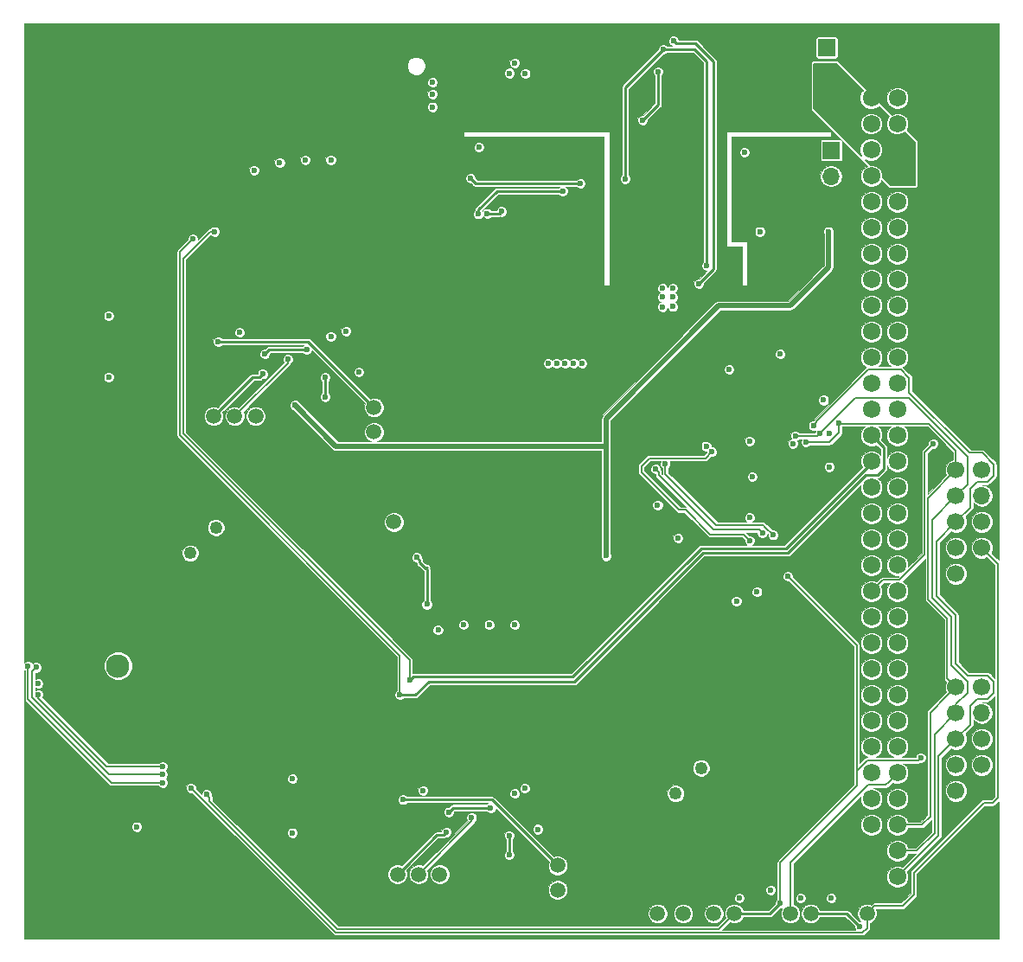
<source format=gbr>
G04 #@! TF.FileFunction,Copper,L4,Bot,Signal*
%FSLAX46Y46*%
G04 Gerber Fmt 4.6, Leading zero omitted, Abs format (unit mm)*
G04 Created by KiCad (PCBNEW 4.0.7-e2-6376~58~ubuntu16.04.1) date Mon Apr 30 12:37:49 2018*
%MOMM*%
%LPD*%
G01*
G04 APERTURE LIST*
%ADD10C,0.100000*%
%ADD11C,1.500000*%
%ADD12C,1.250000*%
%ADD13R,1.700000X1.700000*%
%ADD14C,1.700000*%
%ADD15O,1.700000X1.700000*%
%ADD16C,0.300000*%
%ADD17C,1.720000*%
%ADD18C,6.350000*%
%ADD19C,2.400000*%
%ADD20C,2.300000*%
%ADD21C,0.600000*%
%ADD22C,0.508000*%
%ADD23C,0.254000*%
%ADD24C,0.200000*%
%ADD25C,0.152400*%
%ADD26C,0.025400*%
G04 APERTURE END LIST*
D10*
D11*
X189750000Y-145750000D03*
X195250000Y-145750000D03*
X187750000Y-145750000D03*
X182250000Y-145750000D03*
X157580000Y-61820000D03*
X148920000Y-107420000D03*
X174750000Y-145750000D03*
X180250000Y-145750000D03*
X177250000Y-145750000D03*
D12*
X176500000Y-134000000D03*
X179000000Y-131500000D03*
X176500000Y-129000000D03*
D11*
X146960000Y-98620000D03*
X164970000Y-143450000D03*
X133340000Y-97070000D03*
X131280000Y-97070000D03*
X135400000Y-97070000D03*
X146960000Y-96220000D03*
X151350000Y-141900000D03*
X149290000Y-141900000D03*
X153410000Y-141900000D03*
X164970000Y-141050000D03*
D13*
X206500000Y-112500000D03*
D14*
X203960000Y-112500000D03*
X206500000Y-109960000D03*
X203960000Y-109960000D03*
X206500000Y-107420000D03*
X203960000Y-107420000D03*
D15*
X206500000Y-104880000D03*
D14*
X203960000Y-104880000D03*
X206500000Y-102340000D03*
X203960000Y-102340000D03*
D13*
X206500000Y-133750000D03*
D14*
X203960000Y-133750000D03*
X206500000Y-131210000D03*
X203960000Y-131210000D03*
X206500000Y-128670000D03*
X203960000Y-128670000D03*
D15*
X206500000Y-126130000D03*
D14*
X203960000Y-126130000D03*
X206500000Y-123590000D03*
X203960000Y-123590000D03*
D16*
X153450000Y-113670000D03*
X153450000Y-113060000D03*
X153450000Y-112480000D03*
D17*
X195690000Y-63410000D03*
X195690000Y-65950000D03*
X195690000Y-68490000D03*
X195690000Y-71030000D03*
X195690000Y-73570000D03*
X195690000Y-76110000D03*
X195690000Y-78650000D03*
X195690000Y-81190000D03*
X195690000Y-83730000D03*
X195690000Y-86270000D03*
X195690000Y-88810000D03*
X195690000Y-91350000D03*
X195690000Y-93890000D03*
X195690000Y-96430000D03*
X195690000Y-98970000D03*
X195690000Y-101510000D03*
X195690000Y-104050000D03*
X195690000Y-106590000D03*
X195690000Y-109130000D03*
X195690000Y-111670000D03*
X195690000Y-114210000D03*
X195690000Y-116750000D03*
X195690000Y-119290000D03*
X195690000Y-121830000D03*
X195690000Y-124370000D03*
X195690000Y-126910000D03*
X195690000Y-129450000D03*
X195690000Y-131990000D03*
X195690000Y-134530000D03*
X195690000Y-137070000D03*
X195690000Y-139610000D03*
X195690000Y-142150000D03*
X198230000Y-63410000D03*
X198230000Y-65950000D03*
X198230000Y-68490000D03*
X198230000Y-71030000D03*
X198230000Y-73570000D03*
X198230000Y-76110000D03*
X198230000Y-78650000D03*
X198230000Y-81190000D03*
X198230000Y-83730000D03*
X198230000Y-86270000D03*
X198230000Y-88810000D03*
X198230000Y-91350000D03*
X198230000Y-93890000D03*
X198230000Y-96430000D03*
X198230000Y-98970000D03*
X198230000Y-101510000D03*
X198230000Y-104050000D03*
X198230000Y-106590000D03*
X198230000Y-109130000D03*
X198230000Y-111670000D03*
X198230000Y-114210000D03*
X198230000Y-116750000D03*
X198230000Y-119290000D03*
X198230000Y-121830000D03*
X198230000Y-124370000D03*
X198230000Y-126910000D03*
X198230000Y-129450000D03*
X198230000Y-131990000D03*
X198230000Y-134530000D03*
X198230000Y-137070000D03*
X198230000Y-139610000D03*
X198230000Y-142150000D03*
D18*
X117580000Y-65950000D03*
X203310000Y-63410000D03*
X203310000Y-143420000D03*
X117580000Y-139610000D03*
D19*
X124460000Y-124040000D03*
X124460000Y-118960000D03*
X119380000Y-118960000D03*
D20*
X121920000Y-121500000D03*
D19*
X119380000Y-124040000D03*
D12*
X129000000Y-110480000D03*
X131500000Y-107980000D03*
X129000000Y-105480000D03*
D13*
X191310000Y-61000000D03*
D15*
X191310000Y-63540000D03*
D13*
X191750000Y-71050000D03*
D15*
X191750000Y-73590000D03*
D21*
X151750000Y-136500000D03*
X133750000Y-91750000D03*
X163500000Y-73500000D03*
X136250000Y-121750000D03*
X142250000Y-121750000D03*
X148000000Y-121750000D03*
X142250000Y-102000000D03*
X148250000Y-102000000D03*
X155750000Y-86750000D03*
X157500000Y-88500000D03*
X159250000Y-73500000D03*
X186000000Y-76000000D03*
X152500000Y-62000000D03*
X145000000Y-68250000D03*
X144250000Y-61750000D03*
X132250000Y-128645000D03*
X132250000Y-130500000D03*
X132250000Y-132750000D03*
X132250000Y-134645000D03*
X132250000Y-137750000D03*
X132250000Y-139000000D03*
X132250000Y-140645000D03*
X132250000Y-142500000D03*
X132250000Y-144000000D03*
X132250000Y-145820000D03*
X133275000Y-146845000D03*
X135250000Y-146750000D03*
X137500000Y-146750000D03*
X139250000Y-146250000D03*
X141000000Y-146500000D03*
X143500000Y-146500000D03*
X145150000Y-146691390D03*
X147250000Y-146500000D03*
X149250000Y-146500000D03*
X151150000Y-146691390D03*
X153250000Y-146500000D03*
X155000000Y-146500000D03*
X157150000Y-146691390D03*
X159000000Y-146691390D03*
X161250000Y-146691390D03*
X163150000Y-146691390D03*
X165250000Y-146500000D03*
X167250000Y-146500000D03*
X169125000Y-146691390D03*
X170150000Y-145820000D03*
X170250000Y-142500000D03*
X170150000Y-140645000D03*
X170250000Y-139000000D03*
X170250000Y-136500000D03*
X167750000Y-137500000D03*
X167750000Y-133250000D03*
X170150000Y-134645000D03*
X170250000Y-132750000D03*
X170250000Y-130500000D03*
X170150000Y-128645000D03*
X170150000Y-122670000D03*
X169125000Y-121645000D03*
X166000000Y-121750000D03*
X165000000Y-121750000D03*
X163150000Y-121645000D03*
X160250000Y-121750000D03*
X157150000Y-121645000D03*
X153990000Y-121750000D03*
X151150000Y-121645000D03*
X145150000Y-121645000D03*
X139150000Y-121645000D03*
X133275000Y-121645000D03*
X132250000Y-122670000D03*
X121140000Y-101960000D03*
X123000000Y-102000000D03*
X125250000Y-102000000D03*
X127140000Y-101960000D03*
X129750000Y-102000000D03*
X133140000Y-101960000D03*
X134750000Y-102000000D03*
X139140000Y-101960000D03*
X145140000Y-101960000D03*
X151115000Y-101960000D03*
X152140000Y-100935000D03*
X152250000Y-99246000D03*
X152250000Y-97500000D03*
X152140000Y-95760000D03*
X152250000Y-94000000D03*
X152250000Y-92500000D03*
X152140000Y-89760000D03*
X152250000Y-81500000D03*
X152250000Y-79500000D03*
X152140000Y-77785000D03*
X151115000Y-76760000D03*
X149000000Y-76750000D03*
X147000000Y-76750000D03*
X145140000Y-76760000D03*
X143000000Y-76750000D03*
X140750000Y-76750000D03*
X139140000Y-76760000D03*
X136000000Y-76750000D03*
X133140000Y-76760000D03*
X131250000Y-76750000D03*
X129000000Y-76750000D03*
X127140000Y-76760000D03*
X125000000Y-76750000D03*
X122750000Y-76750000D03*
X121140000Y-76760000D03*
X119500000Y-76750000D03*
X117000000Y-76750000D03*
X115265000Y-76760000D03*
X114240000Y-77785000D03*
X114250000Y-80500000D03*
X114250000Y-82250000D03*
X114240000Y-83760000D03*
X114250000Y-85500000D03*
X114250000Y-86750000D03*
X114250000Y-88250000D03*
X114240000Y-89760000D03*
X114250000Y-91250000D03*
X114250000Y-92750000D03*
X114250000Y-94250000D03*
X114240000Y-95760000D03*
X114250000Y-97750000D03*
X114250000Y-99250000D03*
X148750000Y-136250000D03*
X148250000Y-140500000D03*
X146500000Y-138500000D03*
X148000000Y-135500000D03*
X148750000Y-133000000D03*
X143750000Y-137500000D03*
X137750000Y-132750000D03*
X136500000Y-132750000D03*
X134750000Y-132750000D03*
X134000000Y-132000000D03*
X133000000Y-130750000D03*
X133000000Y-129500000D03*
X133000000Y-128250000D03*
X130250000Y-127750000D03*
X128750000Y-127750000D03*
X128000000Y-128500000D03*
X127000000Y-129250000D03*
X124750000Y-129250000D03*
X122500000Y-129250000D03*
X120000000Y-129250000D03*
X116740735Y-129259265D03*
X115990735Y-128509265D03*
X114750000Y-127500000D03*
X136500000Y-128750000D03*
X137750000Y-128750000D03*
X139000000Y-128750000D03*
X147500000Y-128750000D03*
X145000000Y-128750000D03*
X142500000Y-128750000D03*
X141250000Y-126500000D03*
X141250000Y-125000000D03*
X140250000Y-124000000D03*
X138250000Y-124000000D03*
X135500000Y-124000000D03*
X133500000Y-124000000D03*
X131500000Y-124000000D03*
X129750000Y-124000000D03*
X128000000Y-124000000D03*
X126000000Y-124000000D03*
X122500000Y-125750000D03*
X120500000Y-125750000D03*
X145500000Y-85250000D03*
X146000000Y-115250000D03*
X144500000Y-116750000D03*
X141750000Y-117250000D03*
X135750000Y-117250000D03*
X130750000Y-117250000D03*
X129000000Y-117250000D03*
X127250000Y-117250000D03*
X125500000Y-117250000D03*
X124000000Y-117250000D03*
X122000000Y-117250000D03*
X120500000Y-117250000D03*
X119500000Y-117250000D03*
X129750000Y-88750000D03*
X130500000Y-89750000D03*
X139750000Y-87000000D03*
X139500000Y-87750000D03*
X153250000Y-90750000D03*
X155000000Y-92500000D03*
X157000000Y-94500000D03*
X158750000Y-96250000D03*
X160000000Y-97250000D03*
X161000000Y-98000000D03*
X163250000Y-98000000D03*
X166250000Y-98000000D03*
X168250000Y-98000000D03*
X171750000Y-98000000D03*
X174250000Y-98000000D03*
X176250000Y-98000000D03*
X181750000Y-98750000D03*
X180750000Y-92750000D03*
X179750000Y-93750000D03*
X177000000Y-93750000D03*
X176000000Y-94500000D03*
X174000000Y-94500000D03*
X170000000Y-94500000D03*
X167000000Y-94500000D03*
X165250000Y-94500000D03*
X164250000Y-94500000D03*
X163250000Y-94250000D03*
X162250000Y-93250000D03*
X160750000Y-91750000D03*
X159750000Y-90750000D03*
X154000000Y-85000000D03*
X152750000Y-84750000D03*
X152140000Y-83760000D03*
X151000000Y-83000000D03*
X149750000Y-81750000D03*
X148250000Y-81500000D03*
X148250000Y-80250000D03*
X148250000Y-79000000D03*
X147500000Y-78000000D03*
X146000000Y-77750000D03*
X144750000Y-77750000D03*
X143250000Y-77750000D03*
X142000000Y-77750000D03*
X141000000Y-78750000D03*
X140500000Y-80250000D03*
X140000000Y-81250000D03*
X138500000Y-81250000D03*
X136750000Y-81900002D03*
X135746445Y-81753555D03*
X134750000Y-81750000D03*
X134000000Y-81750000D03*
X133000000Y-81750000D03*
X132500000Y-82500000D03*
X133250000Y-82500000D03*
X134250000Y-82500000D03*
X135000000Y-82500000D03*
X136000000Y-82500000D03*
X136500000Y-83250000D03*
X135500000Y-83250000D03*
X134750000Y-83250000D03*
X133750000Y-83250000D03*
X132750000Y-83250000D03*
X131750000Y-83750000D03*
X130250000Y-83750000D03*
X129000000Y-83750000D03*
X127000000Y-83750000D03*
X125750000Y-83750000D03*
X123750000Y-83750000D03*
X122000000Y-83750000D03*
X120250000Y-83750000D03*
X119000000Y-83750000D03*
X117250000Y-83750000D03*
X116250000Y-84750000D03*
X115750000Y-86000000D03*
X115750000Y-87250000D03*
X115750000Y-88500000D03*
X115750000Y-89750000D03*
X115750000Y-91500000D03*
X115750000Y-93250000D03*
X115750000Y-95000000D03*
X115750000Y-96500000D03*
X115750000Y-97750000D03*
X115750000Y-99500000D03*
X115750000Y-101000000D03*
X113500000Y-120250000D03*
X113500000Y-118750000D03*
X113500000Y-117250000D03*
X113500000Y-115750000D03*
X113500000Y-114500000D03*
X113500000Y-113250000D03*
X113500000Y-111750000D03*
X113500000Y-110750000D03*
X113500000Y-109750000D03*
X113500000Y-108500000D03*
X113500000Y-107000000D03*
X114000000Y-106250000D03*
X114750000Y-105500000D03*
X115750000Y-104500000D03*
X115750000Y-103250000D03*
X124500000Y-93500000D03*
X124500000Y-94500000D03*
X124500000Y-96500000D03*
X124500000Y-97500000D03*
X124500000Y-98750000D03*
X120250000Y-98750000D03*
X120250000Y-100000000D03*
X120250000Y-101000000D03*
X120250000Y-102750000D03*
X120250000Y-104000000D03*
X120250000Y-105250000D03*
X120250000Y-106750000D03*
X118500000Y-108500000D03*
X117250000Y-110000000D03*
X117250000Y-111750000D03*
X117250000Y-113750000D03*
X119500000Y-113750000D03*
X121500000Y-113750000D03*
X123250000Y-113750000D03*
X125750000Y-113750000D03*
X128250000Y-113750000D03*
X130500000Y-113750000D03*
X134250000Y-113750000D03*
X138000000Y-113750000D03*
X140250000Y-113750000D03*
X140983374Y-112766626D03*
X141000000Y-108500000D03*
X142000000Y-107750000D03*
X145000000Y-107750000D03*
X147250000Y-108250000D03*
X150500000Y-108250000D03*
X151500000Y-108250000D03*
X153250000Y-108250000D03*
X155000000Y-108250000D03*
X156750000Y-108250000D03*
X157750000Y-110500000D03*
X147500000Y-116750000D03*
X149750000Y-116750000D03*
X151250000Y-116750000D03*
X153000000Y-116750000D03*
X157750000Y-112000000D03*
X158750000Y-112250000D03*
X159500000Y-113000000D03*
X161000000Y-113000000D03*
X162500000Y-113000000D03*
X164250000Y-113000000D03*
X165750000Y-113000000D03*
X167500000Y-113000000D03*
X169250000Y-113000000D03*
X170250000Y-113750000D03*
X171000000Y-114500000D03*
X172500000Y-115000000D03*
X177250000Y-110000000D03*
X176941644Y-111191644D03*
X178000000Y-114750000D03*
X182500000Y-109250000D03*
X182500000Y-111111010D03*
X183500000Y-114750000D03*
X183750000Y-117000000D03*
X183500000Y-119250000D03*
X183250000Y-121000000D03*
X183250000Y-121750000D03*
X183250000Y-123000000D03*
X183750000Y-124000000D03*
X184500000Y-124750000D03*
X185750000Y-125250000D03*
X188000000Y-127500000D03*
X188000000Y-128750000D03*
X187250000Y-129500000D03*
X186000000Y-130500000D03*
X184500000Y-130500000D03*
X182500000Y-129000000D03*
X182500000Y-128000000D03*
X181750000Y-127250000D03*
X180750000Y-127250000D03*
X179500000Y-127250000D03*
X177750000Y-127250000D03*
X176250000Y-127250000D03*
X174666999Y-127250000D03*
X173750000Y-127250000D03*
X172250000Y-127250000D03*
X170750000Y-127250000D03*
X169250000Y-127250000D03*
X168000000Y-127250000D03*
X167000000Y-127750000D03*
X166250000Y-128500000D03*
X165250000Y-129500000D03*
X166500000Y-130750000D03*
X166500000Y-132250000D03*
X150497844Y-126747844D03*
X151500000Y-126750000D03*
X152250000Y-126750000D03*
X153000000Y-126750000D03*
X154000000Y-126750000D03*
X154500000Y-127500000D03*
X153500000Y-127500000D03*
X152500000Y-127500000D03*
X151750000Y-127500000D03*
X151000000Y-127500000D03*
X150250000Y-127500000D03*
X150250000Y-128250000D03*
X151250000Y-128250000D03*
X152250000Y-128250000D03*
X153250000Y-128250000D03*
X154250000Y-128250000D03*
X155000000Y-126500000D03*
X156500000Y-126500000D03*
X158250000Y-126500000D03*
X161750000Y-126500000D03*
X162750000Y-125750000D03*
X163750000Y-124750000D03*
X165250000Y-123750000D03*
X167500000Y-123500000D03*
X169000000Y-123500000D03*
X155250000Y-116750000D03*
X157750000Y-116750000D03*
X160250000Y-116750000D03*
X162000000Y-116750000D03*
X163750000Y-116750000D03*
X166000000Y-116750000D03*
X166750000Y-117500000D03*
X167500000Y-118250000D03*
X168500000Y-119250000D03*
X170500000Y-121227000D03*
X178500000Y-122750000D03*
X176500000Y-123250000D03*
X174250000Y-123250000D03*
X172250000Y-123250000D03*
X186500000Y-111250000D03*
X183000000Y-130000000D03*
X186750000Y-126250000D03*
X178000000Y-117500000D03*
X183500000Y-120000000D03*
X183500000Y-118250000D03*
X180445000Y-119125000D03*
X171500000Y-115750000D03*
X177000000Y-115250000D03*
X178250000Y-93250000D03*
X177500000Y-113500000D03*
X183000000Y-112000000D03*
X158500000Y-136500000D03*
X159750000Y-126000000D03*
X122500000Y-99750000D03*
X124985000Y-95485000D03*
X130000000Y-91750000D03*
X130000000Y-95500000D03*
X147500000Y-88500000D03*
X149500000Y-92500000D03*
X150500000Y-88750000D03*
X151500000Y-92000000D03*
X148500000Y-86500000D03*
X147250000Y-79500000D03*
X141750000Y-79500000D03*
X141500000Y-81000000D03*
X180500000Y-122250000D03*
X134000000Y-108000000D03*
X184250000Y-135000000D03*
X159500000Y-117500000D03*
X141500000Y-72250000D03*
X139000000Y-72250000D03*
X174020000Y-105020000D03*
X188000237Y-100558944D03*
X183750000Y-100500000D03*
X134530000Y-85990000D03*
X135255000Y-86715000D03*
X135255000Y-85265000D03*
X133805000Y-85265000D03*
X133805000Y-86715000D03*
X153265000Y-130095000D03*
X153265000Y-131545000D03*
X151815000Y-131545000D03*
X152540000Y-130820000D03*
X151815000Y-130095000D03*
X192500000Y-145000000D03*
X185250000Y-144000000D03*
X183508948Y-144502982D03*
X181250000Y-144500000D03*
X175750000Y-144500000D03*
X157500000Y-132250000D03*
X154500000Y-133250000D03*
X178500000Y-116250000D03*
X177250000Y-119000000D03*
X184000000Y-116000000D03*
X140500000Y-92250000D03*
X136500000Y-88500000D03*
X126000000Y-92500000D03*
X181250000Y-109250000D03*
X177750000Y-109250000D03*
X188750000Y-89500000D03*
X183000000Y-89500000D03*
X187370000Y-96280000D03*
X187370000Y-94680000D03*
X185770000Y-94680000D03*
X185770000Y-96280000D03*
X178690000Y-105060000D03*
X180290000Y-105060000D03*
X180290000Y-103460000D03*
X178750000Y-103500000D03*
X173750000Y-102250000D03*
X173750000Y-107750000D03*
X175250000Y-108000000D03*
X176500000Y-107000000D03*
X185750000Y-106000000D03*
X185750000Y-103750000D03*
X178750000Y-98750000D03*
X177500000Y-98750000D03*
X181750000Y-97250000D03*
X181750000Y-93750000D03*
X192250000Y-94750000D03*
X192250000Y-93500000D03*
X184000000Y-92500000D03*
X182750000Y-91250000D03*
X177500000Y-68250000D03*
X178500000Y-67250000D03*
X172750000Y-67000000D03*
X176000000Y-63250000D03*
X125000000Y-137250000D03*
X113500000Y-126500000D03*
X178250000Y-144750000D03*
X134250000Y-73000000D03*
X152250000Y-118000000D03*
X136500000Y-72250000D03*
X157000000Y-117500000D03*
X154500000Y-117500000D03*
X189000000Y-77750000D03*
X186634898Y-81138344D03*
X185270000Y-73520000D03*
X185810000Y-89960000D03*
X155650000Y-109780000D03*
X156650000Y-109780000D03*
X153450000Y-111680000D03*
X153450000Y-114380000D03*
X152750000Y-111580000D03*
X149150000Y-115580000D03*
X154170000Y-116300000D03*
X165950000Y-72540000D03*
X166200000Y-79540000D03*
X167200000Y-82790000D03*
X156450000Y-76540000D03*
X160200000Y-71790000D03*
X161450000Y-71540000D03*
X181050000Y-80340000D03*
X181050000Y-78090000D03*
X170550000Y-82590000D03*
X170550000Y-80340000D03*
X170550000Y-78090000D03*
X187800000Y-68840000D03*
X184550000Y-68840000D03*
X181300000Y-68840000D03*
X163800000Y-68840000D03*
X167050000Y-68840000D03*
X170300000Y-68840000D03*
X182250000Y-81000000D03*
X176300000Y-59310000D03*
X169970000Y-60800000D03*
X190000000Y-98000000D03*
X190638002Y-98750000D03*
X188250000Y-99000000D03*
X189250000Y-99600000D03*
X192500000Y-97750000D03*
X152150000Y-115480000D03*
X151150000Y-110880000D03*
X174750000Y-105760002D03*
X187997018Y-99758948D03*
X183994862Y-102992788D03*
X191550000Y-102030000D03*
X191550000Y-98730000D03*
X188750000Y-144250000D03*
X191750000Y-144250000D03*
X185815687Y-143434313D03*
X182750000Y-144250000D03*
X114110010Y-123250000D03*
X123750000Y-137250000D03*
X142750000Y-72000000D03*
X140250000Y-72000000D03*
X137750000Y-72250000D03*
X135250000Y-73000000D03*
X160750000Y-117500000D03*
X158250000Y-117500000D03*
X155750000Y-117500000D03*
X153250000Y-118000000D03*
X184480000Y-114280000D03*
X182460000Y-115160000D03*
X183750000Y-107000000D03*
X176750000Y-109000000D03*
X179500000Y-100000000D03*
X186750000Y-91000000D03*
X191000000Y-95500000D03*
X183750000Y-99500000D03*
X181750000Y-92500000D03*
X149820000Y-134610000D03*
X142750000Y-89250000D03*
X160750000Y-134000000D03*
X161750000Y-133500000D03*
X163000000Y-137500000D03*
X133820000Y-88880000D03*
X151780000Y-133710000D03*
X175230000Y-84550000D03*
X175230000Y-85420000D03*
X175230000Y-86360000D03*
X176240000Y-86350000D03*
X176240000Y-85420000D03*
X176240000Y-84550000D03*
X139000000Y-137840000D03*
X139000000Y-132560000D03*
X145500000Y-92750000D03*
X144250000Y-88750000D03*
X121000000Y-87250000D03*
X121000000Y-93250000D03*
X183250000Y-71250000D03*
X184750000Y-79000000D03*
X154310000Y-135810000D03*
X158410000Y-135380000D03*
X136300000Y-90980000D03*
X140400000Y-90550000D03*
X160210000Y-138110000D03*
X160210000Y-140010000D03*
X154080000Y-137780000D03*
X156540000Y-136350000D03*
X131720000Y-89780000D03*
X142200000Y-93280000D03*
X142200000Y-95180000D03*
X136070000Y-92950000D03*
X138530000Y-91520000D03*
X149510000Y-124330000D03*
X129240000Y-79720000D03*
X150500000Y-122890000D03*
X131380000Y-79000000D03*
X175500000Y-101750000D03*
X186049265Y-108700735D03*
X174550003Y-102250000D03*
X185000000Y-108500000D03*
X169700000Y-110740000D03*
X191500000Y-79000000D03*
X139250000Y-96000000D03*
X167370000Y-91900000D03*
X166510000Y-91900000D03*
X164030000Y-91900000D03*
X164860000Y-91900000D03*
X165690000Y-91900000D03*
X194500000Y-147000000D03*
X180065687Y-100565687D03*
X183750000Y-109250000D03*
X187500000Y-112750000D03*
X200500000Y-130500000D03*
X130590000Y-134090000D03*
X186750000Y-144750000D03*
X129060000Y-133450000D03*
X157200000Y-77290000D03*
X165450000Y-75040000D03*
X156450000Y-73790000D03*
X167200000Y-74290000D03*
X126294382Y-132939981D03*
X113110000Y-121550000D03*
X113904648Y-121660000D03*
X126300000Y-132140000D03*
X114110010Y-124307208D03*
X126285915Y-131340123D03*
X152720000Y-64400000D03*
X152720000Y-65560000D03*
X152720000Y-66810000D03*
X160250000Y-63500000D03*
X161790000Y-63540000D03*
X160750000Y-62500000D03*
X157250000Y-70750000D03*
X159450000Y-77040000D03*
X158073000Y-77224154D03*
X201750000Y-99750000D03*
X174800000Y-63340000D03*
X173300000Y-68090000D03*
X171550000Y-73840000D03*
X175300000Y-61165002D03*
X179550000Y-82340000D03*
X176300000Y-60340000D03*
X178800000Y-84090000D03*
D22*
X142500000Y-128750000D02*
X145000000Y-128750000D01*
D23*
X147000000Y-102000000D02*
X148250000Y-102000000D01*
X155750000Y-86750000D02*
X154000000Y-85000000D01*
X158750000Y-89750000D02*
X157500000Y-88500000D01*
X132250000Y-132750000D02*
X132250000Y-130500000D01*
X132250000Y-140645000D02*
X132250000Y-139000000D01*
X132250000Y-142500000D02*
X132250000Y-140645000D01*
X132250000Y-145820000D02*
X132250000Y-144000000D01*
X137500000Y-146750000D02*
X135250000Y-146750000D01*
X141000000Y-146500000D02*
X139500000Y-146500000D01*
X139500000Y-146500000D02*
X139250000Y-146250000D01*
X149250000Y-146500000D02*
X147250000Y-146500000D01*
X155000000Y-146500000D02*
X153250000Y-146500000D01*
X161250000Y-146691390D02*
X159000000Y-146691390D01*
X165250000Y-146500000D02*
X163341390Y-146500000D01*
X163341390Y-146500000D02*
X163150000Y-146691390D01*
X169125000Y-146691390D02*
X167441390Y-146691390D01*
X167441390Y-146691390D02*
X167250000Y-146500000D01*
X169635620Y-146864380D02*
X169297990Y-146864380D01*
X169297990Y-146864380D02*
X169125000Y-146691390D01*
X170150000Y-145820000D02*
X170150000Y-146350000D01*
X170150000Y-146350000D02*
X169635620Y-146864380D01*
X170250000Y-142500000D02*
X170250000Y-145720000D01*
X170250000Y-145720000D02*
X170150000Y-145820000D01*
X170150000Y-134645000D02*
X170150000Y-136400000D01*
X170150000Y-136400000D02*
X170250000Y-136500000D01*
X170250000Y-130500000D02*
X170250000Y-132750000D01*
X165000000Y-121750000D02*
X166000000Y-121750000D01*
X157150000Y-121645000D02*
X160145000Y-121645000D01*
X160145000Y-121645000D02*
X160250000Y-121750000D01*
X153999990Y-121750000D02*
X157045000Y-121750000D01*
X157045000Y-121750000D02*
X157150000Y-121645000D01*
X151150000Y-121645000D02*
X153894990Y-121645000D01*
X153894990Y-121645000D02*
X153999990Y-121750000D01*
X125250000Y-102000000D02*
X123000000Y-102000000D01*
X147000000Y-102000000D02*
X145180000Y-102000000D01*
X145180000Y-102000000D02*
X145140000Y-101960000D01*
X152140000Y-100935000D02*
X151115000Y-101960000D01*
X152250000Y-97500000D02*
X152250000Y-99246000D01*
X152250000Y-92500000D02*
X152250000Y-94000000D01*
X152250000Y-79500000D02*
X152250000Y-81500000D01*
X147000000Y-76750000D02*
X149000000Y-76750000D01*
X140750000Y-76750000D02*
X143000000Y-76750000D01*
X139140000Y-76760000D02*
X140740000Y-76760000D01*
X140740000Y-76760000D02*
X140750000Y-76750000D01*
X136000000Y-76750000D02*
X139130000Y-76750000D01*
X139130000Y-76750000D02*
X139140000Y-76760000D01*
X133140000Y-76760000D02*
X135990000Y-76760000D01*
X135990000Y-76760000D02*
X136000000Y-76750000D01*
X131250000Y-76750000D02*
X133130000Y-76750000D01*
X127140000Y-76760000D02*
X128990000Y-76760000D01*
X128990000Y-76760000D02*
X129000000Y-76750000D01*
X125000000Y-76750000D02*
X127130000Y-76750000D01*
X127130000Y-76750000D02*
X127140000Y-76760000D01*
X121140000Y-76760000D02*
X122740000Y-76760000D01*
X122740000Y-76760000D02*
X122750000Y-76750000D01*
X135700001Y-82200001D02*
X136000000Y-82500000D01*
X115265000Y-76760000D02*
X116990000Y-76760000D01*
X116990000Y-76760000D02*
X117000000Y-76750000D01*
X114240000Y-77785000D02*
X115265000Y-76760000D01*
X114250000Y-80500000D02*
X114250000Y-77795000D01*
X114250000Y-77795000D02*
X114240000Y-77785000D01*
X114240000Y-83760000D02*
X114240000Y-82260000D01*
X114240000Y-82260000D02*
X114250000Y-82250000D01*
X114250000Y-85500000D02*
X114250000Y-83770000D01*
X114250000Y-83770000D02*
X114240000Y-83760000D01*
X114250000Y-88250000D02*
X114250000Y-86750000D01*
X114250000Y-92750000D02*
X114250000Y-91250000D01*
X114240000Y-95760000D02*
X114240000Y-94260000D01*
X114240000Y-94260000D02*
X114250000Y-94250000D01*
X114250000Y-99250000D02*
X114250000Y-97750000D01*
X136500000Y-132750000D02*
X137750000Y-132750000D01*
X134000000Y-132000000D02*
X134750000Y-132750000D01*
X133000000Y-129500000D02*
X133000000Y-130750000D01*
X130250000Y-127750000D02*
X132500000Y-127750000D01*
X132500000Y-127750000D02*
X133000000Y-128250000D01*
X128000000Y-128500000D02*
X128750000Y-127750000D01*
X124750000Y-129250000D02*
X127000000Y-129250000D01*
X120000000Y-129250000D02*
X122500000Y-129250000D01*
X115990735Y-128509265D02*
X116740735Y-129259265D01*
X113500000Y-126500000D02*
X113750000Y-126500000D01*
X113750000Y-126500000D02*
X114750000Y-127500000D01*
X139000000Y-128750000D02*
X137750000Y-128750000D01*
X140250000Y-124000000D02*
X141250000Y-125000000D01*
X135500000Y-124000000D02*
X138250000Y-124000000D01*
X131500000Y-124000000D02*
X133500000Y-124000000D01*
X128000000Y-124000000D02*
X129750000Y-124000000D01*
X122500000Y-125750000D02*
X124250000Y-125750000D01*
X124250000Y-125750000D02*
X126000000Y-124000000D01*
X119380000Y-124040000D02*
X119380000Y-125737056D01*
X119392944Y-125750000D02*
X120500000Y-125750000D01*
X119380000Y-125737056D02*
X119392944Y-125750000D01*
X127250000Y-117250000D02*
X129000000Y-117250000D01*
X124000000Y-117250000D02*
X125500000Y-117250000D01*
X120500000Y-117250000D02*
X122000000Y-117250000D01*
X119380000Y-118960000D02*
X119380000Y-117370000D01*
X119380000Y-117370000D02*
X119500000Y-117250000D01*
X157000000Y-94500000D02*
X155000000Y-92500000D01*
X160000000Y-97250000D02*
X159750000Y-97250000D01*
X159750000Y-97250000D02*
X158750000Y-96250000D01*
X163250000Y-98000000D02*
X161000000Y-98000000D01*
X168250000Y-98000000D02*
X166250000Y-98000000D01*
X176250000Y-98000000D02*
X174250000Y-98000000D01*
X181750000Y-97250000D02*
X181750000Y-98750000D01*
X177000000Y-93750000D02*
X179750000Y-93750000D01*
X174000000Y-94500000D02*
X176000000Y-94500000D01*
X165250000Y-94500000D02*
X167000000Y-94500000D01*
X163250000Y-94250000D02*
X164000000Y-94250000D01*
X164000000Y-94250000D02*
X164250000Y-94500000D01*
X160750000Y-91750000D02*
X162250000Y-93250000D01*
X158750000Y-89750000D02*
X159750000Y-90750000D01*
X152750000Y-84750000D02*
X153750000Y-84750000D01*
X153750000Y-84750000D02*
X154000000Y-85000000D01*
X149750000Y-81750000D02*
X151000000Y-83000000D01*
X148250000Y-80250000D02*
X148250000Y-81500000D01*
X147500000Y-78000000D02*
X147500000Y-78250000D01*
X147500000Y-78250000D02*
X148250000Y-79000000D01*
X144750000Y-77750000D02*
X146000000Y-77750000D01*
X142000000Y-77750000D02*
X143250000Y-77750000D01*
X140500000Y-80250000D02*
X140500000Y-79250000D01*
X140500000Y-79250000D02*
X141000000Y-78750000D01*
X138500000Y-81250000D02*
X140000000Y-81250000D01*
X135746445Y-81753555D02*
X136603553Y-81753555D01*
X136603553Y-81753555D02*
X136750000Y-81900002D01*
X134000000Y-81750000D02*
X134750000Y-81750000D01*
X132500000Y-82500000D02*
X132500000Y-82250000D01*
X132500000Y-82250000D02*
X133000000Y-81750000D01*
X134250000Y-82500000D02*
X133250000Y-82500000D01*
X136000000Y-82500000D02*
X135000000Y-82500000D01*
X135500000Y-83250000D02*
X136500000Y-83250000D01*
X133750000Y-83250000D02*
X134750000Y-83250000D01*
X131750000Y-83750000D02*
X132250000Y-83750000D01*
X132250000Y-83750000D02*
X132750000Y-83250000D01*
X129000000Y-83750000D02*
X130250000Y-83750000D01*
X123750000Y-83750000D02*
X125750000Y-83750000D01*
X120250000Y-83750000D02*
X122000000Y-83750000D01*
X117250000Y-83750000D02*
X119000000Y-83750000D01*
X115750000Y-85250000D02*
X116250000Y-84750000D01*
X115750000Y-86000000D02*
X115750000Y-85250000D01*
X115750000Y-88500000D02*
X115750000Y-87250000D01*
X115750000Y-91500000D02*
X115750000Y-89750000D01*
X115750000Y-95000000D02*
X115750000Y-93250000D01*
X115750000Y-97750000D02*
X115750000Y-96500000D01*
X115750000Y-101000000D02*
X115750000Y-99500000D01*
X113500000Y-117250000D02*
X113500000Y-118750000D01*
X113500000Y-114500000D02*
X113500000Y-115750000D01*
X113500000Y-111750000D02*
X113500000Y-113250000D01*
X113500000Y-109750000D02*
X113500000Y-110750000D01*
X113500000Y-107000000D02*
X113500000Y-108500000D01*
X114750000Y-105500000D02*
X114000000Y-106250000D01*
X115750000Y-103250000D02*
X115750000Y-104500000D01*
X124500000Y-96500000D02*
X124500000Y-94500000D01*
X124500000Y-98750000D02*
X124500000Y-97500000D01*
X120250000Y-101000000D02*
X120250000Y-100000000D01*
X120250000Y-104000000D02*
X120250000Y-102750000D01*
X120250000Y-106750000D02*
X120250000Y-105250000D01*
X117250000Y-110000000D02*
X117250000Y-109750000D01*
X117250000Y-109750000D02*
X118500000Y-108500000D01*
X117250000Y-113750000D02*
X117250000Y-111750000D01*
X121500000Y-113750000D02*
X119500000Y-113750000D01*
X125750000Y-113750000D02*
X123250000Y-113750000D01*
X130500000Y-113750000D02*
X128250000Y-113750000D01*
X140983374Y-112766626D02*
X140983374Y-113016626D01*
X140983374Y-113016626D02*
X140250000Y-113750000D01*
X150500000Y-108250000D02*
X150200001Y-108549999D01*
X150200001Y-108549999D02*
X147549999Y-108549999D01*
X147549999Y-108549999D02*
X147250000Y-108250000D01*
X151500000Y-108250000D02*
X150500000Y-108250000D01*
X155000000Y-108250000D02*
X153250000Y-108250000D01*
X157750000Y-110500000D02*
X157750000Y-109250000D01*
X157750000Y-109250000D02*
X156750000Y-108250000D01*
X149750000Y-116750000D02*
X147500000Y-116750000D01*
X153000000Y-116750000D02*
X151250000Y-116750000D01*
X158750000Y-112250000D02*
X158000000Y-112250000D01*
X158000000Y-112250000D02*
X157750000Y-112000000D01*
X161000000Y-113000000D02*
X159500000Y-113000000D01*
X164250000Y-113000000D02*
X162500000Y-113000000D01*
X167500000Y-113000000D02*
X165750000Y-113000000D01*
X170250000Y-113750000D02*
X170000000Y-113750000D01*
X170000000Y-113750000D02*
X169250000Y-113000000D01*
X172500000Y-115000000D02*
X171500000Y-115000000D01*
X171500000Y-115000000D02*
X171000000Y-114500000D01*
X176941644Y-111191644D02*
X176941644Y-110308356D01*
X176941644Y-110308356D02*
X177250000Y-110000000D01*
X178500000Y-116250000D02*
X178500000Y-115250000D01*
X178500000Y-115250000D02*
X178000000Y-114750000D01*
X184000000Y-116000000D02*
X184000000Y-115250000D01*
X184000000Y-115250000D02*
X183500000Y-114750000D01*
D22*
X183250000Y-123000000D02*
X183250000Y-121750000D01*
X184500000Y-124750000D02*
X183750000Y-124000000D01*
X188000000Y-127500000D02*
X185750000Y-125250000D01*
X187250000Y-129500000D02*
X188000000Y-128750000D01*
X184500000Y-130500000D02*
X186000000Y-130500000D01*
X182500000Y-128000000D02*
X182500000Y-129000000D01*
X180750000Y-127250000D02*
X181750000Y-127250000D01*
X177750000Y-127250000D02*
X179500000Y-127250000D01*
X174666999Y-127250000D02*
X176250000Y-127250000D01*
X172250000Y-127250000D02*
X173750000Y-127250000D01*
X169250000Y-127250000D02*
X170750000Y-127250000D01*
X167000000Y-127750000D02*
X167500000Y-127750000D01*
X167500000Y-127750000D02*
X168000000Y-127250000D01*
X165250000Y-129500000D02*
X166250000Y-128500000D01*
D23*
X151500000Y-126750000D02*
X150500000Y-126750000D01*
X150500000Y-126750000D02*
X150497844Y-126747844D01*
X153000000Y-126750000D02*
X152250000Y-126750000D01*
X154500000Y-127500000D02*
X154500000Y-127250000D01*
X154500000Y-127250000D02*
X154000000Y-126750000D01*
X152500000Y-127500000D02*
X153500000Y-127500000D01*
X151000000Y-127500000D02*
X151750000Y-127500000D01*
X150250000Y-128250000D02*
X150250000Y-127500000D01*
X152250000Y-128250000D02*
X151250000Y-128250000D01*
X154250000Y-128250000D02*
X153250000Y-128250000D01*
X158250000Y-126500000D02*
X156500000Y-126500000D01*
X162750000Y-125750000D02*
X162500000Y-125750000D01*
X162500000Y-125750000D02*
X161750000Y-126500000D01*
X165250000Y-123750000D02*
X164750000Y-123750000D01*
X164750000Y-123750000D02*
X163750000Y-124750000D01*
X169000000Y-123500000D02*
X167500000Y-123500000D01*
X160250000Y-116750000D02*
X157750000Y-116750000D01*
X163750000Y-116750000D02*
X162000000Y-116750000D01*
X166750000Y-117500000D02*
X166000000Y-116750000D01*
X168500000Y-119250000D02*
X167500000Y-118250000D01*
X176500000Y-123250000D02*
X178000000Y-123250000D01*
X178000000Y-123250000D02*
X178500000Y-122750000D01*
X172250000Y-123250000D02*
X174250000Y-123250000D01*
D24*
X190000000Y-98000000D02*
X190299999Y-97700001D01*
X207650001Y-101787999D02*
X207650001Y-102892001D01*
X190299999Y-97700001D02*
X190299999Y-97588003D01*
X205275689Y-100644293D02*
X206506295Y-100644293D01*
X190299999Y-97588003D02*
X195378001Y-92510001D01*
X205349999Y-104150001D02*
X205349999Y-106030001D01*
X195378001Y-92510001D02*
X198566803Y-92510001D01*
X198566803Y-92510001D02*
X199390001Y-93333199D01*
X199390001Y-93333199D02*
X199390001Y-94758604D01*
X199390001Y-94758604D02*
X205275689Y-100644293D01*
X207052001Y-103490001D02*
X206009999Y-103490001D01*
X206506295Y-100644293D02*
X207650001Y-101787999D01*
X206009999Y-103490001D02*
X205349999Y-104150001D01*
X207650001Y-102892001D02*
X207052001Y-103490001D01*
X205349999Y-106030001D02*
X203960000Y-107420000D01*
X203960000Y-128670000D02*
X205349999Y-127280001D01*
X207052001Y-124740001D02*
X207650001Y-124142001D01*
X207650001Y-123037999D02*
X207052001Y-122439999D01*
X205349999Y-127280001D02*
X205349999Y-125400001D01*
X207650001Y-124142001D02*
X207650001Y-123037999D01*
X205349999Y-125400001D02*
X206009999Y-124740001D01*
X207052001Y-122439999D02*
X205077699Y-122439999D01*
X202050020Y-114668623D02*
X202050020Y-109329980D01*
X206009999Y-124740001D02*
X207052001Y-124740001D01*
X205077699Y-122439999D02*
X203910021Y-121272321D01*
X203910021Y-121272321D02*
X203910021Y-116528623D01*
X203910021Y-116528623D02*
X202050020Y-114668623D01*
X202050020Y-109329980D02*
X203960000Y-107420000D01*
X198230000Y-142150000D02*
X202250000Y-138130000D01*
X202250000Y-138130000D02*
X202250000Y-130380000D01*
X202250000Y-130380000D02*
X203960000Y-128670000D01*
X194138002Y-95250000D02*
X190638002Y-98750000D01*
X190388002Y-99000000D02*
X190638002Y-98750000D01*
X194250000Y-95250000D02*
X194138002Y-95250000D01*
X190388002Y-99000000D02*
X188250000Y-99000000D01*
X199315698Y-95250000D02*
X194250000Y-95250000D01*
X203960000Y-104880000D02*
X205110001Y-103729999D01*
X205110001Y-103729999D02*
X205110001Y-101044303D01*
X205110001Y-101044303D02*
X199315698Y-95250000D01*
X203960000Y-126130000D02*
X203960000Y-125292002D01*
X203510011Y-121438009D02*
X203510011Y-116694312D01*
X203960000Y-125292002D02*
X205110001Y-124142001D01*
X205110001Y-123037999D02*
X203510011Y-121438009D01*
X205110001Y-124142001D02*
X205110001Y-123037999D01*
X203510011Y-116694312D02*
X201650010Y-114834311D01*
X201650010Y-114834311D02*
X201650010Y-107189990D01*
X201650010Y-107189990D02*
X203960000Y-104880000D01*
X198230000Y-139610000D02*
X200140000Y-139610000D01*
X201849990Y-128240010D02*
X203960000Y-126130000D01*
X200140000Y-139610000D02*
X201849990Y-137900010D01*
X201849990Y-137900010D02*
X201849990Y-128240010D01*
X189250000Y-99600000D02*
X191568002Y-99600000D01*
X191568002Y-99600000D02*
X192500000Y-98668002D01*
X192500000Y-98668002D02*
X192500000Y-98174264D01*
X192500000Y-98174264D02*
X192500000Y-97750000D01*
X194309999Y-97809999D02*
X192559999Y-97809999D01*
X192559999Y-97809999D02*
X192500000Y-97750000D01*
X203960000Y-100460000D02*
X201309999Y-97809999D01*
X201309999Y-97809999D02*
X194309999Y-97809999D01*
X203960000Y-101137919D02*
X203960000Y-100460000D01*
X203960000Y-102340000D02*
X203960000Y-101137919D01*
X203960000Y-123590000D02*
X203110001Y-122740001D01*
X203110001Y-122740001D02*
X203110001Y-116860001D01*
X203110001Y-116860001D02*
X201250000Y-115000000D01*
X201250000Y-115000000D02*
X201250000Y-105000000D01*
X201250000Y-105000000D02*
X201300000Y-105000000D01*
X201300000Y-105000000D02*
X203960000Y-102340000D01*
X200629980Y-137070000D02*
X201449980Y-136250000D01*
X201449980Y-136250000D02*
X201449980Y-126100020D01*
X201449980Y-126100020D02*
X203110001Y-124439999D01*
X203110001Y-124439999D02*
X203960000Y-123590000D01*
X198230000Y-137070000D02*
X200629980Y-137070000D01*
D23*
X151150000Y-110880000D02*
X151449999Y-111179999D01*
X151449999Y-111179999D02*
X151449999Y-111395921D01*
X151449999Y-111395921D02*
X152042039Y-111987961D01*
X152042039Y-111987961D02*
X152150000Y-111880000D01*
X152150000Y-115480000D02*
X152150000Y-112095922D01*
X152150000Y-112095922D02*
X152042039Y-111987961D01*
X158530000Y-134610000D02*
X149820000Y-134610000D01*
X158530000Y-134610000D02*
X164970000Y-141050000D01*
X158410000Y-135380000D02*
X154740000Y-135380000D01*
X154740000Y-135380000D02*
X154310000Y-135810000D01*
X140400000Y-90550000D02*
X136730000Y-90550000D01*
X136730000Y-90550000D02*
X136300000Y-90980000D01*
X160210000Y-140010000D02*
X160210000Y-138110000D01*
X154080000Y-137780000D02*
X153780001Y-138079999D01*
X153110001Y-138079999D02*
X150039999Y-141150001D01*
X153780001Y-138079999D02*
X153110001Y-138079999D01*
X150039999Y-141150001D02*
X149290000Y-141900000D01*
D24*
X151350000Y-141900000D02*
X156540000Y-136710000D01*
X156540000Y-136710000D02*
X156540000Y-136350000D01*
D23*
X132220000Y-89780000D02*
X131720000Y-89780000D01*
X132220000Y-89780000D02*
X140520000Y-89780000D01*
X140520000Y-89780000D02*
X146960000Y-96220000D01*
X142200000Y-95180000D02*
X142200000Y-93280000D01*
X136070000Y-92950000D02*
X135770001Y-93249999D01*
X135100001Y-93249999D02*
X132029999Y-96320001D01*
X135770001Y-93249999D02*
X135100001Y-93249999D01*
X132029999Y-96320001D02*
X131280000Y-97070000D01*
D24*
X133340000Y-97070000D02*
X138530000Y-91880000D01*
X138530000Y-91880000D02*
X138530000Y-91520000D01*
D23*
X195690000Y-98970000D02*
X196877001Y-100157001D01*
X196877001Y-100157001D02*
X196877001Y-102245759D01*
X196877001Y-102245759D02*
X196259761Y-102862999D01*
X196259761Y-102862999D02*
X195120239Y-102862999D01*
X195120239Y-102862999D02*
X187499229Y-110484010D01*
X179178056Y-110484010D02*
X166618056Y-123044011D01*
X187499229Y-110484010D02*
X179178056Y-110484010D01*
X166618056Y-123044011D02*
X152325989Y-123044011D01*
X152325989Y-123044011D02*
X151040000Y-124330000D01*
X151040000Y-124330000D02*
X149510000Y-124330000D01*
D25*
X129240000Y-79720000D02*
X127957590Y-81002410D01*
X127957590Y-81002410D02*
X127957591Y-98925973D01*
X127957591Y-98925973D02*
X149510000Y-120478382D01*
X149510000Y-120478382D02*
X149510000Y-124330000D01*
D23*
X150500000Y-122890000D02*
X150799999Y-122590001D01*
X150799999Y-122590001D02*
X166429999Y-122590001D01*
X166429999Y-122590001D02*
X178990000Y-110030000D01*
X178990000Y-110030000D02*
X187311172Y-110030000D01*
X187311172Y-110030000D02*
X194932182Y-102408990D01*
X194932182Y-102408990D02*
X195250000Y-102091172D01*
X195690000Y-101510000D02*
X195250000Y-101950000D01*
D25*
X128310000Y-98780000D02*
X150500000Y-120970000D01*
X150500000Y-120970000D02*
X150500000Y-122890000D01*
X128310000Y-81645736D02*
X128310000Y-98780000D01*
X131380000Y-79000000D02*
X130955736Y-79000000D01*
X130955736Y-79000000D02*
X128310000Y-81645736D01*
D24*
X175500000Y-101750000D02*
X175500000Y-102758002D01*
X180500000Y-107750000D02*
X185098530Y-107750000D01*
X185098530Y-107750000D02*
X185248529Y-107899999D01*
X175500000Y-102758002D02*
X175508002Y-102758002D01*
X175508002Y-102758002D02*
X180500000Y-107750000D01*
X185248529Y-107899999D02*
X186049265Y-108700735D01*
X187750000Y-145750000D02*
X187750000Y-140753198D01*
X187750000Y-140753198D02*
X195353197Y-133150001D01*
X195353197Y-133150001D02*
X197069999Y-133150001D01*
X197069999Y-133150001D02*
X197370001Y-132849999D01*
X197370001Y-132849999D02*
X198230000Y-131990000D01*
X174550003Y-102250000D02*
X174850002Y-102549999D01*
X174850002Y-102549999D02*
X174850002Y-102850002D01*
X174850002Y-102850002D02*
X180200001Y-108200001D01*
X180200001Y-108200001D02*
X184700001Y-108200001D01*
X184700001Y-108200001D02*
X185000000Y-108500000D01*
D22*
X169702999Y-97297001D02*
X169702999Y-100000000D01*
X169702999Y-100000000D02*
X169702999Y-110737001D01*
X139250000Y-96000000D02*
X143250000Y-100000000D01*
X143250000Y-100000000D02*
X169702999Y-100000000D01*
X169702999Y-110737001D02*
X169700000Y-110740000D01*
X191500000Y-79000000D02*
X191500000Y-82500000D01*
X191250000Y-82750000D02*
X187750000Y-86250000D01*
X191500000Y-82500000D02*
X191250000Y-82750000D01*
X187750000Y-86250000D02*
X180750000Y-86250000D01*
X180750000Y-86250000D02*
X169702999Y-97297001D01*
D23*
X189750000Y-145750000D02*
X193250000Y-145750000D01*
X193250000Y-145750000D02*
X194500000Y-147000000D01*
D24*
X177500000Y-106250000D02*
X176861998Y-106250000D01*
X176861998Y-106250000D02*
X173149999Y-102538001D01*
X173149999Y-102538001D02*
X173149999Y-101961999D01*
X173149999Y-101961999D02*
X173914399Y-101197599D01*
X173914399Y-101197599D02*
X179433775Y-101197599D01*
X179433775Y-101197599D02*
X180065687Y-100565687D01*
X179899999Y-108649999D02*
X177500000Y-106250000D01*
X181250000Y-108649999D02*
X179899999Y-108649999D01*
X181538001Y-108649999D02*
X181250000Y-108649999D01*
X183750000Y-109250000D02*
X183149999Y-108649999D01*
X183149999Y-108649999D02*
X181538001Y-108649999D01*
X194250000Y-131783646D02*
X194250000Y-119500000D01*
X194250000Y-119500000D02*
X187500000Y-112750000D01*
X199000000Y-130750000D02*
X200250000Y-130750000D01*
X200250000Y-130750000D02*
X200500000Y-130500000D01*
X195283646Y-130750000D02*
X199000000Y-130750000D01*
X194250000Y-133250000D02*
X194250000Y-131783646D01*
X194250000Y-131783646D02*
X195283646Y-130750000D01*
X189000000Y-138500000D02*
X194250000Y-133250000D01*
X188000000Y-139500000D02*
X189000000Y-138500000D01*
X186750000Y-140750000D02*
X188000000Y-139500000D01*
X186750000Y-141254816D02*
X186750000Y-140750000D01*
X186750000Y-144750000D02*
X186750000Y-141254816D01*
D25*
X143375972Y-147267590D02*
X180732410Y-147267590D01*
X180732410Y-147267590D02*
X182250000Y-145750000D01*
X130889999Y-134781617D02*
X143375972Y-147267590D01*
X130590000Y-134090000D02*
X130889999Y-134389999D01*
X130889999Y-134389999D02*
X130889999Y-134781617D01*
D23*
X185250000Y-145750000D02*
X185750000Y-145750000D01*
X185750000Y-145750000D02*
X186750000Y-144750000D01*
X182250000Y-145750000D02*
X185250000Y-145750000D01*
D24*
X195250000Y-145750000D02*
X195999999Y-145000001D01*
X195999999Y-145000001D02*
X198749999Y-145000001D01*
X198749999Y-145000001D02*
X199834999Y-143915001D01*
X207590001Y-134900001D02*
X208050011Y-134439991D01*
X199834999Y-143915001D02*
X199834999Y-141751999D01*
X206686997Y-134900001D02*
X207590001Y-134900001D01*
X199834999Y-141751999D02*
X206686997Y-134900001D01*
X208050011Y-134439991D02*
X208050011Y-111510011D01*
X208050011Y-111510011D02*
X207349999Y-110809999D01*
X207349999Y-110809999D02*
X206500000Y-109960000D01*
D25*
X194800000Y-147620000D02*
X143230000Y-147620000D01*
X143230000Y-147620000D02*
X129060000Y-133450000D01*
X195250000Y-147170000D02*
X194800000Y-147620000D01*
X195250000Y-145750000D02*
X195250000Y-147170000D01*
D23*
X157200000Y-77290000D02*
X157200000Y-76865736D01*
X157200000Y-76865736D02*
X159025736Y-75040000D01*
X159025736Y-75040000D02*
X159950000Y-75040000D01*
X165450000Y-75040000D02*
X159950000Y-75040000D01*
X167200000Y-74290000D02*
X156950000Y-74290000D01*
X156950000Y-74290000D02*
X156450000Y-73790000D01*
D24*
X126294382Y-132939981D02*
X121269981Y-132939981D01*
X121269981Y-132939981D02*
X113110000Y-124780000D01*
X113110000Y-124780000D02*
X113110000Y-121550000D01*
X113510010Y-124614312D02*
X121035698Y-132140000D01*
X121035698Y-132140000D02*
X126300000Y-132140000D01*
X113510010Y-122054638D02*
X113510010Y-124614312D01*
X113904648Y-121660000D02*
X113510010Y-122054638D01*
X126285915Y-131340123D02*
X120801519Y-131340123D01*
X120801519Y-131340123D02*
X114110010Y-124648614D01*
X114110010Y-124648614D02*
X114110010Y-124307208D01*
D23*
X158073000Y-77224154D02*
X159265846Y-77224154D01*
X159265846Y-77224154D02*
X159450000Y-77040000D01*
D24*
X195690000Y-114210000D02*
X196802401Y-113097599D01*
X196802401Y-113097599D02*
X198448755Y-113097599D01*
X198448755Y-113097599D02*
X200897590Y-110648764D01*
X200897590Y-110648764D02*
X200897590Y-100602410D01*
X200897590Y-100602410D02*
X201750000Y-99750000D01*
D23*
X173300000Y-68090000D02*
X174800000Y-66590000D01*
X174800000Y-66590000D02*
X174800000Y-63340000D01*
X171550000Y-73840000D02*
X171550000Y-64915002D01*
X171550000Y-64915002D02*
X175300000Y-61165002D01*
X179550000Y-62340000D02*
X178375002Y-61165002D01*
X178375002Y-61165002D02*
X175300000Y-61165002D01*
X179550000Y-82340000D02*
X179550000Y-62340000D01*
X178442066Y-60590000D02*
X176550000Y-60590000D01*
X176550000Y-60590000D02*
X176300000Y-60340000D01*
X178800000Y-84090000D02*
X180177001Y-82712999D01*
X180177001Y-82712999D02*
X180177001Y-62324935D01*
X180177001Y-62324935D02*
X178442066Y-60590000D01*
D26*
G36*
X208127300Y-111145075D02*
X207571111Y-110588887D01*
X207442812Y-110460588D01*
X207562516Y-110172312D01*
X207562885Y-109749543D01*
X207401439Y-109358815D01*
X207102757Y-109059612D01*
X206712312Y-108897484D01*
X206289543Y-108897115D01*
X205898815Y-109058561D01*
X205599612Y-109357243D01*
X205437484Y-109747688D01*
X205437115Y-110170457D01*
X205598561Y-110561185D01*
X205897243Y-110860388D01*
X206287688Y-111022516D01*
X206710457Y-111022885D01*
X207000725Y-110902949D01*
X207128887Y-111031111D01*
X207737311Y-111639536D01*
X207737311Y-122683085D01*
X207273113Y-122218887D01*
X207171666Y-122151102D01*
X207052001Y-122127299D01*
X205207223Y-122127299D01*
X204222721Y-121142797D01*
X204222721Y-116528623D01*
X204198918Y-116408958D01*
X204131133Y-116307511D01*
X202362720Y-114539099D01*
X202362720Y-112710457D01*
X202897115Y-112710457D01*
X203058561Y-113101185D01*
X203357243Y-113400388D01*
X203747688Y-113562516D01*
X204170457Y-113562885D01*
X204561185Y-113401439D01*
X204860388Y-113102757D01*
X205022516Y-112712312D01*
X205022885Y-112289543D01*
X204861439Y-111898815D01*
X204562757Y-111599612D01*
X204172312Y-111437484D01*
X203749543Y-111437115D01*
X203358815Y-111598561D01*
X203059612Y-111897243D01*
X202897484Y-112287688D01*
X202897115Y-112710457D01*
X202362720Y-112710457D01*
X202362720Y-110170457D01*
X202897115Y-110170457D01*
X203058561Y-110561185D01*
X203357243Y-110860388D01*
X203747688Y-111022516D01*
X204170457Y-111022885D01*
X204561185Y-110861439D01*
X204860388Y-110562757D01*
X205022516Y-110172312D01*
X205022885Y-109749543D01*
X204861439Y-109358815D01*
X204562757Y-109059612D01*
X204172312Y-108897484D01*
X203749543Y-108897115D01*
X203358815Y-109058561D01*
X203059612Y-109357243D01*
X202897484Y-109747688D01*
X202897115Y-110170457D01*
X202362720Y-110170457D01*
X202362720Y-109459504D01*
X203459412Y-108362813D01*
X203747688Y-108482516D01*
X204170457Y-108482885D01*
X204561185Y-108321439D01*
X204860388Y-108022757D01*
X205022516Y-107632312D01*
X205022517Y-107630457D01*
X205437115Y-107630457D01*
X205598561Y-108021185D01*
X205897243Y-108320388D01*
X206287688Y-108482516D01*
X206710457Y-108482885D01*
X207101185Y-108321439D01*
X207400388Y-108022757D01*
X207562516Y-107632312D01*
X207562885Y-107209543D01*
X207401439Y-106818815D01*
X207102757Y-106519612D01*
X206712312Y-106357484D01*
X206289543Y-106357115D01*
X205898815Y-106518561D01*
X205599612Y-106817243D01*
X205437484Y-107207688D01*
X205437115Y-107630457D01*
X205022517Y-107630457D01*
X205022885Y-107209543D01*
X204902949Y-106919276D01*
X205571111Y-106251114D01*
X205638896Y-106149666D01*
X205658561Y-106050802D01*
X205662699Y-106030001D01*
X205662699Y-105523766D01*
X205748558Y-105652262D01*
X206093322Y-105882627D01*
X206500000Y-105963520D01*
X206906678Y-105882627D01*
X207251442Y-105652262D01*
X207481807Y-105307498D01*
X207562700Y-104900820D01*
X207562700Y-104859180D01*
X207481807Y-104452502D01*
X207251442Y-104107738D01*
X206906678Y-103877373D01*
X206531275Y-103802701D01*
X207052001Y-103802701D01*
X207171666Y-103778898D01*
X207273113Y-103711113D01*
X207871113Y-103113113D01*
X207938898Y-103011666D01*
X207962701Y-102892001D01*
X207962701Y-101787999D01*
X207938898Y-101668334D01*
X207913508Y-101630335D01*
X207871114Y-101566887D01*
X206727407Y-100423181D01*
X206625960Y-100355396D01*
X206506295Y-100331593D01*
X205405214Y-100331593D01*
X199702701Y-94629080D01*
X199702701Y-93333199D01*
X199678898Y-93213534D01*
X199611113Y-93112087D01*
X198787915Y-92288889D01*
X198779822Y-92283481D01*
X198836842Y-92259921D01*
X199138860Y-91958429D01*
X199302513Y-91564309D01*
X199302885Y-91137563D01*
X199139921Y-90743158D01*
X198838429Y-90441140D01*
X198444309Y-90277487D01*
X198017563Y-90277115D01*
X197623158Y-90440079D01*
X197321140Y-90741571D01*
X197157487Y-91135691D01*
X197157115Y-91562437D01*
X197320079Y-91956842D01*
X197560119Y-92197301D01*
X196359571Y-92197301D01*
X196598860Y-91958429D01*
X196762513Y-91564309D01*
X196762885Y-91137563D01*
X196599921Y-90743158D01*
X196298429Y-90441140D01*
X195904309Y-90277487D01*
X195477563Y-90277115D01*
X195083158Y-90440079D01*
X194781140Y-90741571D01*
X194617487Y-91135691D01*
X194617115Y-91562437D01*
X194780079Y-91956842D01*
X195081571Y-92258860D01*
X195156008Y-92289769D01*
X190078887Y-97366891D01*
X190011102Y-97468338D01*
X190007329Y-97487307D01*
X189898465Y-97487212D01*
X189709958Y-97565101D01*
X189565608Y-97709200D01*
X189487390Y-97897570D01*
X189487212Y-98101535D01*
X189565101Y-98290042D01*
X189709200Y-98434392D01*
X189897570Y-98512610D01*
X190101535Y-98512788D01*
X190197890Y-98472975D01*
X190125392Y-98647570D01*
X190125357Y-98687300D01*
X188662280Y-98687300D01*
X188540800Y-98565608D01*
X188352430Y-98487390D01*
X188148465Y-98487212D01*
X187959958Y-98565101D01*
X187815608Y-98709200D01*
X187737390Y-98897570D01*
X187737212Y-99101535D01*
X187811336Y-99280929D01*
X187706976Y-99324049D01*
X187562626Y-99468148D01*
X187484408Y-99656518D01*
X187484230Y-99860483D01*
X187562119Y-100048990D01*
X187706218Y-100193340D01*
X187894588Y-100271558D01*
X188098553Y-100271736D01*
X188287060Y-100193847D01*
X188431410Y-100049748D01*
X188509628Y-99861378D01*
X188509806Y-99657413D01*
X188435682Y-99478019D01*
X188540042Y-99434899D01*
X188662454Y-99312700D01*
X188814155Y-99312700D01*
X188737390Y-99497570D01*
X188737212Y-99701535D01*
X188815101Y-99890042D01*
X188959200Y-100034392D01*
X189147570Y-100112610D01*
X189351535Y-100112788D01*
X189540042Y-100034899D01*
X189662454Y-99912700D01*
X191568002Y-99912700D01*
X191687667Y-99888897D01*
X191789114Y-99821112D01*
X192721112Y-98889114D01*
X192788897Y-98787667D01*
X192800408Y-98729796D01*
X192812700Y-98668002D01*
X192812700Y-98162280D01*
X192852350Y-98122699D01*
X195020429Y-98122699D01*
X194781140Y-98361571D01*
X194617487Y-98755691D01*
X194617115Y-99182437D01*
X194780079Y-99576842D01*
X195081571Y-99878860D01*
X195475691Y-100042513D01*
X195902437Y-100042885D01*
X196171361Y-99931769D01*
X196537301Y-100297709D01*
X196537301Y-100840429D01*
X196298429Y-100601140D01*
X195904309Y-100437487D01*
X195477563Y-100437115D01*
X195083158Y-100600079D01*
X194781140Y-100901571D01*
X194617487Y-101295691D01*
X194617115Y-101722437D01*
X194769507Y-102091256D01*
X194691978Y-102168786D01*
X187170464Y-109690300D01*
X184026970Y-109690300D01*
X184040042Y-109684899D01*
X184184392Y-109540800D01*
X184262610Y-109352430D01*
X184262788Y-109148465D01*
X184184899Y-108959958D01*
X184040800Y-108815608D01*
X183852430Y-108737390D01*
X183679464Y-108737239D01*
X183454925Y-108512701D01*
X184487290Y-108512701D01*
X184487212Y-108601535D01*
X184565101Y-108790042D01*
X184709200Y-108934392D01*
X184897570Y-109012610D01*
X185101535Y-109012788D01*
X185290042Y-108934899D01*
X185434392Y-108790800D01*
X185511473Y-108605167D01*
X185536627Y-108630321D01*
X185536477Y-108802270D01*
X185614366Y-108990777D01*
X185758465Y-109135127D01*
X185946835Y-109213345D01*
X186150800Y-109213523D01*
X186339307Y-109135634D01*
X186483657Y-108991535D01*
X186561875Y-108803165D01*
X186562053Y-108599200D01*
X186484164Y-108410693D01*
X186340065Y-108266343D01*
X186151695Y-108188125D01*
X185978728Y-108187974D01*
X185469644Y-107678890D01*
X185469642Y-107678887D01*
X185319642Y-107528888D01*
X185218195Y-107461103D01*
X185098530Y-107437300D01*
X184034231Y-107437300D01*
X184040042Y-107434899D01*
X184184392Y-107290800D01*
X184262610Y-107102430D01*
X184262788Y-106898465D01*
X184184899Y-106709958D01*
X184040800Y-106565608D01*
X183852430Y-106487390D01*
X183648465Y-106487212D01*
X183459958Y-106565101D01*
X183315608Y-106709200D01*
X183237390Y-106897570D01*
X183237212Y-107101535D01*
X183315101Y-107290042D01*
X183459200Y-107434392D01*
X183466203Y-107437300D01*
X180629524Y-107437300D01*
X176286547Y-103094323D01*
X183482074Y-103094323D01*
X183559963Y-103282830D01*
X183704062Y-103427180D01*
X183892432Y-103505398D01*
X184096397Y-103505576D01*
X184284904Y-103427687D01*
X184429254Y-103283588D01*
X184507472Y-103095218D01*
X184507650Y-102891253D01*
X184429761Y-102702746D01*
X184285662Y-102558396D01*
X184097292Y-102480178D01*
X183893327Y-102480000D01*
X183704820Y-102557889D01*
X183560470Y-102701988D01*
X183482252Y-102890358D01*
X183482074Y-103094323D01*
X176286547Y-103094323D01*
X175812700Y-102620476D01*
X175812700Y-102162280D01*
X175843498Y-102131535D01*
X191037212Y-102131535D01*
X191115101Y-102320042D01*
X191259200Y-102464392D01*
X191447570Y-102542610D01*
X191651535Y-102542788D01*
X191840042Y-102464899D01*
X191984392Y-102320800D01*
X192062610Y-102132430D01*
X192062788Y-101928465D01*
X191984899Y-101739958D01*
X191840800Y-101595608D01*
X191652430Y-101517390D01*
X191448465Y-101517212D01*
X191259958Y-101595101D01*
X191115608Y-101739200D01*
X191037390Y-101927570D01*
X191037212Y-102131535D01*
X175843498Y-102131535D01*
X175934392Y-102040800D01*
X176012610Y-101852430D01*
X176012788Y-101648465D01*
X175955699Y-101510299D01*
X179433775Y-101510299D01*
X179553440Y-101486496D01*
X179654887Y-101418711D01*
X179995274Y-101078325D01*
X180167222Y-101078475D01*
X180355729Y-101000586D01*
X180500079Y-100856487D01*
X180578297Y-100668117D01*
X180578475Y-100464152D01*
X180500586Y-100275645D01*
X180356487Y-100131295D01*
X180168117Y-100053077D01*
X180012653Y-100052941D01*
X180012788Y-99898465D01*
X179934899Y-99709958D01*
X179826665Y-99601535D01*
X183237212Y-99601535D01*
X183315101Y-99790042D01*
X183459200Y-99934392D01*
X183647570Y-100012610D01*
X183851535Y-100012788D01*
X184040042Y-99934899D01*
X184184392Y-99790800D01*
X184262610Y-99602430D01*
X184262788Y-99398465D01*
X184184899Y-99209958D01*
X184040800Y-99065608D01*
X183852430Y-98987390D01*
X183648465Y-98987212D01*
X183459958Y-99065101D01*
X183315608Y-99209200D01*
X183237390Y-99397570D01*
X183237212Y-99601535D01*
X179826665Y-99601535D01*
X179790800Y-99565608D01*
X179602430Y-99487390D01*
X179398465Y-99487212D01*
X179209958Y-99565101D01*
X179065608Y-99709200D01*
X178987390Y-99897570D01*
X178987212Y-100101535D01*
X179065101Y-100290042D01*
X179209200Y-100434392D01*
X179397570Y-100512610D01*
X179553034Y-100512746D01*
X179552926Y-100636223D01*
X179304251Y-100884899D01*
X173914399Y-100884899D01*
X173794734Y-100908702D01*
X173693287Y-100976487D01*
X172928887Y-101740887D01*
X172861102Y-101842334D01*
X172837299Y-101961999D01*
X172837299Y-102538001D01*
X172861102Y-102657666D01*
X172928887Y-102759113D01*
X176640885Y-106471112D01*
X176711898Y-106518561D01*
X176742333Y-106538897D01*
X176861998Y-106562700D01*
X177370476Y-106562700D01*
X179678887Y-108871111D01*
X179780334Y-108938896D01*
X179899999Y-108962699D01*
X183020475Y-108962699D01*
X183237362Y-109179587D01*
X183237212Y-109351535D01*
X183315101Y-109540042D01*
X183459200Y-109684392D01*
X183473428Y-109690300D01*
X178990000Y-109690300D01*
X178860002Y-109716158D01*
X178749796Y-109789796D01*
X166289291Y-122250301D01*
X150799999Y-122250301D01*
X150788900Y-122252509D01*
X150788900Y-120970000D01*
X150766909Y-120859443D01*
X150766909Y-120859442D01*
X150704283Y-120765717D01*
X148040101Y-118101535D01*
X152737212Y-118101535D01*
X152815101Y-118290042D01*
X152959200Y-118434392D01*
X153147570Y-118512610D01*
X153351535Y-118512788D01*
X153540042Y-118434899D01*
X153684392Y-118290800D01*
X153762610Y-118102430D01*
X153762788Y-117898465D01*
X153684899Y-117709958D01*
X153576665Y-117601535D01*
X155237212Y-117601535D01*
X155315101Y-117790042D01*
X155459200Y-117934392D01*
X155647570Y-118012610D01*
X155851535Y-118012788D01*
X156040042Y-117934899D01*
X156184392Y-117790800D01*
X156262610Y-117602430D01*
X156262610Y-117601535D01*
X157737212Y-117601535D01*
X157815101Y-117790042D01*
X157959200Y-117934392D01*
X158147570Y-118012610D01*
X158351535Y-118012788D01*
X158540042Y-117934899D01*
X158684392Y-117790800D01*
X158762610Y-117602430D01*
X158762610Y-117601535D01*
X160237212Y-117601535D01*
X160315101Y-117790042D01*
X160459200Y-117934392D01*
X160647570Y-118012610D01*
X160851535Y-118012788D01*
X161040042Y-117934899D01*
X161184392Y-117790800D01*
X161262610Y-117602430D01*
X161262788Y-117398465D01*
X161184899Y-117209958D01*
X161040800Y-117065608D01*
X160852430Y-116987390D01*
X160648465Y-116987212D01*
X160459958Y-117065101D01*
X160315608Y-117209200D01*
X160237390Y-117397570D01*
X160237212Y-117601535D01*
X158762610Y-117601535D01*
X158762788Y-117398465D01*
X158684899Y-117209958D01*
X158540800Y-117065608D01*
X158352430Y-116987390D01*
X158148465Y-116987212D01*
X157959958Y-117065101D01*
X157815608Y-117209200D01*
X157737390Y-117397570D01*
X157737212Y-117601535D01*
X156262610Y-117601535D01*
X156262788Y-117398465D01*
X156184899Y-117209958D01*
X156040800Y-117065608D01*
X155852430Y-116987390D01*
X155648465Y-116987212D01*
X155459958Y-117065101D01*
X155315608Y-117209200D01*
X155237390Y-117397570D01*
X155237212Y-117601535D01*
X153576665Y-117601535D01*
X153540800Y-117565608D01*
X153352430Y-117487390D01*
X153148465Y-117487212D01*
X152959958Y-117565101D01*
X152815608Y-117709200D01*
X152737390Y-117897570D01*
X152737212Y-118101535D01*
X148040101Y-118101535D01*
X140920101Y-110981535D01*
X150637212Y-110981535D01*
X150715101Y-111170042D01*
X150859200Y-111314392D01*
X151047570Y-111392610D01*
X151110299Y-111392665D01*
X151110299Y-111395921D01*
X151136157Y-111525919D01*
X151185398Y-111599612D01*
X151209795Y-111636125D01*
X151810300Y-112236630D01*
X151810300Y-115094673D01*
X151715608Y-115189200D01*
X151637390Y-115377570D01*
X151637212Y-115581535D01*
X151715101Y-115770042D01*
X151859200Y-115914392D01*
X152047570Y-115992610D01*
X152251535Y-115992788D01*
X152440042Y-115914899D01*
X152584392Y-115770800D01*
X152662610Y-115582430D01*
X152662788Y-115378465D01*
X152584899Y-115189958D01*
X152489700Y-115094593D01*
X152489700Y-112095922D01*
X152468225Y-111987961D01*
X152489700Y-111880000D01*
X152463842Y-111750003D01*
X152390204Y-111639796D01*
X152279997Y-111566158D01*
X152150000Y-111540300D01*
X152087265Y-111552779D01*
X151789699Y-111255213D01*
X151789699Y-111179999D01*
X151787869Y-111170800D01*
X151763842Y-111050002D01*
X151690203Y-110939795D01*
X151662671Y-110912263D01*
X151662788Y-110778465D01*
X151584899Y-110589958D01*
X151440800Y-110445608D01*
X151252430Y-110367390D01*
X151048465Y-110367212D01*
X150859958Y-110445101D01*
X150715608Y-110589200D01*
X150637390Y-110777570D01*
X150637212Y-110981535D01*
X140920101Y-110981535D01*
X137549219Y-107610653D01*
X147957134Y-107610653D01*
X148103387Y-107964613D01*
X148373962Y-108235661D01*
X148727667Y-108382532D01*
X149110653Y-108382866D01*
X149464613Y-108236613D01*
X149735661Y-107966038D01*
X149882532Y-107612333D01*
X149882866Y-107229347D01*
X149736613Y-106875387D01*
X149466038Y-106604339D01*
X149112333Y-106457468D01*
X148729347Y-106457134D01*
X148375387Y-106603387D01*
X148104339Y-106873962D01*
X147957468Y-107227667D01*
X147957134Y-107610653D01*
X137549219Y-107610653D01*
X128598900Y-98660334D01*
X128598900Y-97260653D01*
X130317134Y-97260653D01*
X130463387Y-97614613D01*
X130733962Y-97885661D01*
X131087667Y-98032532D01*
X131470653Y-98032866D01*
X131824613Y-97886613D01*
X132095661Y-97616038D01*
X132242532Y-97262333D01*
X132242533Y-97260653D01*
X132377134Y-97260653D01*
X132523387Y-97614613D01*
X132793962Y-97885661D01*
X133147667Y-98032532D01*
X133530653Y-98032866D01*
X133884613Y-97886613D01*
X134155661Y-97616038D01*
X134302532Y-97262333D01*
X134302533Y-97260653D01*
X134437134Y-97260653D01*
X134583387Y-97614613D01*
X134853962Y-97885661D01*
X135207667Y-98032532D01*
X135590653Y-98032866D01*
X135944613Y-97886613D01*
X136215661Y-97616038D01*
X136362532Y-97262333D01*
X136362866Y-96879347D01*
X136216613Y-96525387D01*
X135946038Y-96254339D01*
X135592333Y-96107468D01*
X135209347Y-96107134D01*
X134855387Y-96253387D01*
X134584339Y-96523962D01*
X134437468Y-96877667D01*
X134437134Y-97260653D01*
X134302533Y-97260653D01*
X134302866Y-96879347D01*
X134206383Y-96645841D01*
X134750689Y-96101535D01*
X138737212Y-96101535D01*
X138815101Y-96290042D01*
X138959200Y-96434392D01*
X139070660Y-96480674D01*
X142919993Y-100330007D01*
X143071402Y-100431175D01*
X143250000Y-100466700D01*
X169236299Y-100466700D01*
X169236299Y-110519784D01*
X169187390Y-110637570D01*
X169187212Y-110841535D01*
X169265101Y-111030042D01*
X169409200Y-111174392D01*
X169597570Y-111252610D01*
X169801535Y-111252788D01*
X169990042Y-111174899D01*
X170134392Y-111030800D01*
X170212610Y-110842430D01*
X170212788Y-110638465D01*
X170169699Y-110534181D01*
X170169699Y-109101535D01*
X176237212Y-109101535D01*
X176315101Y-109290042D01*
X176459200Y-109434392D01*
X176647570Y-109512610D01*
X176851535Y-109512788D01*
X177040042Y-109434899D01*
X177184392Y-109290800D01*
X177262610Y-109102430D01*
X177262788Y-108898465D01*
X177184899Y-108709958D01*
X177040800Y-108565608D01*
X176852430Y-108487390D01*
X176648465Y-108487212D01*
X176459958Y-108565101D01*
X176315608Y-108709200D01*
X176237390Y-108897570D01*
X176237212Y-109101535D01*
X170169699Y-109101535D01*
X170169699Y-105861537D01*
X174237212Y-105861537D01*
X174315101Y-106050044D01*
X174459200Y-106194394D01*
X174647570Y-106272612D01*
X174851535Y-106272790D01*
X175040042Y-106194901D01*
X175184392Y-106050802D01*
X175262610Y-105862432D01*
X175262788Y-105658467D01*
X175184899Y-105469960D01*
X175040800Y-105325610D01*
X174852430Y-105247392D01*
X174648465Y-105247214D01*
X174459958Y-105325103D01*
X174315608Y-105469202D01*
X174237390Y-105657572D01*
X174237212Y-105861537D01*
X170169699Y-105861537D01*
X170169699Y-97490315D01*
X172058478Y-95601535D01*
X190487212Y-95601535D01*
X190565101Y-95790042D01*
X190709200Y-95934392D01*
X190897570Y-96012610D01*
X191101535Y-96012788D01*
X191290042Y-95934899D01*
X191434392Y-95790800D01*
X191512610Y-95602430D01*
X191512788Y-95398465D01*
X191434899Y-95209958D01*
X191290800Y-95065608D01*
X191102430Y-94987390D01*
X190898465Y-94987212D01*
X190709958Y-95065101D01*
X190565608Y-95209200D01*
X190487390Y-95397570D01*
X190487212Y-95601535D01*
X172058478Y-95601535D01*
X175058478Y-92601535D01*
X181237212Y-92601535D01*
X181315101Y-92790042D01*
X181459200Y-92934392D01*
X181647570Y-93012610D01*
X181851535Y-93012788D01*
X182040042Y-92934899D01*
X182184392Y-92790800D01*
X182262610Y-92602430D01*
X182262788Y-92398465D01*
X182184899Y-92209958D01*
X182040800Y-92065608D01*
X181852430Y-91987390D01*
X181648465Y-91987212D01*
X181459958Y-92065101D01*
X181315608Y-92209200D01*
X181237390Y-92397570D01*
X181237212Y-92601535D01*
X175058478Y-92601535D01*
X176558478Y-91101535D01*
X186237212Y-91101535D01*
X186315101Y-91290042D01*
X186459200Y-91434392D01*
X186647570Y-91512610D01*
X186851535Y-91512788D01*
X187040042Y-91434899D01*
X187184392Y-91290800D01*
X187262610Y-91102430D01*
X187262788Y-90898465D01*
X187184899Y-90709958D01*
X187040800Y-90565608D01*
X186852430Y-90487390D01*
X186648465Y-90487212D01*
X186459958Y-90565101D01*
X186315608Y-90709200D01*
X186237390Y-90897570D01*
X186237212Y-91101535D01*
X176558478Y-91101535D01*
X178637576Y-89022437D01*
X194617115Y-89022437D01*
X194780079Y-89416842D01*
X195081571Y-89718860D01*
X195475691Y-89882513D01*
X195902437Y-89882885D01*
X196296842Y-89719921D01*
X196598860Y-89418429D01*
X196762513Y-89024309D01*
X196762514Y-89022437D01*
X197157115Y-89022437D01*
X197320079Y-89416842D01*
X197621571Y-89718860D01*
X198015691Y-89882513D01*
X198442437Y-89882885D01*
X198836842Y-89719921D01*
X199138860Y-89418429D01*
X199302513Y-89024309D01*
X199302885Y-88597563D01*
X199139921Y-88203158D01*
X198838429Y-87901140D01*
X198444309Y-87737487D01*
X198017563Y-87737115D01*
X197623158Y-87900079D01*
X197321140Y-88201571D01*
X197157487Y-88595691D01*
X197157115Y-89022437D01*
X196762514Y-89022437D01*
X196762885Y-88597563D01*
X196599921Y-88203158D01*
X196298429Y-87901140D01*
X195904309Y-87737487D01*
X195477563Y-87737115D01*
X195083158Y-87900079D01*
X194781140Y-88201571D01*
X194617487Y-88595691D01*
X194617115Y-89022437D01*
X178637576Y-89022437D01*
X180943313Y-86716700D01*
X187750000Y-86716700D01*
X187928599Y-86681175D01*
X188080007Y-86580007D01*
X188177576Y-86482437D01*
X194617115Y-86482437D01*
X194780079Y-86876842D01*
X195081571Y-87178860D01*
X195475691Y-87342513D01*
X195902437Y-87342885D01*
X196296842Y-87179921D01*
X196598860Y-86878429D01*
X196762513Y-86484309D01*
X196762514Y-86482437D01*
X197157115Y-86482437D01*
X197320079Y-86876842D01*
X197621571Y-87178860D01*
X198015691Y-87342513D01*
X198442437Y-87342885D01*
X198836842Y-87179921D01*
X199138860Y-86878429D01*
X199302513Y-86484309D01*
X199302885Y-86057563D01*
X199139921Y-85663158D01*
X198838429Y-85361140D01*
X198444309Y-85197487D01*
X198017563Y-85197115D01*
X197623158Y-85360079D01*
X197321140Y-85661571D01*
X197157487Y-86055691D01*
X197157115Y-86482437D01*
X196762514Y-86482437D01*
X196762885Y-86057563D01*
X196599921Y-85663158D01*
X196298429Y-85361140D01*
X195904309Y-85197487D01*
X195477563Y-85197115D01*
X195083158Y-85360079D01*
X194781140Y-85661571D01*
X194617487Y-86055691D01*
X194617115Y-86482437D01*
X188177576Y-86482437D01*
X190717576Y-83942437D01*
X194617115Y-83942437D01*
X194780079Y-84336842D01*
X195081571Y-84638860D01*
X195475691Y-84802513D01*
X195902437Y-84802885D01*
X196296842Y-84639921D01*
X196598860Y-84338429D01*
X196762513Y-83944309D01*
X196762514Y-83942437D01*
X197157115Y-83942437D01*
X197320079Y-84336842D01*
X197621571Y-84638860D01*
X198015691Y-84802513D01*
X198442437Y-84802885D01*
X198836842Y-84639921D01*
X199138860Y-84338429D01*
X199302513Y-83944309D01*
X199302885Y-83517563D01*
X199139921Y-83123158D01*
X198838429Y-82821140D01*
X198444309Y-82657487D01*
X198017563Y-82657115D01*
X197623158Y-82820079D01*
X197321140Y-83121571D01*
X197157487Y-83515691D01*
X197157115Y-83942437D01*
X196762514Y-83942437D01*
X196762885Y-83517563D01*
X196599921Y-83123158D01*
X196298429Y-82821140D01*
X195904309Y-82657487D01*
X195477563Y-82657115D01*
X195083158Y-82820079D01*
X194781140Y-83121571D01*
X194617487Y-83515691D01*
X194617115Y-83942437D01*
X190717576Y-83942437D01*
X191580004Y-83080009D01*
X191580007Y-83080007D01*
X191830004Y-82830009D01*
X191830007Y-82830007D01*
X191931175Y-82678598D01*
X191966700Y-82500000D01*
X191966700Y-81402437D01*
X194617115Y-81402437D01*
X194780079Y-81796842D01*
X195081571Y-82098860D01*
X195475691Y-82262513D01*
X195902437Y-82262885D01*
X196296842Y-82099921D01*
X196598860Y-81798429D01*
X196762513Y-81404309D01*
X196762514Y-81402437D01*
X197157115Y-81402437D01*
X197320079Y-81796842D01*
X197621571Y-82098860D01*
X198015691Y-82262513D01*
X198442437Y-82262885D01*
X198836842Y-82099921D01*
X199138860Y-81798429D01*
X199302513Y-81404309D01*
X199302885Y-80977563D01*
X199139921Y-80583158D01*
X198838429Y-80281140D01*
X198444309Y-80117487D01*
X198017563Y-80117115D01*
X197623158Y-80280079D01*
X197321140Y-80581571D01*
X197157487Y-80975691D01*
X197157115Y-81402437D01*
X196762514Y-81402437D01*
X196762885Y-80977563D01*
X196599921Y-80583158D01*
X196298429Y-80281140D01*
X195904309Y-80117487D01*
X195477563Y-80117115D01*
X195083158Y-80280079D01*
X194781140Y-80581571D01*
X194617487Y-80975691D01*
X194617115Y-81402437D01*
X191966700Y-81402437D01*
X191966700Y-79212994D01*
X192012610Y-79102430D01*
X192012788Y-78898465D01*
X191997902Y-78862437D01*
X194617115Y-78862437D01*
X194780079Y-79256842D01*
X195081571Y-79558860D01*
X195475691Y-79722513D01*
X195902437Y-79722885D01*
X196296842Y-79559921D01*
X196598860Y-79258429D01*
X196762513Y-78864309D01*
X196762514Y-78862437D01*
X197157115Y-78862437D01*
X197320079Y-79256842D01*
X197621571Y-79558860D01*
X198015691Y-79722513D01*
X198442437Y-79722885D01*
X198836842Y-79559921D01*
X199138860Y-79258429D01*
X199302513Y-78864309D01*
X199302885Y-78437563D01*
X199139921Y-78043158D01*
X198838429Y-77741140D01*
X198444309Y-77577487D01*
X198017563Y-77577115D01*
X197623158Y-77740079D01*
X197321140Y-78041571D01*
X197157487Y-78435691D01*
X197157115Y-78862437D01*
X196762514Y-78862437D01*
X196762885Y-78437563D01*
X196599921Y-78043158D01*
X196298429Y-77741140D01*
X195904309Y-77577487D01*
X195477563Y-77577115D01*
X195083158Y-77740079D01*
X194781140Y-78041571D01*
X194617487Y-78435691D01*
X194617115Y-78862437D01*
X191997902Y-78862437D01*
X191934899Y-78709958D01*
X191790800Y-78565608D01*
X191602430Y-78487390D01*
X191398465Y-78487212D01*
X191209958Y-78565101D01*
X191065608Y-78709200D01*
X190987390Y-78897570D01*
X190987212Y-79101535D01*
X191033300Y-79213077D01*
X191033300Y-82306686D01*
X190919993Y-82419993D01*
X190919991Y-82419996D01*
X187556686Y-85783300D01*
X180750005Y-85783300D01*
X180750000Y-85783299D01*
X180571401Y-85818825D01*
X180528651Y-85847390D01*
X180419993Y-85919993D01*
X180419991Y-85919996D01*
X169372992Y-96966994D01*
X169271824Y-97118402D01*
X169271824Y-97118403D01*
X169236299Y-97297001D01*
X169236299Y-99533300D01*
X147270612Y-99533300D01*
X147504613Y-99436613D01*
X147775661Y-99166038D01*
X147922532Y-98812333D01*
X147922866Y-98429347D01*
X147776613Y-98075387D01*
X147506038Y-97804339D01*
X147152333Y-97657468D01*
X146769347Y-97657134D01*
X146415387Y-97803387D01*
X146144339Y-98073962D01*
X145997468Y-98427667D01*
X145997134Y-98810653D01*
X146143387Y-99164613D01*
X146413962Y-99435661D01*
X146649103Y-99533300D01*
X143443314Y-99533300D01*
X139730616Y-95820602D01*
X139684899Y-95709958D01*
X139540800Y-95565608D01*
X139352430Y-95487390D01*
X139148465Y-95487212D01*
X138959958Y-95565101D01*
X138815608Y-95709200D01*
X138737390Y-95897570D01*
X138737212Y-96101535D01*
X134750689Y-96101535D01*
X137470689Y-93381535D01*
X141687212Y-93381535D01*
X141765101Y-93570042D01*
X141860300Y-93665407D01*
X141860300Y-94794673D01*
X141765608Y-94889200D01*
X141687390Y-95077570D01*
X141687212Y-95281535D01*
X141765101Y-95470042D01*
X141909200Y-95614392D01*
X142097570Y-95692610D01*
X142301535Y-95692788D01*
X142490042Y-95614899D01*
X142634392Y-95470800D01*
X142712610Y-95282430D01*
X142712788Y-95078465D01*
X142634899Y-94889958D01*
X142539700Y-94794593D01*
X142539700Y-93665327D01*
X142634392Y-93570800D01*
X142712610Y-93382430D01*
X142712788Y-93178465D01*
X142634899Y-92989958D01*
X142490800Y-92845608D01*
X142302430Y-92767390D01*
X142098465Y-92767212D01*
X141909958Y-92845101D01*
X141765608Y-92989200D01*
X141687390Y-93177570D01*
X141687212Y-93381535D01*
X137470689Y-93381535D01*
X138751112Y-92101113D01*
X138818897Y-91999665D01*
X138827415Y-91956842D01*
X138829724Y-91945234D01*
X138964392Y-91810800D01*
X139042610Y-91622430D01*
X139042788Y-91418465D01*
X138964899Y-91229958D01*
X138820800Y-91085608D01*
X138632430Y-91007390D01*
X138428465Y-91007212D01*
X138239958Y-91085101D01*
X138095608Y-91229200D01*
X138017390Y-91417570D01*
X138017212Y-91621535D01*
X138095101Y-91810042D01*
X138126390Y-91841385D01*
X133764079Y-96203697D01*
X133532333Y-96107468D01*
X133149347Y-96107134D01*
X132795387Y-96253387D01*
X132524339Y-96523962D01*
X132377468Y-96877667D01*
X132377134Y-97260653D01*
X132242533Y-97260653D01*
X132242866Y-96879347D01*
X132157548Y-96672860D01*
X132270203Y-96560205D01*
X135240710Y-93589699D01*
X135770001Y-93589699D01*
X135899999Y-93563841D01*
X136010205Y-93490203D01*
X136037737Y-93462671D01*
X136171535Y-93462788D01*
X136360042Y-93384899D01*
X136504392Y-93240800D01*
X136582610Y-93052430D01*
X136582788Y-92848465D01*
X136504899Y-92659958D01*
X136360800Y-92515608D01*
X136172430Y-92437390D01*
X135968465Y-92437212D01*
X135779958Y-92515101D01*
X135635608Y-92659200D01*
X135557390Y-92847570D01*
X135557335Y-92910299D01*
X135100001Y-92910299D01*
X134970003Y-92936157D01*
X134859796Y-93009795D01*
X131789795Y-96079797D01*
X131677098Y-96192494D01*
X131472333Y-96107468D01*
X131089347Y-96107134D01*
X130735387Y-96253387D01*
X130464339Y-96523962D01*
X130317468Y-96877667D01*
X130317134Y-97260653D01*
X128598900Y-97260653D01*
X128598900Y-89881535D01*
X131207212Y-89881535D01*
X131285101Y-90070042D01*
X131429200Y-90214392D01*
X131617570Y-90292610D01*
X131821535Y-90292788D01*
X132010042Y-90214899D01*
X132105407Y-90119700D01*
X140105351Y-90119700D01*
X140014593Y-90210300D01*
X136730000Y-90210300D01*
X136600002Y-90236158D01*
X136515250Y-90292788D01*
X136489796Y-90309796D01*
X136332263Y-90467329D01*
X136198465Y-90467212D01*
X136009958Y-90545101D01*
X135865608Y-90689200D01*
X135787390Y-90877570D01*
X135787212Y-91081535D01*
X135865101Y-91270042D01*
X136009200Y-91414392D01*
X136197570Y-91492610D01*
X136401535Y-91492788D01*
X136590042Y-91414899D01*
X136734392Y-91270800D01*
X136812610Y-91082430D01*
X136812728Y-90947680D01*
X136870708Y-90889700D01*
X140014673Y-90889700D01*
X140109200Y-90984392D01*
X140297570Y-91062610D01*
X140501535Y-91062788D01*
X140690042Y-90984899D01*
X140834392Y-90840800D01*
X140912437Y-90652845D01*
X146082494Y-95822902D01*
X145997468Y-96027667D01*
X145997134Y-96410653D01*
X146143387Y-96764613D01*
X146413962Y-97035661D01*
X146767667Y-97182532D01*
X147150653Y-97182866D01*
X147504613Y-97036613D01*
X147775661Y-96766038D01*
X147922532Y-96412333D01*
X147922866Y-96029347D01*
X147776613Y-95675387D01*
X147506038Y-95404339D01*
X147152333Y-95257468D01*
X146769347Y-95257134D01*
X146562860Y-95342452D01*
X144071943Y-92851535D01*
X144987212Y-92851535D01*
X145065101Y-93040042D01*
X145209200Y-93184392D01*
X145397570Y-93262610D01*
X145601535Y-93262788D01*
X145790042Y-93184899D01*
X145934392Y-93040800D01*
X146012610Y-92852430D01*
X146012788Y-92648465D01*
X145934899Y-92459958D01*
X145790800Y-92315608D01*
X145602430Y-92237390D01*
X145398465Y-92237212D01*
X145209958Y-92315101D01*
X145065608Y-92459200D01*
X144987390Y-92647570D01*
X144987212Y-92851535D01*
X144071943Y-92851535D01*
X143221943Y-92001535D01*
X163517212Y-92001535D01*
X163595101Y-92190042D01*
X163739200Y-92334392D01*
X163927570Y-92412610D01*
X164131535Y-92412788D01*
X164320042Y-92334899D01*
X164445091Y-92210067D01*
X164569200Y-92334392D01*
X164757570Y-92412610D01*
X164961535Y-92412788D01*
X165150042Y-92334899D01*
X165275091Y-92210067D01*
X165399200Y-92334392D01*
X165587570Y-92412610D01*
X165791535Y-92412788D01*
X165980042Y-92334899D01*
X166100083Y-92215067D01*
X166219200Y-92334392D01*
X166407570Y-92412610D01*
X166611535Y-92412788D01*
X166800042Y-92334899D01*
X166940117Y-92195067D01*
X167079200Y-92334392D01*
X167267570Y-92412610D01*
X167471535Y-92412788D01*
X167660042Y-92334899D01*
X167804392Y-92190800D01*
X167882610Y-92002430D01*
X167882788Y-91798465D01*
X167804899Y-91609958D01*
X167660800Y-91465608D01*
X167472430Y-91387390D01*
X167268465Y-91387212D01*
X167079958Y-91465101D01*
X166939883Y-91604933D01*
X166800800Y-91465608D01*
X166612430Y-91387390D01*
X166408465Y-91387212D01*
X166219958Y-91465101D01*
X166099917Y-91584933D01*
X165980800Y-91465608D01*
X165792430Y-91387390D01*
X165588465Y-91387212D01*
X165399958Y-91465101D01*
X165274909Y-91589933D01*
X165150800Y-91465608D01*
X164962430Y-91387390D01*
X164758465Y-91387212D01*
X164569958Y-91465101D01*
X164444909Y-91589933D01*
X164320800Y-91465608D01*
X164132430Y-91387390D01*
X163928465Y-91387212D01*
X163739958Y-91465101D01*
X163595608Y-91609200D01*
X163517390Y-91797570D01*
X163517212Y-92001535D01*
X143221943Y-92001535D01*
X140760204Y-89539796D01*
X140649998Y-89466158D01*
X140520000Y-89440300D01*
X132105327Y-89440300D01*
X132010800Y-89345608D01*
X131822430Y-89267390D01*
X131618465Y-89267212D01*
X131429958Y-89345101D01*
X131285608Y-89489200D01*
X131207390Y-89677570D01*
X131207212Y-89881535D01*
X128598900Y-89881535D01*
X128598900Y-88981535D01*
X133307212Y-88981535D01*
X133385101Y-89170042D01*
X133529200Y-89314392D01*
X133717570Y-89392610D01*
X133921535Y-89392788D01*
X134021375Y-89351535D01*
X142237212Y-89351535D01*
X142315101Y-89540042D01*
X142459200Y-89684392D01*
X142647570Y-89762610D01*
X142851535Y-89762788D01*
X143040042Y-89684899D01*
X143184392Y-89540800D01*
X143262610Y-89352430D01*
X143262788Y-89148465D01*
X143184899Y-88959958D01*
X143076665Y-88851535D01*
X143737212Y-88851535D01*
X143815101Y-89040042D01*
X143959200Y-89184392D01*
X144147570Y-89262610D01*
X144351535Y-89262788D01*
X144540042Y-89184899D01*
X144684392Y-89040800D01*
X144762610Y-88852430D01*
X144762788Y-88648465D01*
X144684899Y-88459958D01*
X144540800Y-88315608D01*
X144352430Y-88237390D01*
X144148465Y-88237212D01*
X143959958Y-88315101D01*
X143815608Y-88459200D01*
X143737390Y-88647570D01*
X143737212Y-88851535D01*
X143076665Y-88851535D01*
X143040800Y-88815608D01*
X142852430Y-88737390D01*
X142648465Y-88737212D01*
X142459958Y-88815101D01*
X142315608Y-88959200D01*
X142237390Y-89147570D01*
X142237212Y-89351535D01*
X134021375Y-89351535D01*
X134110042Y-89314899D01*
X134254392Y-89170800D01*
X134332610Y-88982430D01*
X134332788Y-88778465D01*
X134254899Y-88589958D01*
X134110800Y-88445608D01*
X133922430Y-88367390D01*
X133718465Y-88367212D01*
X133529958Y-88445101D01*
X133385608Y-88589200D01*
X133307390Y-88777570D01*
X133307212Y-88981535D01*
X128598900Y-88981535D01*
X128598900Y-84651535D01*
X174717212Y-84651535D01*
X174795101Y-84840042D01*
X174939200Y-84984392D01*
X174940434Y-84984904D01*
X174939958Y-84985101D01*
X174795608Y-85129200D01*
X174717390Y-85317570D01*
X174717212Y-85521535D01*
X174795101Y-85710042D01*
X174939200Y-85854392D01*
X175024932Y-85889991D01*
X174939958Y-85925101D01*
X174795608Y-86069200D01*
X174717390Y-86257570D01*
X174717212Y-86461535D01*
X174795101Y-86650042D01*
X174939200Y-86794392D01*
X175127570Y-86872610D01*
X175331535Y-86872788D01*
X175520042Y-86794899D01*
X175664392Y-86650800D01*
X175737148Y-86475583D01*
X175805101Y-86640042D01*
X175949200Y-86784392D01*
X176137570Y-86862610D01*
X176341535Y-86862788D01*
X176530042Y-86784899D01*
X176674392Y-86640800D01*
X176752610Y-86452430D01*
X176752788Y-86248465D01*
X176674899Y-86059958D01*
X176530800Y-85915608D01*
X176457139Y-85885022D01*
X176530042Y-85854899D01*
X176674392Y-85710800D01*
X176752610Y-85522430D01*
X176752788Y-85318465D01*
X176674899Y-85129958D01*
X176530800Y-84985608D01*
X176529566Y-84985096D01*
X176530042Y-84984899D01*
X176674392Y-84840800D01*
X176752610Y-84652430D01*
X176752788Y-84448465D01*
X176674899Y-84259958D01*
X176530800Y-84115608D01*
X176342430Y-84037390D01*
X176138465Y-84037212D01*
X175949958Y-84115101D01*
X175805608Y-84259200D01*
X175734923Y-84429429D01*
X175664899Y-84259958D01*
X175520800Y-84115608D01*
X175332430Y-84037390D01*
X175128465Y-84037212D01*
X174939958Y-84115101D01*
X174795608Y-84259200D01*
X174717390Y-84447570D01*
X174717212Y-84651535D01*
X128598900Y-84651535D01*
X128598900Y-81765402D01*
X131009624Y-79354678D01*
X131089200Y-79434392D01*
X131277570Y-79512610D01*
X131481535Y-79512788D01*
X131670042Y-79434899D01*
X131814392Y-79290800D01*
X131892610Y-79102430D01*
X131892788Y-78898465D01*
X131814899Y-78709958D01*
X131670800Y-78565608D01*
X131482430Y-78487390D01*
X131278465Y-78487212D01*
X131089958Y-78565101D01*
X130945608Y-78709200D01*
X130943836Y-78713467D01*
X130845179Y-78733091D01*
X130751453Y-78795717D01*
X129752634Y-79794536D01*
X129752788Y-79618465D01*
X129674899Y-79429958D01*
X129530800Y-79285608D01*
X129342430Y-79207390D01*
X129138465Y-79207212D01*
X128949958Y-79285101D01*
X128805608Y-79429200D01*
X128727390Y-79617570D01*
X128727212Y-79821535D01*
X128727998Y-79823436D01*
X127753307Y-80798127D01*
X127690681Y-80891852D01*
X127690681Y-80891853D01*
X127668690Y-81002410D01*
X127668691Y-98925973D01*
X127690682Y-99036531D01*
X127753308Y-99130256D01*
X149221100Y-120598048D01*
X149221100Y-123894629D01*
X149219958Y-123895101D01*
X149075608Y-124039200D01*
X148997390Y-124227570D01*
X148997212Y-124431535D01*
X149075101Y-124620042D01*
X149219200Y-124764392D01*
X149407570Y-124842610D01*
X149611535Y-124842788D01*
X149800042Y-124764899D01*
X149895407Y-124669700D01*
X151040000Y-124669700D01*
X151169998Y-124643842D01*
X151280204Y-124570204D01*
X152466697Y-123383711D01*
X166618056Y-123383711D01*
X166748054Y-123357853D01*
X166858260Y-123284215D01*
X174880939Y-115261535D01*
X181947212Y-115261535D01*
X182025101Y-115450042D01*
X182169200Y-115594392D01*
X182357570Y-115672610D01*
X182561535Y-115672788D01*
X182750042Y-115594899D01*
X182894392Y-115450800D01*
X182972610Y-115262430D01*
X182972788Y-115058465D01*
X182894899Y-114869958D01*
X182750800Y-114725608D01*
X182562430Y-114647390D01*
X182358465Y-114647212D01*
X182169958Y-114725101D01*
X182025608Y-114869200D01*
X181947390Y-115057570D01*
X181947212Y-115261535D01*
X174880939Y-115261535D01*
X175760939Y-114381535D01*
X183967212Y-114381535D01*
X184045101Y-114570042D01*
X184189200Y-114714392D01*
X184377570Y-114792610D01*
X184581535Y-114792788D01*
X184770042Y-114714899D01*
X184914392Y-114570800D01*
X184992610Y-114382430D01*
X184992788Y-114178465D01*
X184914899Y-113989958D01*
X184770800Y-113845608D01*
X184582430Y-113767390D01*
X184378465Y-113767212D01*
X184189958Y-113845101D01*
X184045608Y-113989200D01*
X183967390Y-114177570D01*
X183967212Y-114381535D01*
X175760939Y-114381535D01*
X178260037Y-111882437D01*
X194617115Y-111882437D01*
X194780079Y-112276842D01*
X195081571Y-112578860D01*
X195475691Y-112742513D01*
X195902437Y-112742885D01*
X196296842Y-112579921D01*
X196598860Y-112278429D01*
X196762513Y-111884309D01*
X196762885Y-111457563D01*
X196599921Y-111063158D01*
X196298429Y-110761140D01*
X195904309Y-110597487D01*
X195477563Y-110597115D01*
X195083158Y-110760079D01*
X194781140Y-111061571D01*
X194617487Y-111455691D01*
X194617115Y-111882437D01*
X178260037Y-111882437D01*
X179318764Y-110823710D01*
X187499229Y-110823710D01*
X187629227Y-110797852D01*
X187739433Y-110724214D01*
X189121209Y-109342437D01*
X194617115Y-109342437D01*
X194780079Y-109736842D01*
X195081571Y-110038860D01*
X195475691Y-110202513D01*
X195902437Y-110202885D01*
X196296842Y-110039921D01*
X196598860Y-109738429D01*
X196762513Y-109344309D01*
X196762514Y-109342437D01*
X197157115Y-109342437D01*
X197320079Y-109736842D01*
X197621571Y-110038860D01*
X198015691Y-110202513D01*
X198442437Y-110202885D01*
X198836842Y-110039921D01*
X199138860Y-109738429D01*
X199302513Y-109344309D01*
X199302885Y-108917563D01*
X199139921Y-108523158D01*
X198838429Y-108221140D01*
X198444309Y-108057487D01*
X198017563Y-108057115D01*
X197623158Y-108220079D01*
X197321140Y-108521571D01*
X197157487Y-108915691D01*
X197157115Y-109342437D01*
X196762514Y-109342437D01*
X196762885Y-108917563D01*
X196599921Y-108523158D01*
X196298429Y-108221140D01*
X195904309Y-108057487D01*
X195477563Y-108057115D01*
X195083158Y-108220079D01*
X194781140Y-108521571D01*
X194617487Y-108915691D01*
X194617115Y-109342437D01*
X189121209Y-109342437D01*
X191661209Y-106802437D01*
X194617115Y-106802437D01*
X194780079Y-107196842D01*
X195081571Y-107498860D01*
X195475691Y-107662513D01*
X195902437Y-107662885D01*
X196296842Y-107499921D01*
X196598860Y-107198429D01*
X196762513Y-106804309D01*
X196762514Y-106802437D01*
X197157115Y-106802437D01*
X197320079Y-107196842D01*
X197621571Y-107498860D01*
X198015691Y-107662513D01*
X198442437Y-107662885D01*
X198836842Y-107499921D01*
X199138860Y-107198429D01*
X199302513Y-106804309D01*
X199302885Y-106377563D01*
X199139921Y-105983158D01*
X198838429Y-105681140D01*
X198444309Y-105517487D01*
X198017563Y-105517115D01*
X197623158Y-105680079D01*
X197321140Y-105981571D01*
X197157487Y-106375691D01*
X197157115Y-106802437D01*
X196762514Y-106802437D01*
X196762885Y-106377563D01*
X196599921Y-105983158D01*
X196298429Y-105681140D01*
X195904309Y-105517487D01*
X195477563Y-105517115D01*
X195083158Y-105680079D01*
X194781140Y-105981571D01*
X194617487Y-106375691D01*
X194617115Y-106802437D01*
X191661209Y-106802437D01*
X194617478Y-103846168D01*
X194617115Y-104262437D01*
X194780079Y-104656842D01*
X195081571Y-104958860D01*
X195475691Y-105122513D01*
X195902437Y-105122885D01*
X196296842Y-104959921D01*
X196598860Y-104658429D01*
X196762513Y-104264309D01*
X196762514Y-104262437D01*
X197157115Y-104262437D01*
X197320079Y-104656842D01*
X197621571Y-104958860D01*
X198015691Y-105122513D01*
X198442437Y-105122885D01*
X198836842Y-104959921D01*
X199138860Y-104658429D01*
X199302513Y-104264309D01*
X199302885Y-103837563D01*
X199139921Y-103443158D01*
X198838429Y-103141140D01*
X198444309Y-102977487D01*
X198017563Y-102977115D01*
X197623158Y-103140079D01*
X197321140Y-103441571D01*
X197157487Y-103835691D01*
X197157115Y-104262437D01*
X196762514Y-104262437D01*
X196762885Y-103837563D01*
X196599921Y-103443158D01*
X196343294Y-103186083D01*
X196389759Y-103176841D01*
X196499965Y-103103203D01*
X197117205Y-102485963D01*
X197168637Y-102408990D01*
X197190843Y-102375757D01*
X197216701Y-102245759D01*
X197216701Y-101866647D01*
X197320079Y-102116842D01*
X197621571Y-102418860D01*
X198015691Y-102582513D01*
X198442437Y-102582885D01*
X198836842Y-102419921D01*
X199138860Y-102118429D01*
X199302513Y-101724309D01*
X199302885Y-101297563D01*
X199139921Y-100903158D01*
X198838429Y-100601140D01*
X198444309Y-100437487D01*
X198017563Y-100437115D01*
X197623158Y-100600079D01*
X197321140Y-100901571D01*
X197216701Y-101153088D01*
X197216701Y-100157001D01*
X197190843Y-100027003D01*
X197117205Y-99916797D01*
X196651666Y-99451258D01*
X196762513Y-99184309D01*
X196762885Y-98757563D01*
X196599921Y-98363158D01*
X196359881Y-98122699D01*
X197560429Y-98122699D01*
X197321140Y-98361571D01*
X197157487Y-98755691D01*
X197157115Y-99182437D01*
X197320079Y-99576842D01*
X197621571Y-99878860D01*
X198015691Y-100042513D01*
X198442437Y-100042885D01*
X198836842Y-99879921D01*
X199138860Y-99578429D01*
X199302513Y-99184309D01*
X199302885Y-98757563D01*
X199139921Y-98363158D01*
X198899881Y-98122699D01*
X201180475Y-98122699D01*
X203647300Y-100589525D01*
X203647300Y-101319361D01*
X203358815Y-101438561D01*
X203059612Y-101737243D01*
X202897484Y-102127688D01*
X202897115Y-102550457D01*
X203017051Y-102840725D01*
X201210290Y-104647486D01*
X201210290Y-100731934D01*
X201679586Y-100262638D01*
X201851535Y-100262788D01*
X202040042Y-100184899D01*
X202184392Y-100040800D01*
X202262610Y-99852430D01*
X202262788Y-99648465D01*
X202184899Y-99459958D01*
X202040800Y-99315608D01*
X201852430Y-99237390D01*
X201648465Y-99237212D01*
X201459958Y-99315101D01*
X201315608Y-99459200D01*
X201237390Y-99647570D01*
X201237239Y-99820537D01*
X200676478Y-100381298D01*
X200608693Y-100482745D01*
X200584890Y-100602410D01*
X200584890Y-110519239D01*
X199302585Y-111801544D01*
X199302885Y-111457563D01*
X199139921Y-111063158D01*
X198838429Y-110761140D01*
X198444309Y-110597487D01*
X198017563Y-110597115D01*
X197623158Y-110760079D01*
X197321140Y-111061571D01*
X197157487Y-111455691D01*
X197157115Y-111882437D01*
X197320079Y-112276842D01*
X197621571Y-112578860D01*
X198015691Y-112742513D01*
X198361316Y-112742814D01*
X198319231Y-112784899D01*
X196802401Y-112784899D01*
X196682736Y-112808702D01*
X196581289Y-112876486D01*
X196198238Y-113259537D01*
X195904309Y-113137487D01*
X195477563Y-113137115D01*
X195083158Y-113300079D01*
X194781140Y-113601571D01*
X194617487Y-113995691D01*
X194617115Y-114422437D01*
X194780079Y-114816842D01*
X195081571Y-115118860D01*
X195475691Y-115282513D01*
X195902437Y-115282885D01*
X196296842Y-115119921D01*
X196598860Y-114818429D01*
X196762513Y-114424309D01*
X196762885Y-113997563D01*
X196640605Y-113701620D01*
X196931926Y-113410299D01*
X197512746Y-113410299D01*
X197321140Y-113601571D01*
X197157487Y-113995691D01*
X197157115Y-114422437D01*
X197320079Y-114816842D01*
X197621571Y-115118860D01*
X198015691Y-115282513D01*
X198442437Y-115282885D01*
X198836842Y-115119921D01*
X199138860Y-114818429D01*
X199302513Y-114424309D01*
X199302885Y-113997563D01*
X199139921Y-113603158D01*
X198838429Y-113301140D01*
X198731739Y-113256839D01*
X200937300Y-111051279D01*
X200937300Y-115000000D01*
X200961103Y-115119665D01*
X201028888Y-115221112D01*
X202797301Y-116989526D01*
X202797301Y-122740001D01*
X202821104Y-122859666D01*
X202888889Y-122961113D01*
X203017188Y-123089412D01*
X202897484Y-123377688D01*
X202897115Y-123800457D01*
X203017051Y-124090725D01*
X201228868Y-125878908D01*
X201161083Y-125980355D01*
X201137280Y-126100020D01*
X201137280Y-136120476D01*
X200500456Y-136757300D01*
X199261457Y-136757300D01*
X199139921Y-136463158D01*
X198838429Y-136161140D01*
X198444309Y-135997487D01*
X198017563Y-135997115D01*
X197623158Y-136160079D01*
X197321140Y-136461571D01*
X197157487Y-136855691D01*
X197157115Y-137282437D01*
X197320079Y-137676842D01*
X197621571Y-137978860D01*
X198015691Y-138142513D01*
X198442437Y-138142885D01*
X198836842Y-137979921D01*
X199138860Y-137678429D01*
X199261657Y-137382700D01*
X200629980Y-137382700D01*
X200749645Y-137358897D01*
X200851092Y-137291112D01*
X201537290Y-136604914D01*
X201537290Y-137770486D01*
X200010476Y-139297300D01*
X199261457Y-139297300D01*
X199139921Y-139003158D01*
X198838429Y-138701140D01*
X198444309Y-138537487D01*
X198017563Y-138537115D01*
X197623158Y-138700079D01*
X197321140Y-139001571D01*
X197157487Y-139395691D01*
X197157115Y-139822437D01*
X197320079Y-140216842D01*
X197621571Y-140518860D01*
X198015691Y-140682513D01*
X198442437Y-140682885D01*
X198836842Y-140519921D01*
X199138860Y-140218429D01*
X199261657Y-139922700D01*
X200015076Y-139922700D01*
X198738239Y-141199537D01*
X198444309Y-141077487D01*
X198017563Y-141077115D01*
X197623158Y-141240079D01*
X197321140Y-141541571D01*
X197157487Y-141935691D01*
X197157115Y-142362437D01*
X197320079Y-142756842D01*
X197621571Y-143058860D01*
X198015691Y-143222513D01*
X198442437Y-143222885D01*
X198836842Y-143059921D01*
X199138860Y-142758429D01*
X199302513Y-142364309D01*
X199302885Y-141937563D01*
X199180604Y-141641620D01*
X202471113Y-138351112D01*
X202538897Y-138249665D01*
X202562700Y-138130000D01*
X202562700Y-133960457D01*
X202897115Y-133960457D01*
X203058561Y-134351185D01*
X203357243Y-134650388D01*
X203747688Y-134812516D01*
X204170457Y-134812885D01*
X204561185Y-134651439D01*
X204860388Y-134352757D01*
X205022516Y-133962312D01*
X205022885Y-133539543D01*
X204861439Y-133148815D01*
X204562757Y-132849612D01*
X204172312Y-132687484D01*
X203749543Y-132687115D01*
X203358815Y-132848561D01*
X203059612Y-133147243D01*
X202897484Y-133537688D01*
X202897115Y-133960457D01*
X202562700Y-133960457D01*
X202562700Y-131420457D01*
X202897115Y-131420457D01*
X203058561Y-131811185D01*
X203357243Y-132110388D01*
X203747688Y-132272516D01*
X204170457Y-132272885D01*
X204561185Y-132111439D01*
X204860388Y-131812757D01*
X205022516Y-131422312D01*
X205022517Y-131420457D01*
X205437115Y-131420457D01*
X205598561Y-131811185D01*
X205897243Y-132110388D01*
X206287688Y-132272516D01*
X206710457Y-132272885D01*
X207101185Y-132111439D01*
X207400388Y-131812757D01*
X207562516Y-131422312D01*
X207562885Y-130999543D01*
X207401439Y-130608815D01*
X207102757Y-130309612D01*
X206712312Y-130147484D01*
X206289543Y-130147115D01*
X205898815Y-130308561D01*
X205599612Y-130607243D01*
X205437484Y-130997688D01*
X205437115Y-131420457D01*
X205022517Y-131420457D01*
X205022885Y-130999543D01*
X204861439Y-130608815D01*
X204562757Y-130309612D01*
X204172312Y-130147484D01*
X203749543Y-130147115D01*
X203358815Y-130308561D01*
X203059612Y-130607243D01*
X202897484Y-130997688D01*
X202897115Y-131420457D01*
X202562700Y-131420457D01*
X202562700Y-130509524D01*
X203459412Y-129612812D01*
X203747688Y-129732516D01*
X204170457Y-129732885D01*
X204561185Y-129571439D01*
X204860388Y-129272757D01*
X205022516Y-128882312D01*
X205022517Y-128880457D01*
X205437115Y-128880457D01*
X205598561Y-129271185D01*
X205897243Y-129570388D01*
X206287688Y-129732516D01*
X206710457Y-129732885D01*
X207101185Y-129571439D01*
X207400388Y-129272757D01*
X207562516Y-128882312D01*
X207562885Y-128459543D01*
X207401439Y-128068815D01*
X207102757Y-127769612D01*
X206712312Y-127607484D01*
X206289543Y-127607115D01*
X205898815Y-127768561D01*
X205599612Y-128067243D01*
X205437484Y-128457688D01*
X205437115Y-128880457D01*
X205022517Y-128880457D01*
X205022885Y-128459543D01*
X204902949Y-128169276D01*
X205571111Y-127501114D01*
X205638896Y-127399666D01*
X205662699Y-127280001D01*
X205662699Y-126773766D01*
X205748558Y-126902262D01*
X206093322Y-127132627D01*
X206500000Y-127213520D01*
X206906678Y-127132627D01*
X207251442Y-126902262D01*
X207481807Y-126557498D01*
X207562700Y-126150820D01*
X207562700Y-126109180D01*
X207481807Y-125702502D01*
X207251442Y-125357738D01*
X206906678Y-125127373D01*
X206531275Y-125052701D01*
X207052001Y-125052701D01*
X207171666Y-125028898D01*
X207273113Y-124961113D01*
X207737311Y-124496915D01*
X207737311Y-134310466D01*
X207460477Y-134587301D01*
X206686997Y-134587301D01*
X206567332Y-134611104D01*
X206465885Y-134678888D01*
X199613887Y-141530887D01*
X199546102Y-141632334D01*
X199522299Y-141751999D01*
X199522299Y-143785477D01*
X198620475Y-144687301D01*
X195999999Y-144687301D01*
X195880334Y-144711104D01*
X195778887Y-144778889D01*
X195674079Y-144883697D01*
X195442333Y-144787468D01*
X195059347Y-144787134D01*
X194705387Y-144933387D01*
X194434339Y-145203962D01*
X194287468Y-145557667D01*
X194287134Y-145940653D01*
X194433387Y-146294613D01*
X194642392Y-146503984D01*
X194602430Y-146487390D01*
X194467680Y-146487272D01*
X193490204Y-145509796D01*
X193379998Y-145436158D01*
X193250000Y-145410300D01*
X190651281Y-145410300D01*
X190566613Y-145205387D01*
X190296038Y-144934339D01*
X189942333Y-144787468D01*
X189559347Y-144787134D01*
X189205387Y-144933387D01*
X188934339Y-145203962D01*
X188787468Y-145557667D01*
X188787134Y-145940653D01*
X188933387Y-146294613D01*
X189203962Y-146565661D01*
X189557667Y-146712532D01*
X189940653Y-146712866D01*
X190294613Y-146566613D01*
X190565661Y-146296038D01*
X190651340Y-146089700D01*
X193109292Y-146089700D01*
X193987329Y-146967737D01*
X193987212Y-147101535D01*
X194065101Y-147290042D01*
X194106088Y-147331100D01*
X181077466Y-147331100D01*
X181802139Y-146606427D01*
X182057667Y-146712532D01*
X182440653Y-146712866D01*
X182794613Y-146566613D01*
X183065661Y-146296038D01*
X183151340Y-146089700D01*
X185750000Y-146089700D01*
X185879998Y-146063842D01*
X185990204Y-145990204D01*
X186717737Y-145262671D01*
X186851535Y-145262788D01*
X186922003Y-145233672D01*
X186787468Y-145557667D01*
X186787134Y-145940653D01*
X186933387Y-146294613D01*
X187203962Y-146565661D01*
X187557667Y-146712532D01*
X187940653Y-146712866D01*
X188294613Y-146566613D01*
X188565661Y-146296038D01*
X188712532Y-145942333D01*
X188712866Y-145559347D01*
X188566613Y-145205387D01*
X188296038Y-144934339D01*
X188062700Y-144837449D01*
X188062700Y-144351535D01*
X188237212Y-144351535D01*
X188315101Y-144540042D01*
X188459200Y-144684392D01*
X188647570Y-144762610D01*
X188851535Y-144762788D01*
X189040042Y-144684899D01*
X189184392Y-144540800D01*
X189262610Y-144352430D01*
X189262610Y-144351535D01*
X191237212Y-144351535D01*
X191315101Y-144540042D01*
X191459200Y-144684392D01*
X191647570Y-144762610D01*
X191851535Y-144762788D01*
X192040042Y-144684899D01*
X192184392Y-144540800D01*
X192262610Y-144352430D01*
X192262788Y-144148465D01*
X192184899Y-143959958D01*
X192040800Y-143815608D01*
X191852430Y-143737390D01*
X191648465Y-143737212D01*
X191459958Y-143815101D01*
X191315608Y-143959200D01*
X191237390Y-144147570D01*
X191237212Y-144351535D01*
X189262610Y-144351535D01*
X189262788Y-144148465D01*
X189184899Y-143959958D01*
X189040800Y-143815608D01*
X188852430Y-143737390D01*
X188648465Y-143737212D01*
X188459958Y-143815101D01*
X188315608Y-143959200D01*
X188237390Y-144147570D01*
X188237212Y-144351535D01*
X188062700Y-144351535D01*
X188062700Y-140882722D01*
X191662985Y-137282437D01*
X194617115Y-137282437D01*
X194780079Y-137676842D01*
X195081571Y-137978860D01*
X195475691Y-138142513D01*
X195902437Y-138142885D01*
X196296842Y-137979921D01*
X196598860Y-137678429D01*
X196762513Y-137284309D01*
X196762885Y-136857563D01*
X196599921Y-136463158D01*
X196298429Y-136161140D01*
X195904309Y-135997487D01*
X195477563Y-135997115D01*
X195083158Y-136160079D01*
X194781140Y-136461571D01*
X194617487Y-136855691D01*
X194617115Y-137282437D01*
X191662985Y-137282437D01*
X194617476Y-134327947D01*
X194617115Y-134742437D01*
X194780079Y-135136842D01*
X195081571Y-135438860D01*
X195475691Y-135602513D01*
X195902437Y-135602885D01*
X196296842Y-135439921D01*
X196598860Y-135138429D01*
X196762513Y-134744309D01*
X196762514Y-134742437D01*
X197157115Y-134742437D01*
X197320079Y-135136842D01*
X197621571Y-135438860D01*
X198015691Y-135602513D01*
X198442437Y-135602885D01*
X198836842Y-135439921D01*
X199138860Y-135138429D01*
X199302513Y-134744309D01*
X199302885Y-134317563D01*
X199139921Y-133923158D01*
X198838429Y-133621140D01*
X198444309Y-133457487D01*
X198017563Y-133457115D01*
X197623158Y-133620079D01*
X197321140Y-133921571D01*
X197157487Y-134315691D01*
X197157115Y-134742437D01*
X196762514Y-134742437D01*
X196762885Y-134317563D01*
X196599921Y-133923158D01*
X196298429Y-133621140D01*
X195916866Y-133462701D01*
X197069999Y-133462701D01*
X197189664Y-133438898D01*
X197291111Y-133371113D01*
X197721761Y-132940463D01*
X198015691Y-133062513D01*
X198442437Y-133062885D01*
X198836842Y-132899921D01*
X199138860Y-132598429D01*
X199302513Y-132204309D01*
X199302885Y-131777563D01*
X199139921Y-131383158D01*
X198838429Y-131081140D01*
X198794021Y-131062700D01*
X200250000Y-131062700D01*
X200369665Y-131038897D01*
X200408991Y-131012620D01*
X200601535Y-131012788D01*
X200790042Y-130934899D01*
X200934392Y-130790800D01*
X201012610Y-130602430D01*
X201012788Y-130398465D01*
X200934899Y-130209958D01*
X200790800Y-130065608D01*
X200602430Y-129987390D01*
X200398465Y-129987212D01*
X200209958Y-130065101D01*
X200065608Y-130209200D01*
X199987390Y-130397570D01*
X199987355Y-130437300D01*
X198649570Y-130437300D01*
X198836842Y-130359921D01*
X199138860Y-130058429D01*
X199302513Y-129664309D01*
X199302885Y-129237563D01*
X199139921Y-128843158D01*
X198838429Y-128541140D01*
X198444309Y-128377487D01*
X198017563Y-128377115D01*
X197623158Y-128540079D01*
X197321140Y-128841571D01*
X197157487Y-129235691D01*
X197157115Y-129662437D01*
X197320079Y-130056842D01*
X197621571Y-130358860D01*
X197810475Y-130437300D01*
X196109570Y-130437300D01*
X196296842Y-130359921D01*
X196598860Y-130058429D01*
X196762513Y-129664309D01*
X196762885Y-129237563D01*
X196599921Y-128843158D01*
X196298429Y-128541140D01*
X195904309Y-128377487D01*
X195477563Y-128377115D01*
X195083158Y-128540079D01*
X194781140Y-128841571D01*
X194617487Y-129235691D01*
X194617115Y-129662437D01*
X194780079Y-130056842D01*
X195081571Y-130358860D01*
X195274741Y-130439071D01*
X195163981Y-130461103D01*
X195062534Y-130528888D01*
X194562700Y-131028722D01*
X194562700Y-127122437D01*
X194617115Y-127122437D01*
X194780079Y-127516842D01*
X195081571Y-127818860D01*
X195475691Y-127982513D01*
X195902437Y-127982885D01*
X196296842Y-127819921D01*
X196598860Y-127518429D01*
X196762513Y-127124309D01*
X196762514Y-127122437D01*
X197157115Y-127122437D01*
X197320079Y-127516842D01*
X197621571Y-127818860D01*
X198015691Y-127982513D01*
X198442437Y-127982885D01*
X198836842Y-127819921D01*
X199138860Y-127518429D01*
X199302513Y-127124309D01*
X199302885Y-126697563D01*
X199139921Y-126303158D01*
X198838429Y-126001140D01*
X198444309Y-125837487D01*
X198017563Y-125837115D01*
X197623158Y-126000079D01*
X197321140Y-126301571D01*
X197157487Y-126695691D01*
X197157115Y-127122437D01*
X196762514Y-127122437D01*
X196762885Y-126697563D01*
X196599921Y-126303158D01*
X196298429Y-126001140D01*
X195904309Y-125837487D01*
X195477563Y-125837115D01*
X195083158Y-126000079D01*
X194781140Y-126301571D01*
X194617487Y-126695691D01*
X194617115Y-127122437D01*
X194562700Y-127122437D01*
X194562700Y-124582437D01*
X194617115Y-124582437D01*
X194780079Y-124976842D01*
X195081571Y-125278860D01*
X195475691Y-125442513D01*
X195902437Y-125442885D01*
X196296842Y-125279921D01*
X196598860Y-124978429D01*
X196762513Y-124584309D01*
X196762514Y-124582437D01*
X197157115Y-124582437D01*
X197320079Y-124976842D01*
X197621571Y-125278860D01*
X198015691Y-125442513D01*
X198442437Y-125442885D01*
X198836842Y-125279921D01*
X199138860Y-124978429D01*
X199302513Y-124584309D01*
X199302885Y-124157563D01*
X199139921Y-123763158D01*
X198838429Y-123461140D01*
X198444309Y-123297487D01*
X198017563Y-123297115D01*
X197623158Y-123460079D01*
X197321140Y-123761571D01*
X197157487Y-124155691D01*
X197157115Y-124582437D01*
X196762514Y-124582437D01*
X196762885Y-124157563D01*
X196599921Y-123763158D01*
X196298429Y-123461140D01*
X195904309Y-123297487D01*
X195477563Y-123297115D01*
X195083158Y-123460079D01*
X194781140Y-123761571D01*
X194617487Y-124155691D01*
X194617115Y-124582437D01*
X194562700Y-124582437D01*
X194562700Y-122042437D01*
X194617115Y-122042437D01*
X194780079Y-122436842D01*
X195081571Y-122738860D01*
X195475691Y-122902513D01*
X195902437Y-122902885D01*
X196296842Y-122739921D01*
X196598860Y-122438429D01*
X196762513Y-122044309D01*
X196762514Y-122042437D01*
X197157115Y-122042437D01*
X197320079Y-122436842D01*
X197621571Y-122738860D01*
X198015691Y-122902513D01*
X198442437Y-122902885D01*
X198836842Y-122739921D01*
X199138860Y-122438429D01*
X199302513Y-122044309D01*
X199302885Y-121617563D01*
X199139921Y-121223158D01*
X198838429Y-120921140D01*
X198444309Y-120757487D01*
X198017563Y-120757115D01*
X197623158Y-120920079D01*
X197321140Y-121221571D01*
X197157487Y-121615691D01*
X197157115Y-122042437D01*
X196762514Y-122042437D01*
X196762885Y-121617563D01*
X196599921Y-121223158D01*
X196298429Y-120921140D01*
X195904309Y-120757487D01*
X195477563Y-120757115D01*
X195083158Y-120920079D01*
X194781140Y-121221571D01*
X194617487Y-121615691D01*
X194617115Y-122042437D01*
X194562700Y-122042437D01*
X194562700Y-119502437D01*
X194617115Y-119502437D01*
X194780079Y-119896842D01*
X195081571Y-120198860D01*
X195475691Y-120362513D01*
X195902437Y-120362885D01*
X196296842Y-120199921D01*
X196598860Y-119898429D01*
X196762513Y-119504309D01*
X196762514Y-119502437D01*
X197157115Y-119502437D01*
X197320079Y-119896842D01*
X197621571Y-120198860D01*
X198015691Y-120362513D01*
X198442437Y-120362885D01*
X198836842Y-120199921D01*
X199138860Y-119898429D01*
X199302513Y-119504309D01*
X199302885Y-119077563D01*
X199139921Y-118683158D01*
X198838429Y-118381140D01*
X198444309Y-118217487D01*
X198017563Y-118217115D01*
X197623158Y-118380079D01*
X197321140Y-118681571D01*
X197157487Y-119075691D01*
X197157115Y-119502437D01*
X196762514Y-119502437D01*
X196762885Y-119077563D01*
X196599921Y-118683158D01*
X196298429Y-118381140D01*
X195904309Y-118217487D01*
X195477563Y-118217115D01*
X195083158Y-118380079D01*
X194781140Y-118681571D01*
X194617487Y-119075691D01*
X194617115Y-119502437D01*
X194562700Y-119502437D01*
X194562700Y-119500000D01*
X194538897Y-119380335D01*
X194471113Y-119278888D01*
X192154662Y-116962437D01*
X194617115Y-116962437D01*
X194780079Y-117356842D01*
X195081571Y-117658860D01*
X195475691Y-117822513D01*
X195902437Y-117822885D01*
X196296842Y-117659921D01*
X196598860Y-117358429D01*
X196762513Y-116964309D01*
X196762514Y-116962437D01*
X197157115Y-116962437D01*
X197320079Y-117356842D01*
X197621571Y-117658860D01*
X198015691Y-117822513D01*
X198442437Y-117822885D01*
X198836842Y-117659921D01*
X199138860Y-117358429D01*
X199302513Y-116964309D01*
X199302885Y-116537563D01*
X199139921Y-116143158D01*
X198838429Y-115841140D01*
X198444309Y-115677487D01*
X198017563Y-115677115D01*
X197623158Y-115840079D01*
X197321140Y-116141571D01*
X197157487Y-116535691D01*
X197157115Y-116962437D01*
X196762514Y-116962437D01*
X196762885Y-116537563D01*
X196599921Y-116143158D01*
X196298429Y-115841140D01*
X195904309Y-115677487D01*
X195477563Y-115677115D01*
X195083158Y-115840079D01*
X194781140Y-116141571D01*
X194617487Y-116535691D01*
X194617115Y-116962437D01*
X192154662Y-116962437D01*
X188012638Y-112820414D01*
X188012788Y-112648465D01*
X187934899Y-112459958D01*
X187790800Y-112315608D01*
X187602430Y-112237390D01*
X187398465Y-112237212D01*
X187209958Y-112315101D01*
X187065608Y-112459200D01*
X186987390Y-112647570D01*
X186987212Y-112851535D01*
X187065101Y-113040042D01*
X187209200Y-113184392D01*
X187397570Y-113262610D01*
X187570537Y-113262761D01*
X193937300Y-119629525D01*
X193937300Y-133120476D01*
X188778891Y-138278885D01*
X188778888Y-138278887D01*
X187778888Y-139278888D01*
X186528888Y-140528888D01*
X186461103Y-140630335D01*
X186437300Y-140750000D01*
X186437300Y-144337720D01*
X186315608Y-144459200D01*
X186237390Y-144647570D01*
X186237272Y-144782320D01*
X185609292Y-145410300D01*
X183151281Y-145410300D01*
X183066613Y-145205387D01*
X182796038Y-144934339D01*
X182442333Y-144787468D01*
X182059347Y-144787134D01*
X181705387Y-144933387D01*
X181434339Y-145203962D01*
X181287468Y-145557667D01*
X181287134Y-145940653D01*
X181393458Y-146197976D01*
X180612744Y-146978690D01*
X143495638Y-146978690D01*
X142457601Y-145940653D01*
X173787134Y-145940653D01*
X173933387Y-146294613D01*
X174203962Y-146565661D01*
X174557667Y-146712532D01*
X174940653Y-146712866D01*
X175294613Y-146566613D01*
X175565661Y-146296038D01*
X175712532Y-145942333D01*
X175712533Y-145940653D01*
X176287134Y-145940653D01*
X176433387Y-146294613D01*
X176703962Y-146565661D01*
X177057667Y-146712532D01*
X177440653Y-146712866D01*
X177794613Y-146566613D01*
X178065661Y-146296038D01*
X178212532Y-145942333D01*
X178212533Y-145940653D01*
X179287134Y-145940653D01*
X179433387Y-146294613D01*
X179703962Y-146565661D01*
X180057667Y-146712532D01*
X180440653Y-146712866D01*
X180794613Y-146566613D01*
X181065661Y-146296038D01*
X181212532Y-145942333D01*
X181212866Y-145559347D01*
X181066613Y-145205387D01*
X180796038Y-144934339D01*
X180442333Y-144787468D01*
X180059347Y-144787134D01*
X179705387Y-144933387D01*
X179434339Y-145203962D01*
X179287468Y-145557667D01*
X179287134Y-145940653D01*
X178212533Y-145940653D01*
X178212866Y-145559347D01*
X178066613Y-145205387D01*
X177796038Y-144934339D01*
X177442333Y-144787468D01*
X177059347Y-144787134D01*
X176705387Y-144933387D01*
X176434339Y-145203962D01*
X176287468Y-145557667D01*
X176287134Y-145940653D01*
X175712533Y-145940653D01*
X175712866Y-145559347D01*
X175566613Y-145205387D01*
X175296038Y-144934339D01*
X174942333Y-144787468D01*
X174559347Y-144787134D01*
X174205387Y-144933387D01*
X173934339Y-145203962D01*
X173787468Y-145557667D01*
X173787134Y-145940653D01*
X142457601Y-145940653D01*
X140157601Y-143640653D01*
X164007134Y-143640653D01*
X164153387Y-143994613D01*
X164423962Y-144265661D01*
X164777667Y-144412532D01*
X165160653Y-144412866D01*
X165309085Y-144351535D01*
X182237212Y-144351535D01*
X182315101Y-144540042D01*
X182459200Y-144684392D01*
X182647570Y-144762610D01*
X182851535Y-144762788D01*
X183040042Y-144684899D01*
X183184392Y-144540800D01*
X183262610Y-144352430D01*
X183262788Y-144148465D01*
X183184899Y-143959958D01*
X183040800Y-143815608D01*
X182852430Y-143737390D01*
X182648465Y-143737212D01*
X182459958Y-143815101D01*
X182315608Y-143959200D01*
X182237390Y-144147570D01*
X182237212Y-144351535D01*
X165309085Y-144351535D01*
X165514613Y-144266613D01*
X165785661Y-143996038D01*
X165932532Y-143642333D01*
X165932624Y-143535848D01*
X185302899Y-143535848D01*
X185380788Y-143724355D01*
X185524887Y-143868705D01*
X185713257Y-143946923D01*
X185917222Y-143947101D01*
X186105729Y-143869212D01*
X186250079Y-143725113D01*
X186328297Y-143536743D01*
X186328475Y-143332778D01*
X186250586Y-143144271D01*
X186106487Y-142999921D01*
X185918117Y-142921703D01*
X185714152Y-142921525D01*
X185525645Y-142999414D01*
X185381295Y-143143513D01*
X185303077Y-143331883D01*
X185302899Y-143535848D01*
X165932624Y-143535848D01*
X165932866Y-143259347D01*
X165786613Y-142905387D01*
X165516038Y-142634339D01*
X165162333Y-142487468D01*
X164779347Y-142487134D01*
X164425387Y-142633387D01*
X164154339Y-142903962D01*
X164007468Y-143257667D01*
X164007134Y-143640653D01*
X140157601Y-143640653D01*
X138607601Y-142090653D01*
X148327134Y-142090653D01*
X148473387Y-142444613D01*
X148743962Y-142715661D01*
X149097667Y-142862532D01*
X149480653Y-142862866D01*
X149834613Y-142716613D01*
X150105661Y-142446038D01*
X150252532Y-142092333D01*
X150252533Y-142090653D01*
X150387134Y-142090653D01*
X150533387Y-142444613D01*
X150803962Y-142715661D01*
X151157667Y-142862532D01*
X151540653Y-142862866D01*
X151894613Y-142716613D01*
X152165661Y-142446038D01*
X152312532Y-142092333D01*
X152312533Y-142090653D01*
X152447134Y-142090653D01*
X152593387Y-142444613D01*
X152863962Y-142715661D01*
X153217667Y-142862532D01*
X153600653Y-142862866D01*
X153954613Y-142716613D01*
X154225661Y-142446038D01*
X154372532Y-142092333D01*
X154372866Y-141709347D01*
X154226613Y-141355387D01*
X153956038Y-141084339D01*
X153602333Y-140937468D01*
X153219347Y-140937134D01*
X152865387Y-141083387D01*
X152594339Y-141353962D01*
X152447468Y-141707667D01*
X152447134Y-142090653D01*
X152312533Y-142090653D01*
X152312866Y-141709347D01*
X152216383Y-141475841D01*
X155480689Y-138211535D01*
X159697212Y-138211535D01*
X159775101Y-138400042D01*
X159870300Y-138495407D01*
X159870300Y-139624673D01*
X159775608Y-139719200D01*
X159697390Y-139907570D01*
X159697212Y-140111535D01*
X159775101Y-140300042D01*
X159919200Y-140444392D01*
X160107570Y-140522610D01*
X160311535Y-140522788D01*
X160500042Y-140444899D01*
X160644392Y-140300800D01*
X160722610Y-140112430D01*
X160722788Y-139908465D01*
X160644899Y-139719958D01*
X160549700Y-139624593D01*
X160549700Y-138495327D01*
X160644392Y-138400800D01*
X160722610Y-138212430D01*
X160722788Y-138008465D01*
X160644899Y-137819958D01*
X160500800Y-137675608D01*
X160312430Y-137597390D01*
X160108465Y-137597212D01*
X159919958Y-137675101D01*
X159775608Y-137819200D01*
X159697390Y-138007570D01*
X159697212Y-138211535D01*
X155480689Y-138211535D01*
X156761112Y-136931113D01*
X156828897Y-136829665D01*
X156831794Y-136815101D01*
X156839724Y-136775234D01*
X156974392Y-136640800D01*
X157052610Y-136452430D01*
X157052788Y-136248465D01*
X156974899Y-136059958D01*
X156830800Y-135915608D01*
X156642430Y-135837390D01*
X156438465Y-135837212D01*
X156249958Y-135915101D01*
X156105608Y-136059200D01*
X156027390Y-136247570D01*
X156027212Y-136451535D01*
X156105101Y-136640042D01*
X156136390Y-136671385D01*
X151774079Y-141033697D01*
X151542333Y-140937468D01*
X151159347Y-140937134D01*
X150805387Y-141083387D01*
X150534339Y-141353962D01*
X150387468Y-141707667D01*
X150387134Y-142090653D01*
X150252533Y-142090653D01*
X150252866Y-141709347D01*
X150167548Y-141502860D01*
X150280203Y-141390205D01*
X153250710Y-138419699D01*
X153780001Y-138419699D01*
X153909999Y-138393841D01*
X154020205Y-138320203D01*
X154047737Y-138292671D01*
X154181535Y-138292788D01*
X154370042Y-138214899D01*
X154514392Y-138070800D01*
X154592610Y-137882430D01*
X154592788Y-137678465D01*
X154514899Y-137489958D01*
X154370800Y-137345608D01*
X154182430Y-137267390D01*
X153978465Y-137267212D01*
X153789958Y-137345101D01*
X153645608Y-137489200D01*
X153567390Y-137677570D01*
X153567335Y-137740299D01*
X153110001Y-137740299D01*
X152980003Y-137766157D01*
X152869796Y-137839795D01*
X149799795Y-140909797D01*
X149687098Y-141022494D01*
X149482333Y-140937468D01*
X149099347Y-140937134D01*
X148745387Y-141083387D01*
X148474339Y-141353962D01*
X148327468Y-141707667D01*
X148327134Y-142090653D01*
X138607601Y-142090653D01*
X134458483Y-137941535D01*
X138487212Y-137941535D01*
X138565101Y-138130042D01*
X138709200Y-138274392D01*
X138897570Y-138352610D01*
X139101535Y-138352788D01*
X139290042Y-138274899D01*
X139434392Y-138130800D01*
X139512610Y-137942430D01*
X139512788Y-137738465D01*
X139434899Y-137549958D01*
X139290800Y-137405608D01*
X139102430Y-137327390D01*
X138898465Y-137327212D01*
X138709958Y-137405101D01*
X138565608Y-137549200D01*
X138487390Y-137737570D01*
X138487212Y-137941535D01*
X134458483Y-137941535D01*
X131228483Y-134711535D01*
X149307212Y-134711535D01*
X149385101Y-134900042D01*
X149529200Y-135044392D01*
X149717570Y-135122610D01*
X149921535Y-135122788D01*
X150110042Y-135044899D01*
X150205407Y-134949700D01*
X158115351Y-134949700D01*
X158024593Y-135040300D01*
X154740000Y-135040300D01*
X154610002Y-135066158D01*
X154525250Y-135122788D01*
X154499796Y-135139796D01*
X154342263Y-135297329D01*
X154208465Y-135297212D01*
X154019958Y-135375101D01*
X153875608Y-135519200D01*
X153797390Y-135707570D01*
X153797212Y-135911535D01*
X153875101Y-136100042D01*
X154019200Y-136244392D01*
X154207570Y-136322610D01*
X154411535Y-136322788D01*
X154600042Y-136244899D01*
X154744392Y-136100800D01*
X154822610Y-135912430D01*
X154822728Y-135777680D01*
X154880708Y-135719700D01*
X158024673Y-135719700D01*
X158119200Y-135814392D01*
X158307570Y-135892610D01*
X158511535Y-135892788D01*
X158700042Y-135814899D01*
X158844392Y-135670800D01*
X158922437Y-135482845D01*
X164092494Y-140652902D01*
X164007468Y-140857667D01*
X164007134Y-141240653D01*
X164153387Y-141594613D01*
X164423962Y-141865661D01*
X164777667Y-142012532D01*
X165160653Y-142012866D01*
X165514613Y-141866613D01*
X165785661Y-141596038D01*
X165932532Y-141242333D01*
X165932866Y-140859347D01*
X165786613Y-140505387D01*
X165516038Y-140234339D01*
X165162333Y-140087468D01*
X164779347Y-140087134D01*
X164572860Y-140172452D01*
X162001943Y-137601535D01*
X162487212Y-137601535D01*
X162565101Y-137790042D01*
X162709200Y-137934392D01*
X162897570Y-138012610D01*
X163101535Y-138012788D01*
X163290042Y-137934899D01*
X163434392Y-137790800D01*
X163512610Y-137602430D01*
X163512788Y-137398465D01*
X163434899Y-137209958D01*
X163290800Y-137065608D01*
X163102430Y-136987390D01*
X162898465Y-136987212D01*
X162709958Y-137065101D01*
X162565608Y-137209200D01*
X162487390Y-137397570D01*
X162487212Y-137601535D01*
X162001943Y-137601535D01*
X158770204Y-134369796D01*
X158659998Y-134296158D01*
X158530000Y-134270300D01*
X150205327Y-134270300D01*
X150110800Y-134175608D01*
X149922430Y-134097390D01*
X149718465Y-134097212D01*
X149529958Y-134175101D01*
X149385608Y-134319200D01*
X149307390Y-134507570D01*
X149307212Y-134711535D01*
X131228483Y-134711535D01*
X131178899Y-134661951D01*
X131178899Y-134389999D01*
X131156908Y-134279442D01*
X131101138Y-134195976D01*
X131102610Y-134192430D01*
X131102788Y-133988465D01*
X131029683Y-133811535D01*
X151267212Y-133811535D01*
X151345101Y-134000042D01*
X151489200Y-134144392D01*
X151677570Y-134222610D01*
X151881535Y-134222788D01*
X152070042Y-134144899D01*
X152113481Y-134101535D01*
X160237212Y-134101535D01*
X160315101Y-134290042D01*
X160459200Y-134434392D01*
X160647570Y-134512610D01*
X160851535Y-134512788D01*
X161040042Y-134434899D01*
X161184392Y-134290800D01*
X161236255Y-134165898D01*
X175662154Y-134165898D01*
X175789418Y-134473899D01*
X176024861Y-134709754D01*
X176332640Y-134837555D01*
X176665898Y-134837846D01*
X176973899Y-134710582D01*
X177209754Y-134475139D01*
X177337555Y-134167360D01*
X177337846Y-133834102D01*
X177210582Y-133526101D01*
X176975139Y-133290246D01*
X176667360Y-133162445D01*
X176334102Y-133162154D01*
X176026101Y-133289418D01*
X175790246Y-133524861D01*
X175662445Y-133832640D01*
X175662154Y-134165898D01*
X161236255Y-134165898D01*
X161262610Y-134102430D01*
X161262788Y-133898465D01*
X161184899Y-133709958D01*
X161076665Y-133601535D01*
X161237212Y-133601535D01*
X161315101Y-133790042D01*
X161459200Y-133934392D01*
X161647570Y-134012610D01*
X161851535Y-134012788D01*
X162040042Y-133934899D01*
X162184392Y-133790800D01*
X162262610Y-133602430D01*
X162262788Y-133398465D01*
X162184899Y-133209958D01*
X162040800Y-133065608D01*
X161852430Y-132987390D01*
X161648465Y-132987212D01*
X161459958Y-133065101D01*
X161315608Y-133209200D01*
X161237390Y-133397570D01*
X161237212Y-133601535D01*
X161076665Y-133601535D01*
X161040800Y-133565608D01*
X160852430Y-133487390D01*
X160648465Y-133487212D01*
X160459958Y-133565101D01*
X160315608Y-133709200D01*
X160237390Y-133897570D01*
X160237212Y-134101535D01*
X152113481Y-134101535D01*
X152214392Y-134000800D01*
X152292610Y-133812430D01*
X152292788Y-133608465D01*
X152214899Y-133419958D01*
X152070800Y-133275608D01*
X151882430Y-133197390D01*
X151678465Y-133197212D01*
X151489958Y-133275101D01*
X151345608Y-133419200D01*
X151267390Y-133607570D01*
X151267212Y-133811535D01*
X131029683Y-133811535D01*
X131024899Y-133799958D01*
X130880800Y-133655608D01*
X130692430Y-133577390D01*
X130488465Y-133577212D01*
X130299958Y-133655101D01*
X130155608Y-133799200D01*
X130077390Y-133987570D01*
X130077328Y-134058762D01*
X129572136Y-133553570D01*
X129572610Y-133552430D01*
X129572788Y-133348465D01*
X129494899Y-133159958D01*
X129350800Y-133015608D01*
X129162430Y-132937390D01*
X128958465Y-132937212D01*
X128769958Y-133015101D01*
X128625608Y-133159200D01*
X128547390Y-133347570D01*
X128547212Y-133551535D01*
X128625101Y-133740042D01*
X128769200Y-133884392D01*
X128957570Y-133962610D01*
X129161535Y-133962788D01*
X129163436Y-133962002D01*
X143025717Y-147824283D01*
X143119442Y-147886909D01*
X143230000Y-147908900D01*
X194800000Y-147908900D01*
X194910558Y-147886909D01*
X195004283Y-147824283D01*
X195454283Y-147374283D01*
X195516909Y-147280558D01*
X195538900Y-147170000D01*
X195538900Y-146672271D01*
X195794613Y-146566613D01*
X196065661Y-146296038D01*
X196212532Y-145942333D01*
X196212866Y-145559347D01*
X196116383Y-145325841D01*
X196129523Y-145312701D01*
X198749999Y-145312701D01*
X198869664Y-145288898D01*
X198971111Y-145221113D01*
X200056111Y-144136113D01*
X200123896Y-144034666D01*
X200147699Y-143915001D01*
X200147699Y-141881523D01*
X206816522Y-135212701D01*
X207590001Y-135212701D01*
X207709666Y-135188898D01*
X207811113Y-135121113D01*
X208127300Y-134804927D01*
X208127300Y-148237300D01*
X112762700Y-148237300D01*
X112762700Y-137351535D01*
X123237212Y-137351535D01*
X123315101Y-137540042D01*
X123459200Y-137684392D01*
X123647570Y-137762610D01*
X123851535Y-137762788D01*
X124040042Y-137684899D01*
X124184392Y-137540800D01*
X124262610Y-137352430D01*
X124262788Y-137148465D01*
X124184899Y-136959958D01*
X124040800Y-136815608D01*
X123852430Y-136737390D01*
X123648465Y-136737212D01*
X123459958Y-136815101D01*
X123315608Y-136959200D01*
X123237390Y-137147570D01*
X123237212Y-137351535D01*
X112762700Y-137351535D01*
X112762700Y-121927794D01*
X112797300Y-121962454D01*
X112797300Y-124780000D01*
X112821103Y-124899665D01*
X112888888Y-125001112D01*
X121048869Y-133161093D01*
X121150316Y-133228878D01*
X121269981Y-133252681D01*
X125882102Y-133252681D01*
X126003582Y-133374373D01*
X126191952Y-133452591D01*
X126395917Y-133452769D01*
X126584424Y-133374880D01*
X126728774Y-133230781D01*
X126806992Y-133042411D01*
X126807170Y-132838446D01*
X126734073Y-132661535D01*
X138487212Y-132661535D01*
X138565101Y-132850042D01*
X138709200Y-132994392D01*
X138897570Y-133072610D01*
X139101535Y-133072788D01*
X139290042Y-132994899D01*
X139434392Y-132850800D01*
X139512610Y-132662430D01*
X139512788Y-132458465D01*
X139434899Y-132269958D01*
X139290800Y-132125608D01*
X139102430Y-132047390D01*
X138898465Y-132047212D01*
X138709958Y-132125101D01*
X138565608Y-132269200D01*
X138487390Y-132457570D01*
X138487212Y-132661535D01*
X126734073Y-132661535D01*
X126729281Y-132649939D01*
X126622263Y-132542734D01*
X126734392Y-132430800D01*
X126812610Y-132242430D01*
X126812788Y-132038465D01*
X126734899Y-131849958D01*
X126618098Y-131732954D01*
X126685270Y-131665898D01*
X178162154Y-131665898D01*
X178289418Y-131973899D01*
X178524861Y-132209754D01*
X178832640Y-132337555D01*
X179165898Y-132337846D01*
X179473899Y-132210582D01*
X179709754Y-131975139D01*
X179837555Y-131667360D01*
X179837846Y-131334102D01*
X179710582Y-131026101D01*
X179475139Y-130790246D01*
X179167360Y-130662445D01*
X178834102Y-130662154D01*
X178526101Y-130789418D01*
X178290246Y-131024861D01*
X178162445Y-131332640D01*
X178162154Y-131665898D01*
X126685270Y-131665898D01*
X126720307Y-131630923D01*
X126798525Y-131442553D01*
X126798703Y-131238588D01*
X126720814Y-131050081D01*
X126576715Y-130905731D01*
X126388345Y-130827513D01*
X126184380Y-130827335D01*
X125995873Y-130905224D01*
X125873461Y-131027423D01*
X120931043Y-131027423D01*
X114522996Y-124619376D01*
X114544402Y-124598008D01*
X114622620Y-124409638D01*
X114622798Y-124205673D01*
X114544909Y-124017166D01*
X114400810Y-123872816D01*
X114212440Y-123794598D01*
X114008475Y-123794420D01*
X113822710Y-123871176D01*
X113822710Y-123685845D01*
X114007580Y-123762610D01*
X114211545Y-123762788D01*
X114400052Y-123684899D01*
X114544402Y-123540800D01*
X114622620Y-123352430D01*
X114622798Y-123148465D01*
X114544909Y-122959958D01*
X114400810Y-122815608D01*
X114212440Y-122737390D01*
X114008475Y-122737212D01*
X113822710Y-122813968D01*
X113822710Y-122184162D01*
X113834234Y-122172638D01*
X114006183Y-122172788D01*
X114194690Y-122094899D01*
X114339040Y-121950800D01*
X114414169Y-121769869D01*
X120557064Y-121769869D01*
X120764085Y-122270899D01*
X121147085Y-122654567D01*
X121647753Y-122862463D01*
X122189869Y-122862936D01*
X122690899Y-122655915D01*
X123074567Y-122272915D01*
X123282463Y-121772247D01*
X123282936Y-121230131D01*
X123075915Y-120729101D01*
X122692915Y-120345433D01*
X122192247Y-120137537D01*
X121650131Y-120137064D01*
X121149101Y-120344085D01*
X120765433Y-120727085D01*
X120557537Y-121227753D01*
X120557064Y-121769869D01*
X114414169Y-121769869D01*
X114417258Y-121762430D01*
X114417436Y-121558465D01*
X114339547Y-121369958D01*
X114195448Y-121225608D01*
X114007078Y-121147390D01*
X113803113Y-121147212D01*
X113614606Y-121225101D01*
X113555058Y-121284545D01*
X113544899Y-121259958D01*
X113400800Y-121115608D01*
X113212430Y-121037390D01*
X113008465Y-121037212D01*
X112819958Y-121115101D01*
X112762700Y-121172259D01*
X112762700Y-110645898D01*
X128162154Y-110645898D01*
X128289418Y-110953899D01*
X128524861Y-111189754D01*
X128832640Y-111317555D01*
X129165898Y-111317846D01*
X129473899Y-111190582D01*
X129709754Y-110955139D01*
X129837555Y-110647360D01*
X129837846Y-110314102D01*
X129710582Y-110006101D01*
X129475139Y-109770246D01*
X129167360Y-109642445D01*
X128834102Y-109642154D01*
X128526101Y-109769418D01*
X128290246Y-110004861D01*
X128162445Y-110312640D01*
X128162154Y-110645898D01*
X112762700Y-110645898D01*
X112762700Y-108145898D01*
X130662154Y-108145898D01*
X130789418Y-108453899D01*
X131024861Y-108689754D01*
X131332640Y-108817555D01*
X131665898Y-108817846D01*
X131973899Y-108690582D01*
X132209754Y-108455139D01*
X132337555Y-108147360D01*
X132337846Y-107814102D01*
X132210582Y-107506101D01*
X131975139Y-107270246D01*
X131667360Y-107142445D01*
X131334102Y-107142154D01*
X131026101Y-107269418D01*
X130790246Y-107504861D01*
X130662445Y-107812640D01*
X130662154Y-108145898D01*
X112762700Y-108145898D01*
X112762700Y-93351535D01*
X120487212Y-93351535D01*
X120565101Y-93540042D01*
X120709200Y-93684392D01*
X120897570Y-93762610D01*
X121101535Y-93762788D01*
X121290042Y-93684899D01*
X121434392Y-93540800D01*
X121512610Y-93352430D01*
X121512788Y-93148465D01*
X121434899Y-92959958D01*
X121290800Y-92815608D01*
X121102430Y-92737390D01*
X120898465Y-92737212D01*
X120709958Y-92815101D01*
X120565608Y-92959200D01*
X120487390Y-93147570D01*
X120487212Y-93351535D01*
X112762700Y-93351535D01*
X112762700Y-87351535D01*
X120487212Y-87351535D01*
X120565101Y-87540042D01*
X120709200Y-87684392D01*
X120897570Y-87762610D01*
X121101535Y-87762788D01*
X121290042Y-87684899D01*
X121434392Y-87540800D01*
X121512610Y-87352430D01*
X121512788Y-87148465D01*
X121434899Y-86959958D01*
X121290800Y-86815608D01*
X121102430Y-86737390D01*
X120898465Y-86737212D01*
X120709958Y-86815101D01*
X120565608Y-86959200D01*
X120487390Y-87147570D01*
X120487212Y-87351535D01*
X112762700Y-87351535D01*
X112762700Y-73891535D01*
X155937212Y-73891535D01*
X156015101Y-74080042D01*
X156159200Y-74224392D01*
X156347570Y-74302610D01*
X156482320Y-74302728D01*
X156709796Y-74530204D01*
X156820002Y-74603842D01*
X156950000Y-74629700D01*
X165135316Y-74629700D01*
X165064593Y-74700300D01*
X159025736Y-74700300D01*
X158895739Y-74726157D01*
X158785532Y-74799796D01*
X156959796Y-76625532D01*
X156886158Y-76735738D01*
X156860300Y-76865736D01*
X156860300Y-76904673D01*
X156765608Y-76999200D01*
X156687390Y-77187570D01*
X156687212Y-77391535D01*
X156765101Y-77580042D01*
X156909200Y-77724392D01*
X157097570Y-77802610D01*
X157301535Y-77802788D01*
X157490042Y-77724899D01*
X157634392Y-77580800D01*
X157655013Y-77531138D01*
X157782200Y-77658546D01*
X157970570Y-77736764D01*
X158174535Y-77736942D01*
X158363042Y-77659053D01*
X158458407Y-77563854D01*
X159265846Y-77563854D01*
X159339409Y-77549221D01*
X159347570Y-77552610D01*
X159551535Y-77552788D01*
X159740042Y-77474899D01*
X159884392Y-77330800D01*
X159962610Y-77142430D01*
X159962788Y-76938465D01*
X159884899Y-76749958D01*
X159740800Y-76605608D01*
X159552430Y-76527390D01*
X159348465Y-76527212D01*
X159159958Y-76605101D01*
X159015608Y-76749200D01*
X158959446Y-76884454D01*
X158458327Y-76884454D01*
X158363800Y-76789762D01*
X158175430Y-76711544D01*
X157971465Y-76711366D01*
X157782958Y-76789255D01*
X157638608Y-76933354D01*
X157617987Y-76983016D01*
X157590581Y-76955563D01*
X159166444Y-75379700D01*
X165064673Y-75379700D01*
X165159200Y-75474392D01*
X165347570Y-75552610D01*
X165551535Y-75552788D01*
X165740042Y-75474899D01*
X165884392Y-75330800D01*
X165962610Y-75142430D01*
X165962788Y-74938465D01*
X165884899Y-74749958D01*
X165764850Y-74629700D01*
X166814673Y-74629700D01*
X166909200Y-74724392D01*
X167097570Y-74802610D01*
X167301535Y-74802788D01*
X167490042Y-74724899D01*
X167634392Y-74580800D01*
X167712610Y-74392430D01*
X167712788Y-74188465D01*
X167634899Y-73999958D01*
X167490800Y-73855608D01*
X167302430Y-73777390D01*
X167098465Y-73777212D01*
X166909958Y-73855101D01*
X166814593Y-73950300D01*
X157090708Y-73950300D01*
X156962671Y-73822263D01*
X156962788Y-73688465D01*
X156884899Y-73499958D01*
X156740800Y-73355608D01*
X156552430Y-73277390D01*
X156348465Y-73277212D01*
X156159958Y-73355101D01*
X156015608Y-73499200D01*
X155937390Y-73687570D01*
X155937212Y-73891535D01*
X112762700Y-73891535D01*
X112762700Y-73101535D01*
X134737212Y-73101535D01*
X134815101Y-73290042D01*
X134959200Y-73434392D01*
X135147570Y-73512610D01*
X135351535Y-73512788D01*
X135540042Y-73434899D01*
X135684392Y-73290800D01*
X135762610Y-73102430D01*
X135762788Y-72898465D01*
X135684899Y-72709958D01*
X135540800Y-72565608D01*
X135352430Y-72487390D01*
X135148465Y-72487212D01*
X134959958Y-72565101D01*
X134815608Y-72709200D01*
X134737390Y-72897570D01*
X134737212Y-73101535D01*
X112762700Y-73101535D01*
X112762700Y-72351535D01*
X137237212Y-72351535D01*
X137315101Y-72540042D01*
X137459200Y-72684392D01*
X137647570Y-72762610D01*
X137851535Y-72762788D01*
X138040042Y-72684899D01*
X138184392Y-72540800D01*
X138262610Y-72352430D01*
X138262788Y-72148465D01*
X138243398Y-72101535D01*
X139737212Y-72101535D01*
X139815101Y-72290042D01*
X139959200Y-72434392D01*
X140147570Y-72512610D01*
X140351535Y-72512788D01*
X140540042Y-72434899D01*
X140684392Y-72290800D01*
X140762610Y-72102430D01*
X140762610Y-72101535D01*
X142237212Y-72101535D01*
X142315101Y-72290042D01*
X142459200Y-72434392D01*
X142647570Y-72512610D01*
X142851535Y-72512788D01*
X143040042Y-72434899D01*
X143184392Y-72290800D01*
X143262610Y-72102430D01*
X143262788Y-71898465D01*
X143184899Y-71709958D01*
X143040800Y-71565608D01*
X142852430Y-71487390D01*
X142648465Y-71487212D01*
X142459958Y-71565101D01*
X142315608Y-71709200D01*
X142237390Y-71897570D01*
X142237212Y-72101535D01*
X140762610Y-72101535D01*
X140762788Y-71898465D01*
X140684899Y-71709958D01*
X140540800Y-71565608D01*
X140352430Y-71487390D01*
X140148465Y-71487212D01*
X139959958Y-71565101D01*
X139815608Y-71709200D01*
X139737390Y-71897570D01*
X139737212Y-72101535D01*
X138243398Y-72101535D01*
X138184899Y-71959958D01*
X138040800Y-71815608D01*
X137852430Y-71737390D01*
X137648465Y-71737212D01*
X137459958Y-71815101D01*
X137315608Y-71959200D01*
X137237390Y-72147570D01*
X137237212Y-72351535D01*
X112762700Y-72351535D01*
X112762700Y-70851535D01*
X156737212Y-70851535D01*
X156815101Y-71040042D01*
X156959200Y-71184392D01*
X157147570Y-71262610D01*
X157351535Y-71262788D01*
X157540042Y-71184899D01*
X157684392Y-71040800D01*
X157762610Y-70852430D01*
X157762788Y-70648465D01*
X157684899Y-70459958D01*
X157540800Y-70315608D01*
X157352430Y-70237390D01*
X157148465Y-70237212D01*
X156959958Y-70315101D01*
X156815608Y-70459200D01*
X156737390Y-70647570D01*
X156737212Y-70851535D01*
X112762700Y-70851535D01*
X112762700Y-69250000D01*
X155737300Y-69250000D01*
X155737300Y-69750000D01*
X155738169Y-69754616D01*
X155740897Y-69758855D01*
X155745059Y-69761699D01*
X155750000Y-69762700D01*
X169487300Y-69762700D01*
X169487300Y-84250000D01*
X169488169Y-84254616D01*
X169490897Y-84258855D01*
X169495059Y-84261699D01*
X169500000Y-84262700D01*
X170000000Y-84262700D01*
X170004616Y-84261831D01*
X170008855Y-84259103D01*
X170011699Y-84254941D01*
X170012700Y-84250000D01*
X170012700Y-73941535D01*
X171037212Y-73941535D01*
X171115101Y-74130042D01*
X171259200Y-74274392D01*
X171447570Y-74352610D01*
X171651535Y-74352788D01*
X171840042Y-74274899D01*
X171984392Y-74130800D01*
X172062610Y-73942430D01*
X172062788Y-73738465D01*
X171984899Y-73549958D01*
X171889700Y-73454593D01*
X171889700Y-68191535D01*
X172787212Y-68191535D01*
X172865101Y-68380042D01*
X173009200Y-68524392D01*
X173197570Y-68602610D01*
X173401535Y-68602788D01*
X173590042Y-68524899D01*
X173734392Y-68380800D01*
X173812610Y-68192430D01*
X173812728Y-68057680D01*
X175040204Y-66830204D01*
X175113842Y-66719998D01*
X175139700Y-66590000D01*
X175139700Y-63725327D01*
X175234392Y-63630800D01*
X175312610Y-63442430D01*
X175312788Y-63238465D01*
X175234899Y-63049958D01*
X175090800Y-62905608D01*
X174902430Y-62827390D01*
X174698465Y-62827212D01*
X174509958Y-62905101D01*
X174365608Y-63049200D01*
X174287390Y-63237570D01*
X174287212Y-63441535D01*
X174365101Y-63630042D01*
X174460300Y-63725407D01*
X174460300Y-66449292D01*
X173332263Y-67577329D01*
X173198465Y-67577212D01*
X173009958Y-67655101D01*
X172865608Y-67799200D01*
X172787390Y-67987570D01*
X172787212Y-68191535D01*
X171889700Y-68191535D01*
X171889700Y-65055710D01*
X175267737Y-61677673D01*
X175401535Y-61677790D01*
X175590042Y-61599901D01*
X175685407Y-61504702D01*
X178234294Y-61504702D01*
X179210300Y-62480708D01*
X179210300Y-81954673D01*
X179115608Y-82049200D01*
X179037390Y-82237570D01*
X179037212Y-82441535D01*
X179115101Y-82630042D01*
X179259200Y-82774392D01*
X179447570Y-82852610D01*
X179556886Y-82852705D01*
X178832263Y-83577329D01*
X178698465Y-83577212D01*
X178509958Y-83655101D01*
X178365608Y-83799200D01*
X178287390Y-83987570D01*
X178287212Y-84191535D01*
X178365101Y-84380042D01*
X178509200Y-84524392D01*
X178697570Y-84602610D01*
X178901535Y-84602788D01*
X179090042Y-84524899D01*
X179234392Y-84380800D01*
X179312610Y-84192430D01*
X179312728Y-84057681D01*
X180417205Y-82953204D01*
X180490843Y-82842997D01*
X180493427Y-82830007D01*
X180516701Y-82712999D01*
X180516701Y-69243841D01*
X181487300Y-69243841D01*
X181487300Y-80493841D01*
X181488169Y-80498457D01*
X181490897Y-80502696D01*
X181495059Y-80505540D01*
X181500000Y-80506541D01*
X182987300Y-80506541D01*
X182987300Y-84243841D01*
X182988169Y-84248457D01*
X182990897Y-84252696D01*
X182995059Y-84255540D01*
X183000000Y-84256541D01*
X183500000Y-84256541D01*
X183504616Y-84255672D01*
X183508855Y-84252944D01*
X183511699Y-84248782D01*
X183512700Y-84243841D01*
X183512700Y-79993841D01*
X183511831Y-79989225D01*
X183509103Y-79984986D01*
X183504941Y-79982142D01*
X183500000Y-79981141D01*
X182012700Y-79981141D01*
X182012700Y-79101535D01*
X184237212Y-79101535D01*
X184315101Y-79290042D01*
X184459200Y-79434392D01*
X184647570Y-79512610D01*
X184851535Y-79512788D01*
X185040042Y-79434899D01*
X185184392Y-79290800D01*
X185262610Y-79102430D01*
X185262788Y-78898465D01*
X185184899Y-78709958D01*
X185040800Y-78565608D01*
X184852430Y-78487390D01*
X184648465Y-78487212D01*
X184459958Y-78565101D01*
X184315608Y-78709200D01*
X184237390Y-78897570D01*
X184237212Y-79101535D01*
X182012700Y-79101535D01*
X182012700Y-76322437D01*
X194617115Y-76322437D01*
X194780079Y-76716842D01*
X195081571Y-77018860D01*
X195475691Y-77182513D01*
X195902437Y-77182885D01*
X196296842Y-77019921D01*
X196598860Y-76718429D01*
X196762513Y-76324309D01*
X196762514Y-76322437D01*
X197157115Y-76322437D01*
X197320079Y-76716842D01*
X197621571Y-77018860D01*
X198015691Y-77182513D01*
X198442437Y-77182885D01*
X198836842Y-77019921D01*
X199138860Y-76718429D01*
X199302513Y-76324309D01*
X199302885Y-75897563D01*
X199139921Y-75503158D01*
X198838429Y-75201140D01*
X198444309Y-75037487D01*
X198017563Y-75037115D01*
X197623158Y-75200079D01*
X197321140Y-75501571D01*
X197157487Y-75895691D01*
X197157115Y-76322437D01*
X196762514Y-76322437D01*
X196762885Y-75897563D01*
X196599921Y-75503158D01*
X196298429Y-75201140D01*
X195904309Y-75037487D01*
X195477563Y-75037115D01*
X195083158Y-75200079D01*
X194781140Y-75501571D01*
X194617487Y-75895691D01*
X194617115Y-76322437D01*
X182012700Y-76322437D01*
X182012700Y-73590000D01*
X190666480Y-73590000D01*
X190747373Y-73996678D01*
X190977738Y-74341442D01*
X191322502Y-74571807D01*
X191729180Y-74652700D01*
X191770820Y-74652700D01*
X192177498Y-74571807D01*
X192522262Y-74341442D01*
X192752627Y-73996678D01*
X192833520Y-73590000D01*
X192752627Y-73183322D01*
X192522262Y-72838558D01*
X192177498Y-72608193D01*
X191770820Y-72527300D01*
X191729180Y-72527300D01*
X191322502Y-72608193D01*
X190977738Y-72838558D01*
X190747373Y-73183322D01*
X190666480Y-73590000D01*
X182012700Y-73590000D01*
X182012700Y-71351535D01*
X182737212Y-71351535D01*
X182815101Y-71540042D01*
X182959200Y-71684392D01*
X183147570Y-71762610D01*
X183351535Y-71762788D01*
X183540042Y-71684899D01*
X183684392Y-71540800D01*
X183762610Y-71352430D01*
X183762788Y-71148465D01*
X183684899Y-70959958D01*
X183540800Y-70815608D01*
X183352430Y-70737390D01*
X183148465Y-70737212D01*
X182959958Y-70815101D01*
X182815608Y-70959200D01*
X182737390Y-71147570D01*
X182737212Y-71351535D01*
X182012700Y-71351535D01*
X182012700Y-69756541D01*
X191750000Y-69756541D01*
X191754616Y-69755672D01*
X191758855Y-69752944D01*
X191761699Y-69748782D01*
X191762700Y-69743841D01*
X191762700Y-69243841D01*
X191761831Y-69239225D01*
X191759103Y-69234986D01*
X191754941Y-69232142D01*
X191750000Y-69231141D01*
X181500000Y-69231141D01*
X181495384Y-69232010D01*
X181491145Y-69234738D01*
X181488301Y-69238900D01*
X181487300Y-69243841D01*
X180516701Y-69243841D01*
X180516701Y-62500000D01*
X189787300Y-62500000D01*
X189787300Y-67000000D01*
X189802933Y-67080037D01*
X189849598Y-67150402D01*
X192731864Y-70032668D01*
X192684373Y-70000219D01*
X192600000Y-69983133D01*
X190900000Y-69983133D01*
X190821178Y-69997964D01*
X190748785Y-70044548D01*
X190700219Y-70115627D01*
X190683133Y-70200000D01*
X190683133Y-71900000D01*
X190697964Y-71978822D01*
X190744548Y-72051215D01*
X190815627Y-72099781D01*
X190900000Y-72116867D01*
X192600000Y-72116867D01*
X192678822Y-72102036D01*
X192751215Y-72055452D01*
X192799781Y-71984373D01*
X192816867Y-71900000D01*
X192816867Y-70200000D01*
X192802036Y-70121178D01*
X192768937Y-70069741D01*
X195278544Y-72579348D01*
X195083158Y-72660079D01*
X194781140Y-72961571D01*
X194617487Y-73355691D01*
X194617115Y-73782437D01*
X194780079Y-74176842D01*
X195081571Y-74478860D01*
X195475691Y-74642513D01*
X195902437Y-74642885D01*
X196296842Y-74479921D01*
X196598860Y-74178429D01*
X196680651Y-73981455D01*
X197349598Y-74650402D01*
X197417248Y-74695942D01*
X197500000Y-74712700D01*
X200000000Y-74712700D01*
X200077307Y-74698154D01*
X200148310Y-74652465D01*
X200195942Y-74582752D01*
X200212700Y-74500000D01*
X200212700Y-70250000D01*
X200197067Y-70169963D01*
X200150402Y-70099598D01*
X199141903Y-69091099D01*
X199302513Y-68704309D01*
X199302885Y-68277563D01*
X199139921Y-67883158D01*
X198838429Y-67581140D01*
X198444309Y-67417487D01*
X198017563Y-67417115D01*
X197628624Y-67577820D01*
X196213241Y-66162437D01*
X197157115Y-66162437D01*
X197320079Y-66556842D01*
X197621571Y-66858860D01*
X198015691Y-67022513D01*
X198442437Y-67022885D01*
X198836842Y-66859921D01*
X199138860Y-66558429D01*
X199302513Y-66164309D01*
X199302885Y-65737563D01*
X199139921Y-65343158D01*
X198838429Y-65041140D01*
X198444309Y-64877487D01*
X198017563Y-64877115D01*
X197623158Y-65040079D01*
X197321140Y-65341571D01*
X197157487Y-65735691D01*
X197157115Y-66162437D01*
X196213241Y-66162437D01*
X192400402Y-62349598D01*
X192332752Y-62304058D01*
X192250000Y-62287300D01*
X190000000Y-62287300D01*
X189922693Y-62301846D01*
X189851690Y-62347535D01*
X189804058Y-62417248D01*
X189787300Y-62500000D01*
X180516701Y-62500000D01*
X180516701Y-62324935D01*
X180513296Y-62307815D01*
X180490844Y-62194938D01*
X180417205Y-62084731D01*
X178682270Y-60349796D01*
X178667609Y-60340000D01*
X178572064Y-60276158D01*
X178442066Y-60250300D01*
X176812778Y-60250300D01*
X176812788Y-60238465D01*
X176776236Y-60150000D01*
X190243133Y-60150000D01*
X190243133Y-61850000D01*
X190257964Y-61928822D01*
X190304548Y-62001215D01*
X190375627Y-62049781D01*
X190460000Y-62066867D01*
X192160000Y-62066867D01*
X192238822Y-62052036D01*
X192311215Y-62005452D01*
X192359781Y-61934373D01*
X192376867Y-61850000D01*
X192376867Y-60150000D01*
X192362036Y-60071178D01*
X192315452Y-59998785D01*
X192244373Y-59950219D01*
X192160000Y-59933133D01*
X190460000Y-59933133D01*
X190381178Y-59947964D01*
X190308785Y-59994548D01*
X190260219Y-60065627D01*
X190243133Y-60150000D01*
X176776236Y-60150000D01*
X176734899Y-60049958D01*
X176590800Y-59905608D01*
X176402430Y-59827390D01*
X176198465Y-59827212D01*
X176009958Y-59905101D01*
X175865608Y-60049200D01*
X175787390Y-60237570D01*
X175787212Y-60441535D01*
X175865101Y-60630042D01*
X176009200Y-60774392D01*
X176131805Y-60825302D01*
X175685327Y-60825302D01*
X175590800Y-60730610D01*
X175402430Y-60652392D01*
X175198465Y-60652214D01*
X175009958Y-60730103D01*
X174865608Y-60874202D01*
X174787390Y-61062572D01*
X174787272Y-61197322D01*
X171309796Y-64674798D01*
X171236158Y-64785004D01*
X171210300Y-64915002D01*
X171210300Y-73454673D01*
X171115608Y-73549200D01*
X171037390Y-73737570D01*
X171037212Y-73941535D01*
X170012700Y-73941535D01*
X170012700Y-69250000D01*
X170011831Y-69245384D01*
X170009103Y-69241145D01*
X170004941Y-69238301D01*
X170000000Y-69237300D01*
X155750000Y-69237300D01*
X155745384Y-69238169D01*
X155741145Y-69240897D01*
X155738301Y-69245059D01*
X155737300Y-69250000D01*
X112762700Y-69250000D01*
X112762700Y-66911535D01*
X152207212Y-66911535D01*
X152285101Y-67100042D01*
X152429200Y-67244392D01*
X152617570Y-67322610D01*
X152821535Y-67322788D01*
X153010042Y-67244899D01*
X153154392Y-67100800D01*
X153232610Y-66912430D01*
X153232788Y-66708465D01*
X153154899Y-66519958D01*
X153010800Y-66375608D01*
X152822430Y-66297390D01*
X152618465Y-66297212D01*
X152429958Y-66375101D01*
X152285608Y-66519200D01*
X152207390Y-66707570D01*
X152207212Y-66911535D01*
X112762700Y-66911535D01*
X112762700Y-65661535D01*
X152207212Y-65661535D01*
X152285101Y-65850042D01*
X152429200Y-65994392D01*
X152617570Y-66072610D01*
X152821535Y-66072788D01*
X153010042Y-65994899D01*
X153154392Y-65850800D01*
X153232610Y-65662430D01*
X153232788Y-65458465D01*
X153154899Y-65269958D01*
X153010800Y-65125608D01*
X152822430Y-65047390D01*
X152618465Y-65047212D01*
X152429958Y-65125101D01*
X152285608Y-65269200D01*
X152207390Y-65457570D01*
X152207212Y-65661535D01*
X112762700Y-65661535D01*
X112762700Y-64501535D01*
X152207212Y-64501535D01*
X152285101Y-64690042D01*
X152429200Y-64834392D01*
X152617570Y-64912610D01*
X152821535Y-64912788D01*
X153010042Y-64834899D01*
X153154392Y-64690800D01*
X153232610Y-64502430D01*
X153232788Y-64298465D01*
X153154899Y-64109958D01*
X153010800Y-63965608D01*
X152822430Y-63887390D01*
X152618465Y-63887212D01*
X152429958Y-63965101D01*
X152285608Y-64109200D01*
X152207390Y-64297570D01*
X152207212Y-64501535D01*
X112762700Y-64501535D01*
X112762700Y-62985800D01*
X150232146Y-62985800D01*
X150367006Y-63312185D01*
X150616502Y-63562117D01*
X150942651Y-63697546D01*
X151295800Y-63697854D01*
X151528908Y-63601535D01*
X159737212Y-63601535D01*
X159815101Y-63790042D01*
X159959200Y-63934392D01*
X160147570Y-64012610D01*
X160351535Y-64012788D01*
X160540042Y-63934899D01*
X160684392Y-63790800D01*
X160746372Y-63641535D01*
X161277212Y-63641535D01*
X161355101Y-63830042D01*
X161499200Y-63974392D01*
X161687570Y-64052610D01*
X161891535Y-64052788D01*
X162080042Y-63974899D01*
X162224392Y-63830800D01*
X162302610Y-63642430D01*
X162302788Y-63438465D01*
X162224899Y-63249958D01*
X162080800Y-63105608D01*
X161892430Y-63027390D01*
X161688465Y-63027212D01*
X161499958Y-63105101D01*
X161355608Y-63249200D01*
X161277390Y-63437570D01*
X161277212Y-63641535D01*
X160746372Y-63641535D01*
X160762610Y-63602430D01*
X160762788Y-63398465D01*
X160684899Y-63209958D01*
X160540800Y-63065608D01*
X160352430Y-62987390D01*
X160148465Y-62987212D01*
X159959958Y-63065101D01*
X159815608Y-63209200D01*
X159737390Y-63397570D01*
X159737212Y-63601535D01*
X151528908Y-63601535D01*
X151622185Y-63562994D01*
X151872117Y-63313498D01*
X152007546Y-62987349D01*
X152007854Y-62634200D01*
X151994358Y-62601535D01*
X160237212Y-62601535D01*
X160315101Y-62790042D01*
X160459200Y-62934392D01*
X160647570Y-63012610D01*
X160851535Y-63012788D01*
X161040042Y-62934899D01*
X161184392Y-62790800D01*
X161262610Y-62602430D01*
X161262788Y-62398465D01*
X161184899Y-62209958D01*
X161040800Y-62065608D01*
X160852430Y-61987390D01*
X160648465Y-61987212D01*
X160459958Y-62065101D01*
X160315608Y-62209200D01*
X160237390Y-62397570D01*
X160237212Y-62601535D01*
X151994358Y-62601535D01*
X151872994Y-62307815D01*
X151623498Y-62057883D01*
X151297349Y-61922454D01*
X150944200Y-61922146D01*
X150617815Y-62057006D01*
X150367883Y-62306502D01*
X150232454Y-62632651D01*
X150232146Y-62985800D01*
X112762700Y-62985800D01*
X112762700Y-58592700D01*
X208127300Y-58592700D01*
X208127300Y-111145075D01*
X208127300Y-111145075D01*
G37*
X208127300Y-111145075D02*
X207571111Y-110588887D01*
X207442812Y-110460588D01*
X207562516Y-110172312D01*
X207562885Y-109749543D01*
X207401439Y-109358815D01*
X207102757Y-109059612D01*
X206712312Y-108897484D01*
X206289543Y-108897115D01*
X205898815Y-109058561D01*
X205599612Y-109357243D01*
X205437484Y-109747688D01*
X205437115Y-110170457D01*
X205598561Y-110561185D01*
X205897243Y-110860388D01*
X206287688Y-111022516D01*
X206710457Y-111022885D01*
X207000725Y-110902949D01*
X207128887Y-111031111D01*
X207737311Y-111639536D01*
X207737311Y-122683085D01*
X207273113Y-122218887D01*
X207171666Y-122151102D01*
X207052001Y-122127299D01*
X205207223Y-122127299D01*
X204222721Y-121142797D01*
X204222721Y-116528623D01*
X204198918Y-116408958D01*
X204131133Y-116307511D01*
X202362720Y-114539099D01*
X202362720Y-112710457D01*
X202897115Y-112710457D01*
X203058561Y-113101185D01*
X203357243Y-113400388D01*
X203747688Y-113562516D01*
X204170457Y-113562885D01*
X204561185Y-113401439D01*
X204860388Y-113102757D01*
X205022516Y-112712312D01*
X205022885Y-112289543D01*
X204861439Y-111898815D01*
X204562757Y-111599612D01*
X204172312Y-111437484D01*
X203749543Y-111437115D01*
X203358815Y-111598561D01*
X203059612Y-111897243D01*
X202897484Y-112287688D01*
X202897115Y-112710457D01*
X202362720Y-112710457D01*
X202362720Y-110170457D01*
X202897115Y-110170457D01*
X203058561Y-110561185D01*
X203357243Y-110860388D01*
X203747688Y-111022516D01*
X204170457Y-111022885D01*
X204561185Y-110861439D01*
X204860388Y-110562757D01*
X205022516Y-110172312D01*
X205022885Y-109749543D01*
X204861439Y-109358815D01*
X204562757Y-109059612D01*
X204172312Y-108897484D01*
X203749543Y-108897115D01*
X203358815Y-109058561D01*
X203059612Y-109357243D01*
X202897484Y-109747688D01*
X202897115Y-110170457D01*
X202362720Y-110170457D01*
X202362720Y-109459504D01*
X203459412Y-108362813D01*
X203747688Y-108482516D01*
X204170457Y-108482885D01*
X204561185Y-108321439D01*
X204860388Y-108022757D01*
X205022516Y-107632312D01*
X205022517Y-107630457D01*
X205437115Y-107630457D01*
X205598561Y-108021185D01*
X205897243Y-108320388D01*
X206287688Y-108482516D01*
X206710457Y-108482885D01*
X207101185Y-108321439D01*
X207400388Y-108022757D01*
X207562516Y-107632312D01*
X207562885Y-107209543D01*
X207401439Y-106818815D01*
X207102757Y-106519612D01*
X206712312Y-106357484D01*
X206289543Y-106357115D01*
X205898815Y-106518561D01*
X205599612Y-106817243D01*
X205437484Y-107207688D01*
X205437115Y-107630457D01*
X205022517Y-107630457D01*
X205022885Y-107209543D01*
X204902949Y-106919276D01*
X205571111Y-106251114D01*
X205638896Y-106149666D01*
X205658561Y-106050802D01*
X205662699Y-106030001D01*
X205662699Y-105523766D01*
X205748558Y-105652262D01*
X206093322Y-105882627D01*
X206500000Y-105963520D01*
X206906678Y-105882627D01*
X207251442Y-105652262D01*
X207481807Y-105307498D01*
X207562700Y-104900820D01*
X207562700Y-104859180D01*
X207481807Y-104452502D01*
X207251442Y-104107738D01*
X206906678Y-103877373D01*
X206531275Y-103802701D01*
X207052001Y-103802701D01*
X207171666Y-103778898D01*
X207273113Y-103711113D01*
X207871113Y-103113113D01*
X207938898Y-103011666D01*
X207962701Y-102892001D01*
X207962701Y-101787999D01*
X207938898Y-101668334D01*
X207913508Y-101630335D01*
X207871114Y-101566887D01*
X206727407Y-100423181D01*
X206625960Y-100355396D01*
X206506295Y-100331593D01*
X205405214Y-100331593D01*
X199702701Y-94629080D01*
X199702701Y-93333199D01*
X199678898Y-93213534D01*
X199611113Y-93112087D01*
X198787915Y-92288889D01*
X198779822Y-92283481D01*
X198836842Y-92259921D01*
X199138860Y-91958429D01*
X199302513Y-91564309D01*
X199302885Y-91137563D01*
X199139921Y-90743158D01*
X198838429Y-90441140D01*
X198444309Y-90277487D01*
X198017563Y-90277115D01*
X197623158Y-90440079D01*
X197321140Y-90741571D01*
X197157487Y-91135691D01*
X197157115Y-91562437D01*
X197320079Y-91956842D01*
X197560119Y-92197301D01*
X196359571Y-92197301D01*
X196598860Y-91958429D01*
X196762513Y-91564309D01*
X196762885Y-91137563D01*
X196599921Y-90743158D01*
X196298429Y-90441140D01*
X195904309Y-90277487D01*
X195477563Y-90277115D01*
X195083158Y-90440079D01*
X194781140Y-90741571D01*
X194617487Y-91135691D01*
X194617115Y-91562437D01*
X194780079Y-91956842D01*
X195081571Y-92258860D01*
X195156008Y-92289769D01*
X190078887Y-97366891D01*
X190011102Y-97468338D01*
X190007329Y-97487307D01*
X189898465Y-97487212D01*
X189709958Y-97565101D01*
X189565608Y-97709200D01*
X189487390Y-97897570D01*
X189487212Y-98101535D01*
X189565101Y-98290042D01*
X189709200Y-98434392D01*
X189897570Y-98512610D01*
X190101535Y-98512788D01*
X190197890Y-98472975D01*
X190125392Y-98647570D01*
X190125357Y-98687300D01*
X188662280Y-98687300D01*
X188540800Y-98565608D01*
X188352430Y-98487390D01*
X188148465Y-98487212D01*
X187959958Y-98565101D01*
X187815608Y-98709200D01*
X187737390Y-98897570D01*
X187737212Y-99101535D01*
X187811336Y-99280929D01*
X187706976Y-99324049D01*
X187562626Y-99468148D01*
X187484408Y-99656518D01*
X187484230Y-99860483D01*
X187562119Y-100048990D01*
X187706218Y-100193340D01*
X187894588Y-100271558D01*
X188098553Y-100271736D01*
X188287060Y-100193847D01*
X188431410Y-100049748D01*
X188509628Y-99861378D01*
X188509806Y-99657413D01*
X188435682Y-99478019D01*
X188540042Y-99434899D01*
X188662454Y-99312700D01*
X188814155Y-99312700D01*
X188737390Y-99497570D01*
X188737212Y-99701535D01*
X188815101Y-99890042D01*
X188959200Y-100034392D01*
X189147570Y-100112610D01*
X189351535Y-100112788D01*
X189540042Y-100034899D01*
X189662454Y-99912700D01*
X191568002Y-99912700D01*
X191687667Y-99888897D01*
X191789114Y-99821112D01*
X192721112Y-98889114D01*
X192788897Y-98787667D01*
X192800408Y-98729796D01*
X192812700Y-98668002D01*
X192812700Y-98162280D01*
X192852350Y-98122699D01*
X195020429Y-98122699D01*
X194781140Y-98361571D01*
X194617487Y-98755691D01*
X194617115Y-99182437D01*
X194780079Y-99576842D01*
X195081571Y-99878860D01*
X195475691Y-100042513D01*
X195902437Y-100042885D01*
X196171361Y-99931769D01*
X196537301Y-100297709D01*
X196537301Y-100840429D01*
X196298429Y-100601140D01*
X195904309Y-100437487D01*
X195477563Y-100437115D01*
X195083158Y-100600079D01*
X194781140Y-100901571D01*
X194617487Y-101295691D01*
X194617115Y-101722437D01*
X194769507Y-102091256D01*
X194691978Y-102168786D01*
X187170464Y-109690300D01*
X184026970Y-109690300D01*
X184040042Y-109684899D01*
X184184392Y-109540800D01*
X184262610Y-109352430D01*
X184262788Y-109148465D01*
X184184899Y-108959958D01*
X184040800Y-108815608D01*
X183852430Y-108737390D01*
X183679464Y-108737239D01*
X183454925Y-108512701D01*
X184487290Y-108512701D01*
X184487212Y-108601535D01*
X184565101Y-108790042D01*
X184709200Y-108934392D01*
X184897570Y-109012610D01*
X185101535Y-109012788D01*
X185290042Y-108934899D01*
X185434392Y-108790800D01*
X185511473Y-108605167D01*
X185536627Y-108630321D01*
X185536477Y-108802270D01*
X185614366Y-108990777D01*
X185758465Y-109135127D01*
X185946835Y-109213345D01*
X186150800Y-109213523D01*
X186339307Y-109135634D01*
X186483657Y-108991535D01*
X186561875Y-108803165D01*
X186562053Y-108599200D01*
X186484164Y-108410693D01*
X186340065Y-108266343D01*
X186151695Y-108188125D01*
X185978728Y-108187974D01*
X185469644Y-107678890D01*
X185469642Y-107678887D01*
X185319642Y-107528888D01*
X185218195Y-107461103D01*
X185098530Y-107437300D01*
X184034231Y-107437300D01*
X184040042Y-107434899D01*
X184184392Y-107290800D01*
X184262610Y-107102430D01*
X184262788Y-106898465D01*
X184184899Y-106709958D01*
X184040800Y-106565608D01*
X183852430Y-106487390D01*
X183648465Y-106487212D01*
X183459958Y-106565101D01*
X183315608Y-106709200D01*
X183237390Y-106897570D01*
X183237212Y-107101535D01*
X183315101Y-107290042D01*
X183459200Y-107434392D01*
X183466203Y-107437300D01*
X180629524Y-107437300D01*
X176286547Y-103094323D01*
X183482074Y-103094323D01*
X183559963Y-103282830D01*
X183704062Y-103427180D01*
X183892432Y-103505398D01*
X184096397Y-103505576D01*
X184284904Y-103427687D01*
X184429254Y-103283588D01*
X184507472Y-103095218D01*
X184507650Y-102891253D01*
X184429761Y-102702746D01*
X184285662Y-102558396D01*
X184097292Y-102480178D01*
X183893327Y-102480000D01*
X183704820Y-102557889D01*
X183560470Y-102701988D01*
X183482252Y-102890358D01*
X183482074Y-103094323D01*
X176286547Y-103094323D01*
X175812700Y-102620476D01*
X175812700Y-102162280D01*
X175843498Y-102131535D01*
X191037212Y-102131535D01*
X191115101Y-102320042D01*
X191259200Y-102464392D01*
X191447570Y-102542610D01*
X191651535Y-102542788D01*
X191840042Y-102464899D01*
X191984392Y-102320800D01*
X192062610Y-102132430D01*
X192062788Y-101928465D01*
X191984899Y-101739958D01*
X191840800Y-101595608D01*
X191652430Y-101517390D01*
X191448465Y-101517212D01*
X191259958Y-101595101D01*
X191115608Y-101739200D01*
X191037390Y-101927570D01*
X191037212Y-102131535D01*
X175843498Y-102131535D01*
X175934392Y-102040800D01*
X176012610Y-101852430D01*
X176012788Y-101648465D01*
X175955699Y-101510299D01*
X179433775Y-101510299D01*
X179553440Y-101486496D01*
X179654887Y-101418711D01*
X179995274Y-101078325D01*
X180167222Y-101078475D01*
X180355729Y-101000586D01*
X180500079Y-100856487D01*
X180578297Y-100668117D01*
X180578475Y-100464152D01*
X180500586Y-100275645D01*
X180356487Y-100131295D01*
X180168117Y-100053077D01*
X180012653Y-100052941D01*
X180012788Y-99898465D01*
X179934899Y-99709958D01*
X179826665Y-99601535D01*
X183237212Y-99601535D01*
X183315101Y-99790042D01*
X183459200Y-99934392D01*
X183647570Y-100012610D01*
X183851535Y-100012788D01*
X184040042Y-99934899D01*
X184184392Y-99790800D01*
X184262610Y-99602430D01*
X184262788Y-99398465D01*
X184184899Y-99209958D01*
X184040800Y-99065608D01*
X183852430Y-98987390D01*
X183648465Y-98987212D01*
X183459958Y-99065101D01*
X183315608Y-99209200D01*
X183237390Y-99397570D01*
X183237212Y-99601535D01*
X179826665Y-99601535D01*
X179790800Y-99565608D01*
X179602430Y-99487390D01*
X179398465Y-99487212D01*
X179209958Y-99565101D01*
X179065608Y-99709200D01*
X178987390Y-99897570D01*
X178987212Y-100101535D01*
X179065101Y-100290042D01*
X179209200Y-100434392D01*
X179397570Y-100512610D01*
X179553034Y-100512746D01*
X179552926Y-100636223D01*
X179304251Y-100884899D01*
X173914399Y-100884899D01*
X173794734Y-100908702D01*
X173693287Y-100976487D01*
X172928887Y-101740887D01*
X172861102Y-101842334D01*
X172837299Y-101961999D01*
X172837299Y-102538001D01*
X172861102Y-102657666D01*
X172928887Y-102759113D01*
X176640885Y-106471112D01*
X176711898Y-106518561D01*
X176742333Y-106538897D01*
X176861998Y-106562700D01*
X177370476Y-106562700D01*
X179678887Y-108871111D01*
X179780334Y-108938896D01*
X179899999Y-108962699D01*
X183020475Y-108962699D01*
X183237362Y-109179587D01*
X183237212Y-109351535D01*
X183315101Y-109540042D01*
X183459200Y-109684392D01*
X183473428Y-109690300D01*
X178990000Y-109690300D01*
X178860002Y-109716158D01*
X178749796Y-109789796D01*
X166289291Y-122250301D01*
X150799999Y-122250301D01*
X150788900Y-122252509D01*
X150788900Y-120970000D01*
X150766909Y-120859443D01*
X150766909Y-120859442D01*
X150704283Y-120765717D01*
X148040101Y-118101535D01*
X152737212Y-118101535D01*
X152815101Y-118290042D01*
X152959200Y-118434392D01*
X153147570Y-118512610D01*
X153351535Y-118512788D01*
X153540042Y-118434899D01*
X153684392Y-118290800D01*
X153762610Y-118102430D01*
X153762788Y-117898465D01*
X153684899Y-117709958D01*
X153576665Y-117601535D01*
X155237212Y-117601535D01*
X155315101Y-117790042D01*
X155459200Y-117934392D01*
X155647570Y-118012610D01*
X155851535Y-118012788D01*
X156040042Y-117934899D01*
X156184392Y-117790800D01*
X156262610Y-117602430D01*
X156262610Y-117601535D01*
X157737212Y-117601535D01*
X157815101Y-117790042D01*
X157959200Y-117934392D01*
X158147570Y-118012610D01*
X158351535Y-118012788D01*
X158540042Y-117934899D01*
X158684392Y-117790800D01*
X158762610Y-117602430D01*
X158762610Y-117601535D01*
X160237212Y-117601535D01*
X160315101Y-117790042D01*
X160459200Y-117934392D01*
X160647570Y-118012610D01*
X160851535Y-118012788D01*
X161040042Y-117934899D01*
X161184392Y-117790800D01*
X161262610Y-117602430D01*
X161262788Y-117398465D01*
X161184899Y-117209958D01*
X161040800Y-117065608D01*
X160852430Y-116987390D01*
X160648465Y-116987212D01*
X160459958Y-117065101D01*
X160315608Y-117209200D01*
X160237390Y-117397570D01*
X160237212Y-117601535D01*
X158762610Y-117601535D01*
X158762788Y-117398465D01*
X158684899Y-117209958D01*
X158540800Y-117065608D01*
X158352430Y-116987390D01*
X158148465Y-116987212D01*
X157959958Y-117065101D01*
X157815608Y-117209200D01*
X157737390Y-117397570D01*
X157737212Y-117601535D01*
X156262610Y-117601535D01*
X156262788Y-117398465D01*
X156184899Y-117209958D01*
X156040800Y-117065608D01*
X155852430Y-116987390D01*
X155648465Y-116987212D01*
X155459958Y-117065101D01*
X155315608Y-117209200D01*
X155237390Y-117397570D01*
X155237212Y-117601535D01*
X153576665Y-117601535D01*
X153540800Y-117565608D01*
X153352430Y-117487390D01*
X153148465Y-117487212D01*
X152959958Y-117565101D01*
X152815608Y-117709200D01*
X152737390Y-117897570D01*
X152737212Y-118101535D01*
X148040101Y-118101535D01*
X140920101Y-110981535D01*
X150637212Y-110981535D01*
X150715101Y-111170042D01*
X150859200Y-111314392D01*
X151047570Y-111392610D01*
X151110299Y-111392665D01*
X151110299Y-111395921D01*
X151136157Y-111525919D01*
X151185398Y-111599612D01*
X151209795Y-111636125D01*
X151810300Y-112236630D01*
X151810300Y-115094673D01*
X151715608Y-115189200D01*
X151637390Y-115377570D01*
X151637212Y-115581535D01*
X151715101Y-115770042D01*
X151859200Y-115914392D01*
X152047570Y-115992610D01*
X152251535Y-115992788D01*
X152440042Y-115914899D01*
X152584392Y-115770800D01*
X152662610Y-115582430D01*
X152662788Y-115378465D01*
X152584899Y-115189958D01*
X152489700Y-115094593D01*
X152489700Y-112095922D01*
X152468225Y-111987961D01*
X152489700Y-111880000D01*
X152463842Y-111750003D01*
X152390204Y-111639796D01*
X152279997Y-111566158D01*
X152150000Y-111540300D01*
X152087265Y-111552779D01*
X151789699Y-111255213D01*
X151789699Y-111179999D01*
X151787869Y-111170800D01*
X151763842Y-111050002D01*
X151690203Y-110939795D01*
X151662671Y-110912263D01*
X151662788Y-110778465D01*
X151584899Y-110589958D01*
X151440800Y-110445608D01*
X151252430Y-110367390D01*
X151048465Y-110367212D01*
X150859958Y-110445101D01*
X150715608Y-110589200D01*
X150637390Y-110777570D01*
X150637212Y-110981535D01*
X140920101Y-110981535D01*
X137549219Y-107610653D01*
X147957134Y-107610653D01*
X148103387Y-107964613D01*
X148373962Y-108235661D01*
X148727667Y-108382532D01*
X149110653Y-108382866D01*
X149464613Y-108236613D01*
X149735661Y-107966038D01*
X149882532Y-107612333D01*
X149882866Y-107229347D01*
X149736613Y-106875387D01*
X149466038Y-106604339D01*
X149112333Y-106457468D01*
X148729347Y-106457134D01*
X148375387Y-106603387D01*
X148104339Y-106873962D01*
X147957468Y-107227667D01*
X147957134Y-107610653D01*
X137549219Y-107610653D01*
X128598900Y-98660334D01*
X128598900Y-97260653D01*
X130317134Y-97260653D01*
X130463387Y-97614613D01*
X130733962Y-97885661D01*
X131087667Y-98032532D01*
X131470653Y-98032866D01*
X131824613Y-97886613D01*
X132095661Y-97616038D01*
X132242532Y-97262333D01*
X132242533Y-97260653D01*
X132377134Y-97260653D01*
X132523387Y-97614613D01*
X132793962Y-97885661D01*
X133147667Y-98032532D01*
X133530653Y-98032866D01*
X133884613Y-97886613D01*
X134155661Y-97616038D01*
X134302532Y-97262333D01*
X134302533Y-97260653D01*
X134437134Y-97260653D01*
X134583387Y-97614613D01*
X134853962Y-97885661D01*
X135207667Y-98032532D01*
X135590653Y-98032866D01*
X135944613Y-97886613D01*
X136215661Y-97616038D01*
X136362532Y-97262333D01*
X136362866Y-96879347D01*
X136216613Y-96525387D01*
X135946038Y-96254339D01*
X135592333Y-96107468D01*
X135209347Y-96107134D01*
X134855387Y-96253387D01*
X134584339Y-96523962D01*
X134437468Y-96877667D01*
X134437134Y-97260653D01*
X134302533Y-97260653D01*
X134302866Y-96879347D01*
X134206383Y-96645841D01*
X134750689Y-96101535D01*
X138737212Y-96101535D01*
X138815101Y-96290042D01*
X138959200Y-96434392D01*
X139070660Y-96480674D01*
X142919993Y-100330007D01*
X143071402Y-100431175D01*
X143250000Y-100466700D01*
X169236299Y-100466700D01*
X169236299Y-110519784D01*
X169187390Y-110637570D01*
X169187212Y-110841535D01*
X169265101Y-111030042D01*
X169409200Y-111174392D01*
X169597570Y-111252610D01*
X169801535Y-111252788D01*
X169990042Y-111174899D01*
X170134392Y-111030800D01*
X170212610Y-110842430D01*
X170212788Y-110638465D01*
X170169699Y-110534181D01*
X170169699Y-109101535D01*
X176237212Y-109101535D01*
X176315101Y-109290042D01*
X176459200Y-109434392D01*
X176647570Y-109512610D01*
X176851535Y-109512788D01*
X177040042Y-109434899D01*
X177184392Y-109290800D01*
X177262610Y-109102430D01*
X177262788Y-108898465D01*
X177184899Y-108709958D01*
X177040800Y-108565608D01*
X176852430Y-108487390D01*
X176648465Y-108487212D01*
X176459958Y-108565101D01*
X176315608Y-108709200D01*
X176237390Y-108897570D01*
X176237212Y-109101535D01*
X170169699Y-109101535D01*
X170169699Y-105861537D01*
X174237212Y-105861537D01*
X174315101Y-106050044D01*
X174459200Y-106194394D01*
X174647570Y-106272612D01*
X174851535Y-106272790D01*
X175040042Y-106194901D01*
X175184392Y-106050802D01*
X175262610Y-105862432D01*
X175262788Y-105658467D01*
X175184899Y-105469960D01*
X175040800Y-105325610D01*
X174852430Y-105247392D01*
X174648465Y-105247214D01*
X174459958Y-105325103D01*
X174315608Y-105469202D01*
X174237390Y-105657572D01*
X174237212Y-105861537D01*
X170169699Y-105861537D01*
X170169699Y-97490315D01*
X172058478Y-95601535D01*
X190487212Y-95601535D01*
X190565101Y-95790042D01*
X190709200Y-95934392D01*
X190897570Y-96012610D01*
X191101535Y-96012788D01*
X191290042Y-95934899D01*
X191434392Y-95790800D01*
X191512610Y-95602430D01*
X191512788Y-95398465D01*
X191434899Y-95209958D01*
X191290800Y-95065608D01*
X191102430Y-94987390D01*
X190898465Y-94987212D01*
X190709958Y-95065101D01*
X190565608Y-95209200D01*
X190487390Y-95397570D01*
X190487212Y-95601535D01*
X172058478Y-95601535D01*
X175058478Y-92601535D01*
X181237212Y-92601535D01*
X181315101Y-92790042D01*
X181459200Y-92934392D01*
X181647570Y-93012610D01*
X181851535Y-93012788D01*
X182040042Y-92934899D01*
X182184392Y-92790800D01*
X182262610Y-92602430D01*
X182262788Y-92398465D01*
X182184899Y-92209958D01*
X182040800Y-92065608D01*
X181852430Y-91987390D01*
X181648465Y-91987212D01*
X181459958Y-92065101D01*
X181315608Y-92209200D01*
X181237390Y-92397570D01*
X181237212Y-92601535D01*
X175058478Y-92601535D01*
X176558478Y-91101535D01*
X186237212Y-91101535D01*
X186315101Y-91290042D01*
X186459200Y-91434392D01*
X186647570Y-91512610D01*
X186851535Y-91512788D01*
X187040042Y-91434899D01*
X187184392Y-91290800D01*
X187262610Y-91102430D01*
X187262788Y-90898465D01*
X187184899Y-90709958D01*
X187040800Y-90565608D01*
X186852430Y-90487390D01*
X186648465Y-90487212D01*
X186459958Y-90565101D01*
X186315608Y-90709200D01*
X186237390Y-90897570D01*
X186237212Y-91101535D01*
X176558478Y-91101535D01*
X178637576Y-89022437D01*
X194617115Y-89022437D01*
X194780079Y-89416842D01*
X195081571Y-89718860D01*
X195475691Y-89882513D01*
X195902437Y-89882885D01*
X196296842Y-89719921D01*
X196598860Y-89418429D01*
X196762513Y-89024309D01*
X196762514Y-89022437D01*
X197157115Y-89022437D01*
X197320079Y-89416842D01*
X197621571Y-89718860D01*
X198015691Y-89882513D01*
X198442437Y-89882885D01*
X198836842Y-89719921D01*
X199138860Y-89418429D01*
X199302513Y-89024309D01*
X199302885Y-88597563D01*
X199139921Y-88203158D01*
X198838429Y-87901140D01*
X198444309Y-87737487D01*
X198017563Y-87737115D01*
X197623158Y-87900079D01*
X197321140Y-88201571D01*
X197157487Y-88595691D01*
X197157115Y-89022437D01*
X196762514Y-89022437D01*
X196762885Y-88597563D01*
X196599921Y-88203158D01*
X196298429Y-87901140D01*
X195904309Y-87737487D01*
X195477563Y-87737115D01*
X195083158Y-87900079D01*
X194781140Y-88201571D01*
X194617487Y-88595691D01*
X194617115Y-89022437D01*
X178637576Y-89022437D01*
X180943313Y-86716700D01*
X187750000Y-86716700D01*
X187928599Y-86681175D01*
X188080007Y-86580007D01*
X188177576Y-86482437D01*
X194617115Y-86482437D01*
X194780079Y-86876842D01*
X195081571Y-87178860D01*
X195475691Y-87342513D01*
X195902437Y-87342885D01*
X196296842Y-87179921D01*
X196598860Y-86878429D01*
X196762513Y-86484309D01*
X196762514Y-86482437D01*
X197157115Y-86482437D01*
X197320079Y-86876842D01*
X197621571Y-87178860D01*
X198015691Y-87342513D01*
X198442437Y-87342885D01*
X198836842Y-87179921D01*
X199138860Y-86878429D01*
X199302513Y-86484309D01*
X199302885Y-86057563D01*
X199139921Y-85663158D01*
X198838429Y-85361140D01*
X198444309Y-85197487D01*
X198017563Y-85197115D01*
X197623158Y-85360079D01*
X197321140Y-85661571D01*
X197157487Y-86055691D01*
X197157115Y-86482437D01*
X196762514Y-86482437D01*
X196762885Y-86057563D01*
X196599921Y-85663158D01*
X196298429Y-85361140D01*
X195904309Y-85197487D01*
X195477563Y-85197115D01*
X195083158Y-85360079D01*
X194781140Y-85661571D01*
X194617487Y-86055691D01*
X194617115Y-86482437D01*
X188177576Y-86482437D01*
X190717576Y-83942437D01*
X194617115Y-83942437D01*
X194780079Y-84336842D01*
X195081571Y-84638860D01*
X195475691Y-84802513D01*
X195902437Y-84802885D01*
X196296842Y-84639921D01*
X196598860Y-84338429D01*
X196762513Y-83944309D01*
X196762514Y-83942437D01*
X197157115Y-83942437D01*
X197320079Y-84336842D01*
X197621571Y-84638860D01*
X198015691Y-84802513D01*
X198442437Y-84802885D01*
X198836842Y-84639921D01*
X199138860Y-84338429D01*
X199302513Y-83944309D01*
X199302885Y-83517563D01*
X199139921Y-83123158D01*
X198838429Y-82821140D01*
X198444309Y-82657487D01*
X198017563Y-82657115D01*
X197623158Y-82820079D01*
X197321140Y-83121571D01*
X197157487Y-83515691D01*
X197157115Y-83942437D01*
X196762514Y-83942437D01*
X196762885Y-83517563D01*
X196599921Y-83123158D01*
X196298429Y-82821140D01*
X195904309Y-82657487D01*
X195477563Y-82657115D01*
X195083158Y-82820079D01*
X194781140Y-83121571D01*
X194617487Y-83515691D01*
X194617115Y-83942437D01*
X190717576Y-83942437D01*
X191580004Y-83080009D01*
X191580007Y-83080007D01*
X191830004Y-82830009D01*
X191830007Y-82830007D01*
X191931175Y-82678598D01*
X191966700Y-82500000D01*
X191966700Y-81402437D01*
X194617115Y-81402437D01*
X194780079Y-81796842D01*
X195081571Y-82098860D01*
X195475691Y-82262513D01*
X195902437Y-82262885D01*
X196296842Y-82099921D01*
X196598860Y-81798429D01*
X196762513Y-81404309D01*
X196762514Y-81402437D01*
X197157115Y-81402437D01*
X197320079Y-81796842D01*
X197621571Y-82098860D01*
X198015691Y-82262513D01*
X198442437Y-82262885D01*
X198836842Y-82099921D01*
X199138860Y-81798429D01*
X199302513Y-81404309D01*
X199302885Y-80977563D01*
X199139921Y-80583158D01*
X198838429Y-80281140D01*
X198444309Y-80117487D01*
X198017563Y-80117115D01*
X197623158Y-80280079D01*
X197321140Y-80581571D01*
X197157487Y-80975691D01*
X197157115Y-81402437D01*
X196762514Y-81402437D01*
X196762885Y-80977563D01*
X196599921Y-80583158D01*
X196298429Y-80281140D01*
X195904309Y-80117487D01*
X195477563Y-80117115D01*
X195083158Y-80280079D01*
X194781140Y-80581571D01*
X194617487Y-80975691D01*
X194617115Y-81402437D01*
X191966700Y-81402437D01*
X191966700Y-79212994D01*
X192012610Y-79102430D01*
X192012788Y-78898465D01*
X191997902Y-78862437D01*
X194617115Y-78862437D01*
X194780079Y-79256842D01*
X195081571Y-79558860D01*
X195475691Y-79722513D01*
X195902437Y-79722885D01*
X196296842Y-79559921D01*
X196598860Y-79258429D01*
X196762513Y-78864309D01*
X196762514Y-78862437D01*
X197157115Y-78862437D01*
X197320079Y-79256842D01*
X197621571Y-79558860D01*
X198015691Y-79722513D01*
X198442437Y-79722885D01*
X198836842Y-79559921D01*
X199138860Y-79258429D01*
X199302513Y-78864309D01*
X199302885Y-78437563D01*
X199139921Y-78043158D01*
X198838429Y-77741140D01*
X198444309Y-77577487D01*
X198017563Y-77577115D01*
X197623158Y-77740079D01*
X197321140Y-78041571D01*
X197157487Y-78435691D01*
X197157115Y-78862437D01*
X196762514Y-78862437D01*
X196762885Y-78437563D01*
X196599921Y-78043158D01*
X196298429Y-77741140D01*
X195904309Y-77577487D01*
X195477563Y-77577115D01*
X195083158Y-77740079D01*
X194781140Y-78041571D01*
X194617487Y-78435691D01*
X194617115Y-78862437D01*
X191997902Y-78862437D01*
X191934899Y-78709958D01*
X191790800Y-78565608D01*
X191602430Y-78487390D01*
X191398465Y-78487212D01*
X191209958Y-78565101D01*
X191065608Y-78709200D01*
X190987390Y-78897570D01*
X190987212Y-79101535D01*
X191033300Y-79213077D01*
X191033300Y-82306686D01*
X190919993Y-82419993D01*
X190919991Y-82419996D01*
X187556686Y-85783300D01*
X180750005Y-85783300D01*
X180750000Y-85783299D01*
X180571401Y-85818825D01*
X180528651Y-85847390D01*
X180419993Y-85919993D01*
X180419991Y-85919996D01*
X169372992Y-96966994D01*
X169271824Y-97118402D01*
X169271824Y-97118403D01*
X169236299Y-97297001D01*
X169236299Y-99533300D01*
X147270612Y-99533300D01*
X147504613Y-99436613D01*
X147775661Y-99166038D01*
X147922532Y-98812333D01*
X147922866Y-98429347D01*
X147776613Y-98075387D01*
X147506038Y-97804339D01*
X147152333Y-97657468D01*
X146769347Y-97657134D01*
X146415387Y-97803387D01*
X146144339Y-98073962D01*
X145997468Y-98427667D01*
X145997134Y-98810653D01*
X146143387Y-99164613D01*
X146413962Y-99435661D01*
X146649103Y-99533300D01*
X143443314Y-99533300D01*
X139730616Y-95820602D01*
X139684899Y-95709958D01*
X139540800Y-95565608D01*
X139352430Y-95487390D01*
X139148465Y-95487212D01*
X138959958Y-95565101D01*
X138815608Y-95709200D01*
X138737390Y-95897570D01*
X138737212Y-96101535D01*
X134750689Y-96101535D01*
X137470689Y-93381535D01*
X141687212Y-93381535D01*
X141765101Y-93570042D01*
X141860300Y-93665407D01*
X141860300Y-94794673D01*
X141765608Y-94889200D01*
X141687390Y-95077570D01*
X141687212Y-95281535D01*
X141765101Y-95470042D01*
X141909200Y-95614392D01*
X142097570Y-95692610D01*
X142301535Y-95692788D01*
X142490042Y-95614899D01*
X142634392Y-95470800D01*
X142712610Y-95282430D01*
X142712788Y-95078465D01*
X142634899Y-94889958D01*
X142539700Y-94794593D01*
X142539700Y-93665327D01*
X142634392Y-93570800D01*
X142712610Y-93382430D01*
X142712788Y-93178465D01*
X142634899Y-92989958D01*
X142490800Y-92845608D01*
X142302430Y-92767390D01*
X142098465Y-92767212D01*
X141909958Y-92845101D01*
X141765608Y-92989200D01*
X141687390Y-93177570D01*
X141687212Y-93381535D01*
X137470689Y-93381535D01*
X138751112Y-92101113D01*
X138818897Y-91999665D01*
X138827415Y-91956842D01*
X138829724Y-91945234D01*
X138964392Y-91810800D01*
X139042610Y-91622430D01*
X139042788Y-91418465D01*
X138964899Y-91229958D01*
X138820800Y-91085608D01*
X138632430Y-91007390D01*
X138428465Y-91007212D01*
X138239958Y-91085101D01*
X138095608Y-91229200D01*
X138017390Y-91417570D01*
X138017212Y-91621535D01*
X138095101Y-91810042D01*
X138126390Y-91841385D01*
X133764079Y-96203697D01*
X133532333Y-96107468D01*
X133149347Y-96107134D01*
X132795387Y-96253387D01*
X132524339Y-96523962D01*
X132377468Y-96877667D01*
X132377134Y-97260653D01*
X132242533Y-97260653D01*
X132242866Y-96879347D01*
X132157548Y-96672860D01*
X132270203Y-96560205D01*
X135240710Y-93589699D01*
X135770001Y-93589699D01*
X135899999Y-93563841D01*
X136010205Y-93490203D01*
X136037737Y-93462671D01*
X136171535Y-93462788D01*
X136360042Y-93384899D01*
X136504392Y-93240800D01*
X136582610Y-93052430D01*
X136582788Y-92848465D01*
X136504899Y-92659958D01*
X136360800Y-92515608D01*
X136172430Y-92437390D01*
X135968465Y-92437212D01*
X135779958Y-92515101D01*
X135635608Y-92659200D01*
X135557390Y-92847570D01*
X135557335Y-92910299D01*
X135100001Y-92910299D01*
X134970003Y-92936157D01*
X134859796Y-93009795D01*
X131789795Y-96079797D01*
X131677098Y-96192494D01*
X131472333Y-96107468D01*
X131089347Y-96107134D01*
X130735387Y-96253387D01*
X130464339Y-96523962D01*
X130317468Y-96877667D01*
X130317134Y-97260653D01*
X128598900Y-97260653D01*
X128598900Y-89881535D01*
X131207212Y-89881535D01*
X131285101Y-90070042D01*
X131429200Y-90214392D01*
X131617570Y-90292610D01*
X131821535Y-90292788D01*
X132010042Y-90214899D01*
X132105407Y-90119700D01*
X140105351Y-90119700D01*
X140014593Y-90210300D01*
X136730000Y-90210300D01*
X136600002Y-90236158D01*
X136515250Y-90292788D01*
X136489796Y-90309796D01*
X136332263Y-90467329D01*
X136198465Y-90467212D01*
X136009958Y-90545101D01*
X135865608Y-90689200D01*
X135787390Y-90877570D01*
X135787212Y-91081535D01*
X135865101Y-91270042D01*
X136009200Y-91414392D01*
X136197570Y-91492610D01*
X136401535Y-91492788D01*
X136590042Y-91414899D01*
X136734392Y-91270800D01*
X136812610Y-91082430D01*
X136812728Y-90947680D01*
X136870708Y-90889700D01*
X140014673Y-90889700D01*
X140109200Y-90984392D01*
X140297570Y-91062610D01*
X140501535Y-91062788D01*
X140690042Y-90984899D01*
X140834392Y-90840800D01*
X140912437Y-90652845D01*
X146082494Y-95822902D01*
X145997468Y-96027667D01*
X145997134Y-96410653D01*
X146143387Y-96764613D01*
X146413962Y-97035661D01*
X146767667Y-97182532D01*
X147150653Y-97182866D01*
X147504613Y-97036613D01*
X147775661Y-96766038D01*
X147922532Y-96412333D01*
X147922866Y-96029347D01*
X147776613Y-95675387D01*
X147506038Y-95404339D01*
X147152333Y-95257468D01*
X146769347Y-95257134D01*
X146562860Y-95342452D01*
X144071943Y-92851535D01*
X144987212Y-92851535D01*
X145065101Y-93040042D01*
X145209200Y-93184392D01*
X145397570Y-93262610D01*
X145601535Y-93262788D01*
X145790042Y-93184899D01*
X145934392Y-93040800D01*
X146012610Y-92852430D01*
X146012788Y-92648465D01*
X145934899Y-92459958D01*
X145790800Y-92315608D01*
X145602430Y-92237390D01*
X145398465Y-92237212D01*
X145209958Y-92315101D01*
X145065608Y-92459200D01*
X144987390Y-92647570D01*
X144987212Y-92851535D01*
X144071943Y-92851535D01*
X143221943Y-92001535D01*
X163517212Y-92001535D01*
X163595101Y-92190042D01*
X163739200Y-92334392D01*
X163927570Y-92412610D01*
X164131535Y-92412788D01*
X164320042Y-92334899D01*
X164445091Y-92210067D01*
X164569200Y-92334392D01*
X164757570Y-92412610D01*
X164961535Y-92412788D01*
X165150042Y-92334899D01*
X165275091Y-92210067D01*
X165399200Y-92334392D01*
X165587570Y-92412610D01*
X165791535Y-92412788D01*
X165980042Y-92334899D01*
X166100083Y-92215067D01*
X166219200Y-92334392D01*
X166407570Y-92412610D01*
X166611535Y-92412788D01*
X166800042Y-92334899D01*
X166940117Y-92195067D01*
X167079200Y-92334392D01*
X167267570Y-92412610D01*
X167471535Y-92412788D01*
X167660042Y-92334899D01*
X167804392Y-92190800D01*
X167882610Y-92002430D01*
X167882788Y-91798465D01*
X167804899Y-91609958D01*
X167660800Y-91465608D01*
X167472430Y-91387390D01*
X167268465Y-91387212D01*
X167079958Y-91465101D01*
X166939883Y-91604933D01*
X166800800Y-91465608D01*
X166612430Y-91387390D01*
X166408465Y-91387212D01*
X166219958Y-91465101D01*
X166099917Y-91584933D01*
X165980800Y-91465608D01*
X165792430Y-91387390D01*
X165588465Y-91387212D01*
X165399958Y-91465101D01*
X165274909Y-91589933D01*
X165150800Y-91465608D01*
X164962430Y-91387390D01*
X164758465Y-91387212D01*
X164569958Y-91465101D01*
X164444909Y-91589933D01*
X164320800Y-91465608D01*
X164132430Y-91387390D01*
X163928465Y-91387212D01*
X163739958Y-91465101D01*
X163595608Y-91609200D01*
X163517390Y-91797570D01*
X163517212Y-92001535D01*
X143221943Y-92001535D01*
X140760204Y-89539796D01*
X140649998Y-89466158D01*
X140520000Y-89440300D01*
X132105327Y-89440300D01*
X132010800Y-89345608D01*
X131822430Y-89267390D01*
X131618465Y-89267212D01*
X131429958Y-89345101D01*
X131285608Y-89489200D01*
X131207390Y-89677570D01*
X131207212Y-89881535D01*
X128598900Y-89881535D01*
X128598900Y-88981535D01*
X133307212Y-88981535D01*
X133385101Y-89170042D01*
X133529200Y-89314392D01*
X133717570Y-89392610D01*
X133921535Y-89392788D01*
X134021375Y-89351535D01*
X142237212Y-89351535D01*
X142315101Y-89540042D01*
X142459200Y-89684392D01*
X142647570Y-89762610D01*
X142851535Y-89762788D01*
X143040042Y-89684899D01*
X143184392Y-89540800D01*
X143262610Y-89352430D01*
X143262788Y-89148465D01*
X143184899Y-88959958D01*
X143076665Y-88851535D01*
X143737212Y-88851535D01*
X143815101Y-89040042D01*
X143959200Y-89184392D01*
X144147570Y-89262610D01*
X144351535Y-89262788D01*
X144540042Y-89184899D01*
X144684392Y-89040800D01*
X144762610Y-88852430D01*
X144762788Y-88648465D01*
X144684899Y-88459958D01*
X144540800Y-88315608D01*
X144352430Y-88237390D01*
X144148465Y-88237212D01*
X143959958Y-88315101D01*
X143815608Y-88459200D01*
X143737390Y-88647570D01*
X143737212Y-88851535D01*
X143076665Y-88851535D01*
X143040800Y-88815608D01*
X142852430Y-88737390D01*
X142648465Y-88737212D01*
X142459958Y-88815101D01*
X142315608Y-88959200D01*
X142237390Y-89147570D01*
X142237212Y-89351535D01*
X134021375Y-89351535D01*
X134110042Y-89314899D01*
X134254392Y-89170800D01*
X134332610Y-88982430D01*
X134332788Y-88778465D01*
X134254899Y-88589958D01*
X134110800Y-88445608D01*
X133922430Y-88367390D01*
X133718465Y-88367212D01*
X133529958Y-88445101D01*
X133385608Y-88589200D01*
X133307390Y-88777570D01*
X133307212Y-88981535D01*
X128598900Y-88981535D01*
X128598900Y-84651535D01*
X174717212Y-84651535D01*
X174795101Y-84840042D01*
X174939200Y-84984392D01*
X174940434Y-84984904D01*
X174939958Y-84985101D01*
X174795608Y-85129200D01*
X174717390Y-85317570D01*
X174717212Y-85521535D01*
X174795101Y-85710042D01*
X174939200Y-85854392D01*
X175024932Y-85889991D01*
X174939958Y-85925101D01*
X174795608Y-86069200D01*
X174717390Y-86257570D01*
X174717212Y-86461535D01*
X174795101Y-86650042D01*
X174939200Y-86794392D01*
X175127570Y-86872610D01*
X175331535Y-86872788D01*
X175520042Y-86794899D01*
X175664392Y-86650800D01*
X175737148Y-86475583D01*
X175805101Y-86640042D01*
X175949200Y-86784392D01*
X176137570Y-86862610D01*
X176341535Y-86862788D01*
X176530042Y-86784899D01*
X176674392Y-86640800D01*
X176752610Y-86452430D01*
X176752788Y-86248465D01*
X176674899Y-86059958D01*
X176530800Y-85915608D01*
X176457139Y-85885022D01*
X176530042Y-85854899D01*
X176674392Y-85710800D01*
X176752610Y-85522430D01*
X176752788Y-85318465D01*
X176674899Y-85129958D01*
X176530800Y-84985608D01*
X176529566Y-84985096D01*
X176530042Y-84984899D01*
X176674392Y-84840800D01*
X176752610Y-84652430D01*
X176752788Y-84448465D01*
X176674899Y-84259958D01*
X176530800Y-84115608D01*
X176342430Y-84037390D01*
X176138465Y-84037212D01*
X175949958Y-84115101D01*
X175805608Y-84259200D01*
X175734923Y-84429429D01*
X175664899Y-84259958D01*
X175520800Y-84115608D01*
X175332430Y-84037390D01*
X175128465Y-84037212D01*
X174939958Y-84115101D01*
X174795608Y-84259200D01*
X174717390Y-84447570D01*
X174717212Y-84651535D01*
X128598900Y-84651535D01*
X128598900Y-81765402D01*
X131009624Y-79354678D01*
X131089200Y-79434392D01*
X131277570Y-79512610D01*
X131481535Y-79512788D01*
X131670042Y-79434899D01*
X131814392Y-79290800D01*
X131892610Y-79102430D01*
X131892788Y-78898465D01*
X131814899Y-78709958D01*
X131670800Y-78565608D01*
X131482430Y-78487390D01*
X131278465Y-78487212D01*
X131089958Y-78565101D01*
X130945608Y-78709200D01*
X130943836Y-78713467D01*
X130845179Y-78733091D01*
X130751453Y-78795717D01*
X129752634Y-79794536D01*
X129752788Y-79618465D01*
X129674899Y-79429958D01*
X129530800Y-79285608D01*
X129342430Y-79207390D01*
X129138465Y-79207212D01*
X128949958Y-79285101D01*
X128805608Y-79429200D01*
X128727390Y-79617570D01*
X128727212Y-79821535D01*
X128727998Y-79823436D01*
X127753307Y-80798127D01*
X127690681Y-80891852D01*
X127690681Y-80891853D01*
X127668690Y-81002410D01*
X127668691Y-98925973D01*
X127690682Y-99036531D01*
X127753308Y-99130256D01*
X149221100Y-120598048D01*
X149221100Y-123894629D01*
X149219958Y-123895101D01*
X149075608Y-124039200D01*
X148997390Y-124227570D01*
X148997212Y-124431535D01*
X149075101Y-124620042D01*
X149219200Y-124764392D01*
X149407570Y-124842610D01*
X149611535Y-124842788D01*
X149800042Y-124764899D01*
X149895407Y-124669700D01*
X151040000Y-124669700D01*
X151169998Y-124643842D01*
X151280204Y-124570204D01*
X152466697Y-123383711D01*
X166618056Y-123383711D01*
X166748054Y-123357853D01*
X166858260Y-123284215D01*
X174880939Y-115261535D01*
X181947212Y-115261535D01*
X182025101Y-115450042D01*
X182169200Y-115594392D01*
X182357570Y-115672610D01*
X182561535Y-115672788D01*
X182750042Y-115594899D01*
X182894392Y-115450800D01*
X182972610Y-115262430D01*
X182972788Y-115058465D01*
X182894899Y-114869958D01*
X182750800Y-114725608D01*
X182562430Y-114647390D01*
X182358465Y-114647212D01*
X182169958Y-114725101D01*
X182025608Y-114869200D01*
X181947390Y-115057570D01*
X181947212Y-115261535D01*
X174880939Y-115261535D01*
X175760939Y-114381535D01*
X183967212Y-114381535D01*
X184045101Y-114570042D01*
X184189200Y-114714392D01*
X184377570Y-114792610D01*
X184581535Y-114792788D01*
X184770042Y-114714899D01*
X184914392Y-114570800D01*
X184992610Y-114382430D01*
X184992788Y-114178465D01*
X184914899Y-113989958D01*
X184770800Y-113845608D01*
X184582430Y-113767390D01*
X184378465Y-113767212D01*
X184189958Y-113845101D01*
X184045608Y-113989200D01*
X183967390Y-114177570D01*
X183967212Y-114381535D01*
X175760939Y-114381535D01*
X178260037Y-111882437D01*
X194617115Y-111882437D01*
X194780079Y-112276842D01*
X195081571Y-112578860D01*
X195475691Y-112742513D01*
X195902437Y-112742885D01*
X196296842Y-112579921D01*
X196598860Y-112278429D01*
X196762513Y-111884309D01*
X196762885Y-111457563D01*
X196599921Y-111063158D01*
X196298429Y-110761140D01*
X195904309Y-110597487D01*
X195477563Y-110597115D01*
X195083158Y-110760079D01*
X194781140Y-111061571D01*
X194617487Y-111455691D01*
X194617115Y-111882437D01*
X178260037Y-111882437D01*
X179318764Y-110823710D01*
X187499229Y-110823710D01*
X187629227Y-110797852D01*
X187739433Y-110724214D01*
X189121209Y-109342437D01*
X194617115Y-109342437D01*
X194780079Y-109736842D01*
X195081571Y-110038860D01*
X195475691Y-110202513D01*
X195902437Y-110202885D01*
X196296842Y-110039921D01*
X196598860Y-109738429D01*
X196762513Y-109344309D01*
X196762514Y-109342437D01*
X197157115Y-109342437D01*
X197320079Y-109736842D01*
X197621571Y-110038860D01*
X198015691Y-110202513D01*
X198442437Y-110202885D01*
X198836842Y-110039921D01*
X199138860Y-109738429D01*
X199302513Y-109344309D01*
X199302885Y-108917563D01*
X199139921Y-108523158D01*
X198838429Y-108221140D01*
X198444309Y-108057487D01*
X198017563Y-108057115D01*
X197623158Y-108220079D01*
X197321140Y-108521571D01*
X197157487Y-108915691D01*
X197157115Y-109342437D01*
X196762514Y-109342437D01*
X196762885Y-108917563D01*
X196599921Y-108523158D01*
X196298429Y-108221140D01*
X195904309Y-108057487D01*
X195477563Y-108057115D01*
X195083158Y-108220079D01*
X194781140Y-108521571D01*
X194617487Y-108915691D01*
X194617115Y-109342437D01*
X189121209Y-109342437D01*
X191661209Y-106802437D01*
X194617115Y-106802437D01*
X194780079Y-107196842D01*
X195081571Y-107498860D01*
X195475691Y-107662513D01*
X195902437Y-107662885D01*
X196296842Y-107499921D01*
X196598860Y-107198429D01*
X196762513Y-106804309D01*
X196762514Y-106802437D01*
X197157115Y-106802437D01*
X197320079Y-107196842D01*
X197621571Y-107498860D01*
X198015691Y-107662513D01*
X198442437Y-107662885D01*
X198836842Y-107499921D01*
X199138860Y-107198429D01*
X199302513Y-106804309D01*
X199302885Y-106377563D01*
X199139921Y-105983158D01*
X198838429Y-105681140D01*
X198444309Y-105517487D01*
X198017563Y-105517115D01*
X197623158Y-105680079D01*
X197321140Y-105981571D01*
X197157487Y-106375691D01*
X197157115Y-106802437D01*
X196762514Y-106802437D01*
X196762885Y-106377563D01*
X196599921Y-105983158D01*
X196298429Y-105681140D01*
X195904309Y-105517487D01*
X195477563Y-105517115D01*
X195083158Y-105680079D01*
X194781140Y-105981571D01*
X194617487Y-106375691D01*
X194617115Y-106802437D01*
X191661209Y-106802437D01*
X194617478Y-103846168D01*
X194617115Y-104262437D01*
X194780079Y-104656842D01*
X195081571Y-104958860D01*
X195475691Y-105122513D01*
X195902437Y-105122885D01*
X196296842Y-104959921D01*
X196598860Y-104658429D01*
X196762513Y-104264309D01*
X196762514Y-104262437D01*
X197157115Y-104262437D01*
X197320079Y-104656842D01*
X197621571Y-104958860D01*
X198015691Y-105122513D01*
X198442437Y-105122885D01*
X198836842Y-104959921D01*
X199138860Y-104658429D01*
X199302513Y-104264309D01*
X199302885Y-103837563D01*
X199139921Y-103443158D01*
X198838429Y-103141140D01*
X198444309Y-102977487D01*
X198017563Y-102977115D01*
X197623158Y-103140079D01*
X197321140Y-103441571D01*
X197157487Y-103835691D01*
X197157115Y-104262437D01*
X196762514Y-104262437D01*
X196762885Y-103837563D01*
X196599921Y-103443158D01*
X196343294Y-103186083D01*
X196389759Y-103176841D01*
X196499965Y-103103203D01*
X197117205Y-102485963D01*
X197168637Y-102408990D01*
X197190843Y-102375757D01*
X197216701Y-102245759D01*
X197216701Y-101866647D01*
X197320079Y-102116842D01*
X197621571Y-102418860D01*
X198015691Y-102582513D01*
X198442437Y-102582885D01*
X198836842Y-102419921D01*
X199138860Y-102118429D01*
X199302513Y-101724309D01*
X199302885Y-101297563D01*
X199139921Y-100903158D01*
X198838429Y-100601140D01*
X198444309Y-100437487D01*
X198017563Y-100437115D01*
X197623158Y-100600079D01*
X197321140Y-100901571D01*
X197216701Y-101153088D01*
X197216701Y-100157001D01*
X197190843Y-100027003D01*
X197117205Y-99916797D01*
X196651666Y-99451258D01*
X196762513Y-99184309D01*
X196762885Y-98757563D01*
X196599921Y-98363158D01*
X196359881Y-98122699D01*
X197560429Y-98122699D01*
X197321140Y-98361571D01*
X197157487Y-98755691D01*
X197157115Y-99182437D01*
X197320079Y-99576842D01*
X197621571Y-99878860D01*
X198015691Y-100042513D01*
X198442437Y-100042885D01*
X198836842Y-99879921D01*
X199138860Y-99578429D01*
X199302513Y-99184309D01*
X199302885Y-98757563D01*
X199139921Y-98363158D01*
X198899881Y-98122699D01*
X201180475Y-98122699D01*
X203647300Y-100589525D01*
X203647300Y-101319361D01*
X203358815Y-101438561D01*
X203059612Y-101737243D01*
X202897484Y-102127688D01*
X202897115Y-102550457D01*
X203017051Y-102840725D01*
X201210290Y-104647486D01*
X201210290Y-100731934D01*
X201679586Y-100262638D01*
X201851535Y-100262788D01*
X202040042Y-100184899D01*
X202184392Y-100040800D01*
X202262610Y-99852430D01*
X202262788Y-99648465D01*
X202184899Y-99459958D01*
X202040800Y-99315608D01*
X201852430Y-99237390D01*
X201648465Y-99237212D01*
X201459958Y-99315101D01*
X201315608Y-99459200D01*
X201237390Y-99647570D01*
X201237239Y-99820537D01*
X200676478Y-100381298D01*
X200608693Y-100482745D01*
X200584890Y-100602410D01*
X200584890Y-110519239D01*
X199302585Y-111801544D01*
X199302885Y-111457563D01*
X199139921Y-111063158D01*
X198838429Y-110761140D01*
X198444309Y-110597487D01*
X198017563Y-110597115D01*
X197623158Y-110760079D01*
X197321140Y-111061571D01*
X197157487Y-111455691D01*
X197157115Y-111882437D01*
X197320079Y-112276842D01*
X197621571Y-112578860D01*
X198015691Y-112742513D01*
X198361316Y-112742814D01*
X198319231Y-112784899D01*
X196802401Y-112784899D01*
X196682736Y-112808702D01*
X196581289Y-112876486D01*
X196198238Y-113259537D01*
X195904309Y-113137487D01*
X195477563Y-113137115D01*
X195083158Y-113300079D01*
X194781140Y-113601571D01*
X194617487Y-113995691D01*
X194617115Y-114422437D01*
X194780079Y-114816842D01*
X195081571Y-115118860D01*
X195475691Y-115282513D01*
X195902437Y-115282885D01*
X196296842Y-115119921D01*
X196598860Y-114818429D01*
X196762513Y-114424309D01*
X196762885Y-113997563D01*
X196640605Y-113701620D01*
X196931926Y-113410299D01*
X197512746Y-113410299D01*
X197321140Y-113601571D01*
X197157487Y-113995691D01*
X197157115Y-114422437D01*
X197320079Y-114816842D01*
X197621571Y-115118860D01*
X198015691Y-115282513D01*
X198442437Y-115282885D01*
X198836842Y-115119921D01*
X199138860Y-114818429D01*
X199302513Y-114424309D01*
X199302885Y-113997563D01*
X199139921Y-113603158D01*
X198838429Y-113301140D01*
X198731739Y-113256839D01*
X200937300Y-111051279D01*
X200937300Y-115000000D01*
X200961103Y-115119665D01*
X201028888Y-115221112D01*
X202797301Y-116989526D01*
X202797301Y-122740001D01*
X202821104Y-122859666D01*
X202888889Y-122961113D01*
X203017188Y-123089412D01*
X202897484Y-123377688D01*
X202897115Y-123800457D01*
X203017051Y-124090725D01*
X201228868Y-125878908D01*
X201161083Y-125980355D01*
X201137280Y-126100020D01*
X201137280Y-136120476D01*
X200500456Y-136757300D01*
X199261457Y-136757300D01*
X199139921Y-136463158D01*
X198838429Y-136161140D01*
X198444309Y-135997487D01*
X198017563Y-135997115D01*
X197623158Y-136160079D01*
X197321140Y-136461571D01*
X197157487Y-136855691D01*
X197157115Y-137282437D01*
X197320079Y-137676842D01*
X197621571Y-137978860D01*
X198015691Y-138142513D01*
X198442437Y-138142885D01*
X198836842Y-137979921D01*
X199138860Y-137678429D01*
X199261657Y-137382700D01*
X200629980Y-137382700D01*
X200749645Y-137358897D01*
X200851092Y-137291112D01*
X201537290Y-136604914D01*
X201537290Y-137770486D01*
X200010476Y-139297300D01*
X199261457Y-139297300D01*
X199139921Y-139003158D01*
X198838429Y-138701140D01*
X198444309Y-138537487D01*
X198017563Y-138537115D01*
X197623158Y-138700079D01*
X197321140Y-139001571D01*
X197157487Y-139395691D01*
X197157115Y-139822437D01*
X197320079Y-140216842D01*
X197621571Y-140518860D01*
X198015691Y-140682513D01*
X198442437Y-140682885D01*
X198836842Y-140519921D01*
X199138860Y-140218429D01*
X199261657Y-139922700D01*
X200015076Y-139922700D01*
X198738239Y-141199537D01*
X198444309Y-141077487D01*
X198017563Y-141077115D01*
X197623158Y-141240079D01*
X197321140Y-141541571D01*
X197157487Y-141935691D01*
X197157115Y-142362437D01*
X197320079Y-142756842D01*
X197621571Y-143058860D01*
X198015691Y-143222513D01*
X198442437Y-143222885D01*
X198836842Y-143059921D01*
X199138860Y-142758429D01*
X199302513Y-142364309D01*
X199302885Y-141937563D01*
X199180604Y-141641620D01*
X202471113Y-138351112D01*
X202538897Y-138249665D01*
X202562700Y-138130000D01*
X202562700Y-133960457D01*
X202897115Y-133960457D01*
X203058561Y-134351185D01*
X203357243Y-134650388D01*
X203747688Y-134812516D01*
X204170457Y-134812885D01*
X204561185Y-134651439D01*
X204860388Y-134352757D01*
X205022516Y-133962312D01*
X205022885Y-133539543D01*
X204861439Y-133148815D01*
X204562757Y-132849612D01*
X204172312Y-132687484D01*
X203749543Y-132687115D01*
X203358815Y-132848561D01*
X203059612Y-133147243D01*
X202897484Y-133537688D01*
X202897115Y-133960457D01*
X202562700Y-133960457D01*
X202562700Y-131420457D01*
X202897115Y-131420457D01*
X203058561Y-131811185D01*
X203357243Y-132110388D01*
X203747688Y-132272516D01*
X204170457Y-132272885D01*
X204561185Y-132111439D01*
X204860388Y-131812757D01*
X205022516Y-131422312D01*
X205022517Y-131420457D01*
X205437115Y-131420457D01*
X205598561Y-131811185D01*
X205897243Y-132110388D01*
X206287688Y-132272516D01*
X206710457Y-132272885D01*
X207101185Y-132111439D01*
X207400388Y-131812757D01*
X207562516Y-131422312D01*
X207562885Y-130999543D01*
X207401439Y-130608815D01*
X207102757Y-130309612D01*
X206712312Y-130147484D01*
X206289543Y-130147115D01*
X205898815Y-130308561D01*
X205599612Y-130607243D01*
X205437484Y-130997688D01*
X205437115Y-131420457D01*
X205022517Y-131420457D01*
X205022885Y-130999543D01*
X204861439Y-130608815D01*
X204562757Y-130309612D01*
X204172312Y-130147484D01*
X203749543Y-130147115D01*
X203358815Y-130308561D01*
X203059612Y-130607243D01*
X202897484Y-130997688D01*
X202897115Y-131420457D01*
X202562700Y-131420457D01*
X202562700Y-130509524D01*
X203459412Y-129612812D01*
X203747688Y-129732516D01*
X204170457Y-129732885D01*
X204561185Y-129571439D01*
X204860388Y-129272757D01*
X205022516Y-128882312D01*
X205022517Y-128880457D01*
X205437115Y-128880457D01*
X205598561Y-129271185D01*
X205897243Y-129570388D01*
X206287688Y-129732516D01*
X206710457Y-129732885D01*
X207101185Y-129571439D01*
X207400388Y-129272757D01*
X207562516Y-128882312D01*
X207562885Y-128459543D01*
X207401439Y-128068815D01*
X207102757Y-127769612D01*
X206712312Y-127607484D01*
X206289543Y-127607115D01*
X205898815Y-127768561D01*
X205599612Y-128067243D01*
X205437484Y-128457688D01*
X205437115Y-128880457D01*
X205022517Y-128880457D01*
X205022885Y-128459543D01*
X204902949Y-128169276D01*
X205571111Y-127501114D01*
X205638896Y-127399666D01*
X205662699Y-127280001D01*
X205662699Y-126773766D01*
X205748558Y-126902262D01*
X206093322Y-127132627D01*
X206500000Y-127213520D01*
X206906678Y-127132627D01*
X207251442Y-126902262D01*
X207481807Y-126557498D01*
X207562700Y-126150820D01*
X207562700Y-126109180D01*
X207481807Y-125702502D01*
X207251442Y-125357738D01*
X206906678Y-125127373D01*
X206531275Y-125052701D01*
X207052001Y-125052701D01*
X207171666Y-125028898D01*
X207273113Y-124961113D01*
X207737311Y-124496915D01*
X207737311Y-134310466D01*
X207460477Y-134587301D01*
X206686997Y-134587301D01*
X206567332Y-134611104D01*
X206465885Y-134678888D01*
X199613887Y-141530887D01*
X199546102Y-141632334D01*
X199522299Y-141751999D01*
X199522299Y-143785477D01*
X198620475Y-144687301D01*
X195999999Y-144687301D01*
X195880334Y-144711104D01*
X195778887Y-144778889D01*
X195674079Y-144883697D01*
X195442333Y-144787468D01*
X195059347Y-144787134D01*
X194705387Y-144933387D01*
X194434339Y-145203962D01*
X194287468Y-145557667D01*
X194287134Y-145940653D01*
X194433387Y-146294613D01*
X194642392Y-146503984D01*
X194602430Y-146487390D01*
X194467680Y-146487272D01*
X193490204Y-145509796D01*
X193379998Y-145436158D01*
X193250000Y-145410300D01*
X190651281Y-145410300D01*
X190566613Y-145205387D01*
X190296038Y-144934339D01*
X189942333Y-144787468D01*
X189559347Y-144787134D01*
X189205387Y-144933387D01*
X188934339Y-145203962D01*
X188787468Y-145557667D01*
X188787134Y-145940653D01*
X188933387Y-146294613D01*
X189203962Y-146565661D01*
X189557667Y-146712532D01*
X189940653Y-146712866D01*
X190294613Y-146566613D01*
X190565661Y-146296038D01*
X190651340Y-146089700D01*
X193109292Y-146089700D01*
X193987329Y-146967737D01*
X193987212Y-147101535D01*
X194065101Y-147290042D01*
X194106088Y-147331100D01*
X181077466Y-147331100D01*
X181802139Y-146606427D01*
X182057667Y-146712532D01*
X182440653Y-146712866D01*
X182794613Y-146566613D01*
X183065661Y-146296038D01*
X183151340Y-146089700D01*
X185750000Y-146089700D01*
X185879998Y-146063842D01*
X185990204Y-145990204D01*
X186717737Y-145262671D01*
X186851535Y-145262788D01*
X186922003Y-145233672D01*
X186787468Y-145557667D01*
X186787134Y-145940653D01*
X186933387Y-146294613D01*
X187203962Y-146565661D01*
X187557667Y-146712532D01*
X187940653Y-146712866D01*
X188294613Y-146566613D01*
X188565661Y-146296038D01*
X188712532Y-145942333D01*
X188712866Y-145559347D01*
X188566613Y-145205387D01*
X188296038Y-144934339D01*
X188062700Y-144837449D01*
X188062700Y-144351535D01*
X188237212Y-144351535D01*
X188315101Y-144540042D01*
X188459200Y-144684392D01*
X188647570Y-144762610D01*
X188851535Y-144762788D01*
X189040042Y-144684899D01*
X189184392Y-144540800D01*
X189262610Y-144352430D01*
X189262610Y-144351535D01*
X191237212Y-144351535D01*
X191315101Y-144540042D01*
X191459200Y-144684392D01*
X191647570Y-144762610D01*
X191851535Y-144762788D01*
X192040042Y-144684899D01*
X192184392Y-144540800D01*
X192262610Y-144352430D01*
X192262788Y-144148465D01*
X192184899Y-143959958D01*
X192040800Y-143815608D01*
X191852430Y-143737390D01*
X191648465Y-143737212D01*
X191459958Y-143815101D01*
X191315608Y-143959200D01*
X191237390Y-144147570D01*
X191237212Y-144351535D01*
X189262610Y-144351535D01*
X189262788Y-144148465D01*
X189184899Y-143959958D01*
X189040800Y-143815608D01*
X188852430Y-143737390D01*
X188648465Y-143737212D01*
X188459958Y-143815101D01*
X188315608Y-143959200D01*
X188237390Y-144147570D01*
X188237212Y-144351535D01*
X188062700Y-144351535D01*
X188062700Y-140882722D01*
X191662985Y-137282437D01*
X194617115Y-137282437D01*
X194780079Y-137676842D01*
X195081571Y-137978860D01*
X195475691Y-138142513D01*
X195902437Y-138142885D01*
X196296842Y-137979921D01*
X196598860Y-137678429D01*
X196762513Y-137284309D01*
X196762885Y-136857563D01*
X196599921Y-136463158D01*
X196298429Y-136161140D01*
X195904309Y-135997487D01*
X195477563Y-135997115D01*
X195083158Y-136160079D01*
X194781140Y-136461571D01*
X194617487Y-136855691D01*
X194617115Y-137282437D01*
X191662985Y-137282437D01*
X194617476Y-134327947D01*
X194617115Y-134742437D01*
X194780079Y-135136842D01*
X195081571Y-135438860D01*
X195475691Y-135602513D01*
X195902437Y-135602885D01*
X196296842Y-135439921D01*
X196598860Y-135138429D01*
X196762513Y-134744309D01*
X196762514Y-134742437D01*
X197157115Y-134742437D01*
X197320079Y-135136842D01*
X197621571Y-135438860D01*
X198015691Y-135602513D01*
X198442437Y-135602885D01*
X198836842Y-135439921D01*
X199138860Y-135138429D01*
X199302513Y-134744309D01*
X199302885Y-134317563D01*
X199139921Y-133923158D01*
X198838429Y-133621140D01*
X198444309Y-133457487D01*
X198017563Y-133457115D01*
X197623158Y-133620079D01*
X197321140Y-133921571D01*
X197157487Y-134315691D01*
X197157115Y-134742437D01*
X196762514Y-134742437D01*
X196762885Y-134317563D01*
X196599921Y-133923158D01*
X196298429Y-133621140D01*
X195916866Y-133462701D01*
X197069999Y-133462701D01*
X197189664Y-133438898D01*
X197291111Y-133371113D01*
X197721761Y-132940463D01*
X198015691Y-133062513D01*
X198442437Y-133062885D01*
X198836842Y-132899921D01*
X199138860Y-132598429D01*
X199302513Y-132204309D01*
X199302885Y-131777563D01*
X199139921Y-131383158D01*
X198838429Y-131081140D01*
X198794021Y-131062700D01*
X200250000Y-131062700D01*
X200369665Y-131038897D01*
X200408991Y-131012620D01*
X200601535Y-131012788D01*
X200790042Y-130934899D01*
X200934392Y-130790800D01*
X201012610Y-130602430D01*
X201012788Y-130398465D01*
X200934899Y-130209958D01*
X200790800Y-130065608D01*
X200602430Y-129987390D01*
X200398465Y-129987212D01*
X200209958Y-130065101D01*
X200065608Y-130209200D01*
X199987390Y-130397570D01*
X199987355Y-130437300D01*
X198649570Y-130437300D01*
X198836842Y-130359921D01*
X199138860Y-130058429D01*
X199302513Y-129664309D01*
X199302885Y-129237563D01*
X199139921Y-128843158D01*
X198838429Y-128541140D01*
X198444309Y-128377487D01*
X198017563Y-128377115D01*
X197623158Y-128540079D01*
X197321140Y-128841571D01*
X197157487Y-129235691D01*
X197157115Y-129662437D01*
X197320079Y-130056842D01*
X197621571Y-130358860D01*
X197810475Y-130437300D01*
X196109570Y-130437300D01*
X196296842Y-130359921D01*
X196598860Y-130058429D01*
X196762513Y-129664309D01*
X196762885Y-129237563D01*
X196599921Y-128843158D01*
X196298429Y-128541140D01*
X195904309Y-128377487D01*
X195477563Y-128377115D01*
X195083158Y-128540079D01*
X194781140Y-128841571D01*
X194617487Y-129235691D01*
X194617115Y-129662437D01*
X194780079Y-130056842D01*
X195081571Y-130358860D01*
X195274741Y-130439071D01*
X195163981Y-130461103D01*
X195062534Y-130528888D01*
X194562700Y-131028722D01*
X194562700Y-127122437D01*
X194617115Y-127122437D01*
X194780079Y-127516842D01*
X195081571Y-127818860D01*
X195475691Y-127982513D01*
X195902437Y-127982885D01*
X196296842Y-127819921D01*
X196598860Y-127518429D01*
X196762513Y-127124309D01*
X196762514Y-127122437D01*
X197157115Y-127122437D01*
X197320079Y-127516842D01*
X197621571Y-127818860D01*
X198015691Y-127982513D01*
X198442437Y-127982885D01*
X198836842Y-127819921D01*
X199138860Y-127518429D01*
X199302513Y-127124309D01*
X199302885Y-126697563D01*
X199139921Y-126303158D01*
X198838429Y-126001140D01*
X198444309Y-125837487D01*
X198017563Y-125837115D01*
X197623158Y-126000079D01*
X197321140Y-126301571D01*
X197157487Y-126695691D01*
X197157115Y-127122437D01*
X196762514Y-127122437D01*
X196762885Y-126697563D01*
X196599921Y-126303158D01*
X196298429Y-126001140D01*
X195904309Y-125837487D01*
X195477563Y-125837115D01*
X195083158Y-126000079D01*
X194781140Y-126301571D01*
X194617487Y-126695691D01*
X194617115Y-127122437D01*
X194562700Y-127122437D01*
X194562700Y-124582437D01*
X194617115Y-124582437D01*
X194780079Y-124976842D01*
X195081571Y-125278860D01*
X195475691Y-125442513D01*
X195902437Y-125442885D01*
X196296842Y-125279921D01*
X196598860Y-124978429D01*
X196762513Y-124584309D01*
X196762514Y-124582437D01*
X197157115Y-124582437D01*
X197320079Y-124976842D01*
X197621571Y-125278860D01*
X198015691Y-125442513D01*
X198442437Y-125442885D01*
X198836842Y-125279921D01*
X199138860Y-124978429D01*
X199302513Y-124584309D01*
X199302885Y-124157563D01*
X199139921Y-123763158D01*
X198838429Y-123461140D01*
X198444309Y-123297487D01*
X198017563Y-123297115D01*
X197623158Y-123460079D01*
X197321140Y-123761571D01*
X197157487Y-124155691D01*
X197157115Y-124582437D01*
X196762514Y-124582437D01*
X196762885Y-124157563D01*
X196599921Y-123763158D01*
X196298429Y-123461140D01*
X195904309Y-123297487D01*
X195477563Y-123297115D01*
X195083158Y-123460079D01*
X194781140Y-123761571D01*
X194617487Y-124155691D01*
X194617115Y-124582437D01*
X194562700Y-124582437D01*
X194562700Y-122042437D01*
X194617115Y-122042437D01*
X194780079Y-122436842D01*
X195081571Y-122738860D01*
X195475691Y-122902513D01*
X195902437Y-122902885D01*
X196296842Y-122739921D01*
X196598860Y-122438429D01*
X196762513Y-122044309D01*
X196762514Y-122042437D01*
X197157115Y-122042437D01*
X197320079Y-122436842D01*
X197621571Y-122738860D01*
X198015691Y-122902513D01*
X198442437Y-122902885D01*
X198836842Y-122739921D01*
X199138860Y-122438429D01*
X199302513Y-122044309D01*
X199302885Y-121617563D01*
X199139921Y-121223158D01*
X198838429Y-120921140D01*
X198444309Y-120757487D01*
X198017563Y-120757115D01*
X197623158Y-120920079D01*
X197321140Y-121221571D01*
X197157487Y-121615691D01*
X197157115Y-122042437D01*
X196762514Y-122042437D01*
X196762885Y-121617563D01*
X196599921Y-121223158D01*
X196298429Y-120921140D01*
X195904309Y-120757487D01*
X195477563Y-120757115D01*
X195083158Y-120920079D01*
X194781140Y-121221571D01*
X194617487Y-121615691D01*
X194617115Y-122042437D01*
X194562700Y-122042437D01*
X194562700Y-119502437D01*
X194617115Y-119502437D01*
X194780079Y-119896842D01*
X195081571Y-120198860D01*
X195475691Y-120362513D01*
X195902437Y-120362885D01*
X196296842Y-120199921D01*
X196598860Y-119898429D01*
X196762513Y-119504309D01*
X196762514Y-119502437D01*
X197157115Y-119502437D01*
X197320079Y-119896842D01*
X197621571Y-120198860D01*
X198015691Y-120362513D01*
X198442437Y-120362885D01*
X198836842Y-120199921D01*
X199138860Y-119898429D01*
X199302513Y-119504309D01*
X199302885Y-119077563D01*
X199139921Y-118683158D01*
X198838429Y-118381140D01*
X198444309Y-118217487D01*
X198017563Y-118217115D01*
X197623158Y-118380079D01*
X197321140Y-118681571D01*
X197157487Y-119075691D01*
X197157115Y-119502437D01*
X196762514Y-119502437D01*
X196762885Y-119077563D01*
X196599921Y-118683158D01*
X196298429Y-118381140D01*
X195904309Y-118217487D01*
X195477563Y-118217115D01*
X195083158Y-118380079D01*
X194781140Y-118681571D01*
X194617487Y-119075691D01*
X194617115Y-119502437D01*
X194562700Y-119502437D01*
X194562700Y-119500000D01*
X194538897Y-119380335D01*
X194471113Y-119278888D01*
X192154662Y-116962437D01*
X194617115Y-116962437D01*
X194780079Y-117356842D01*
X195081571Y-117658860D01*
X195475691Y-117822513D01*
X195902437Y-117822885D01*
X196296842Y-117659921D01*
X196598860Y-117358429D01*
X196762513Y-116964309D01*
X196762514Y-116962437D01*
X197157115Y-116962437D01*
X197320079Y-117356842D01*
X197621571Y-117658860D01*
X198015691Y-117822513D01*
X198442437Y-117822885D01*
X198836842Y-117659921D01*
X199138860Y-117358429D01*
X199302513Y-116964309D01*
X199302885Y-116537563D01*
X199139921Y-116143158D01*
X198838429Y-115841140D01*
X198444309Y-115677487D01*
X198017563Y-115677115D01*
X197623158Y-115840079D01*
X197321140Y-116141571D01*
X197157487Y-116535691D01*
X197157115Y-116962437D01*
X196762514Y-116962437D01*
X196762885Y-116537563D01*
X196599921Y-116143158D01*
X196298429Y-115841140D01*
X195904309Y-115677487D01*
X195477563Y-115677115D01*
X195083158Y-115840079D01*
X194781140Y-116141571D01*
X194617487Y-116535691D01*
X194617115Y-116962437D01*
X192154662Y-116962437D01*
X188012638Y-112820414D01*
X188012788Y-112648465D01*
X187934899Y-112459958D01*
X187790800Y-112315608D01*
X187602430Y-112237390D01*
X187398465Y-112237212D01*
X187209958Y-112315101D01*
X187065608Y-112459200D01*
X186987390Y-112647570D01*
X186987212Y-112851535D01*
X187065101Y-113040042D01*
X187209200Y-113184392D01*
X187397570Y-113262610D01*
X187570537Y-113262761D01*
X193937300Y-119629525D01*
X193937300Y-133120476D01*
X188778891Y-138278885D01*
X188778888Y-138278887D01*
X187778888Y-139278888D01*
X186528888Y-140528888D01*
X186461103Y-140630335D01*
X186437300Y-140750000D01*
X186437300Y-144337720D01*
X186315608Y-144459200D01*
X186237390Y-144647570D01*
X186237272Y-144782320D01*
X185609292Y-145410300D01*
X183151281Y-145410300D01*
X183066613Y-145205387D01*
X182796038Y-144934339D01*
X182442333Y-144787468D01*
X182059347Y-144787134D01*
X181705387Y-144933387D01*
X181434339Y-145203962D01*
X181287468Y-145557667D01*
X181287134Y-145940653D01*
X181393458Y-146197976D01*
X180612744Y-146978690D01*
X143495638Y-146978690D01*
X142457601Y-145940653D01*
X173787134Y-145940653D01*
X173933387Y-146294613D01*
X174203962Y-146565661D01*
X174557667Y-146712532D01*
X174940653Y-146712866D01*
X175294613Y-146566613D01*
X175565661Y-146296038D01*
X175712532Y-145942333D01*
X175712533Y-145940653D01*
X176287134Y-145940653D01*
X176433387Y-146294613D01*
X176703962Y-146565661D01*
X177057667Y-146712532D01*
X177440653Y-146712866D01*
X177794613Y-146566613D01*
X178065661Y-146296038D01*
X178212532Y-145942333D01*
X178212533Y-145940653D01*
X179287134Y-145940653D01*
X179433387Y-146294613D01*
X179703962Y-146565661D01*
X180057667Y-146712532D01*
X180440653Y-146712866D01*
X180794613Y-146566613D01*
X181065661Y-146296038D01*
X181212532Y-145942333D01*
X181212866Y-145559347D01*
X181066613Y-145205387D01*
X180796038Y-144934339D01*
X180442333Y-144787468D01*
X180059347Y-144787134D01*
X179705387Y-144933387D01*
X179434339Y-145203962D01*
X179287468Y-145557667D01*
X179287134Y-145940653D01*
X178212533Y-145940653D01*
X178212866Y-145559347D01*
X178066613Y-145205387D01*
X177796038Y-144934339D01*
X177442333Y-144787468D01*
X177059347Y-144787134D01*
X176705387Y-144933387D01*
X176434339Y-145203962D01*
X176287468Y-145557667D01*
X176287134Y-145940653D01*
X175712533Y-145940653D01*
X175712866Y-145559347D
... [40198 chars truncated]
</source>
